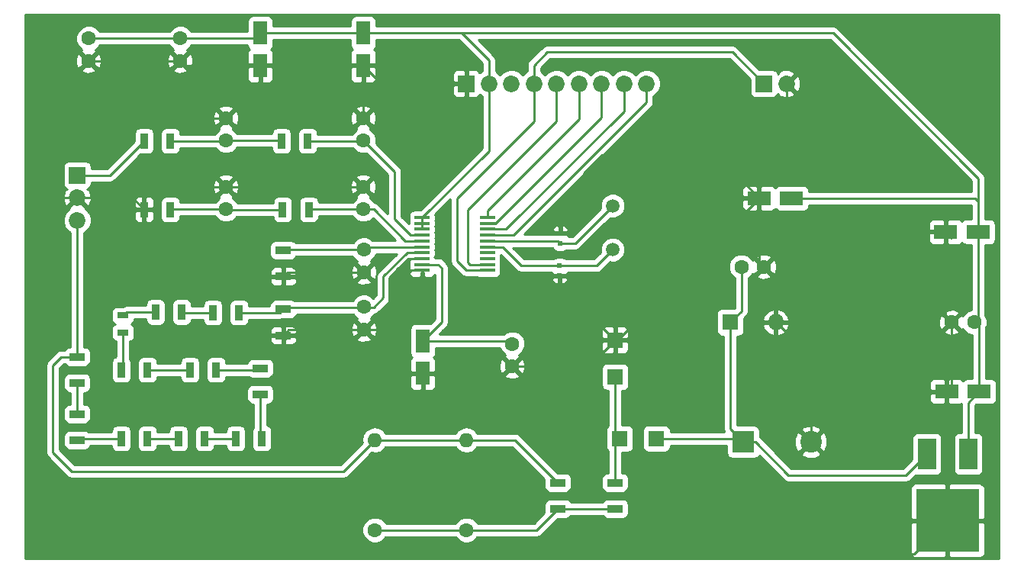
<source format=gtl>
G04 #@! TF.FileFunction,Copper,L1,Top,Signal*
%FSLAX46Y46*%
G04 Gerber Fmt 4.6, Leading zero omitted, Abs format (unit mm)*
G04 Created by KiCad (PCBNEW 4.0.7-e2-6376~58~ubuntu16.04.1) date Thu Nov 23 09:20:08 2017*
%MOMM*%
%LPD*%
G01*
G04 APERTURE LIST*
%ADD10C,0.100000*%
%ADD11C,1.600000*%
%ADD12O,1.600000X1.600000*%
%ADD13R,0.500000X0.600000*%
%ADD14R,1.850000X1.850000*%
%ADD15C,1.850000*%
%ADD16R,1.600000X2.600000*%
%ADD17R,2.600000X1.600000*%
%ADD18R,1.700000X0.900000*%
%ADD19R,0.900000X1.700000*%
%ADD20R,1.300000X0.700000*%
%ADD21R,1.651000X0.431800*%
%ADD22C,1.500000*%
%ADD23R,2.000000X3.500000*%
%ADD24R,7.000000X7.000000*%
%ADD25R,1.800000X1.800000*%
%ADD26O,1.800000X1.800000*%
%ADD27R,2.400000X2.400000*%
%ADD28C,2.400000*%
%ADD29R,1.770000X1.800000*%
%ADD30R,1.800000X1.770000*%
%ADD31C,0.250000*%
%ADD32C,0.200000*%
%ADD33C,0.254000*%
G04 APERTURE END LIST*
D10*
D11*
X114300000Y-49530000D03*
X114300000Y-52030000D03*
X114300000Y-57150000D03*
X114300000Y-59650000D03*
X194818000Y-72199500D03*
X197318000Y-72199500D03*
X129540000Y-49530000D03*
X129540000Y-52030000D03*
X129540000Y-57150000D03*
X129540000Y-59650000D03*
X173990000Y-66040000D03*
X171490000Y-66040000D03*
X129603500Y-70485000D03*
X129603500Y-72985000D03*
X130810000Y-95250000D03*
D12*
X130810000Y-85250000D03*
D11*
X140970000Y-95250000D03*
D12*
X140970000Y-85250000D03*
D11*
X99060000Y-43180000D03*
X99060000Y-40680000D03*
X109220000Y-43180000D03*
X109220000Y-40680000D03*
X146050000Y-77089000D03*
X146050000Y-74589000D03*
X129603500Y-64135000D03*
X129603500Y-66635000D03*
D13*
X151320500Y-65934500D03*
X151320500Y-67034500D03*
X151384000Y-63415000D03*
X151384000Y-62315000D03*
D14*
X140970000Y-45720000D03*
D15*
X143470000Y-45720000D03*
X145970000Y-45720000D03*
X148470000Y-45720000D03*
X150970000Y-45720000D03*
X153470000Y-45720000D03*
X155970000Y-45720000D03*
X158470000Y-45720000D03*
X160970000Y-45720000D03*
D16*
X129540000Y-40110000D03*
X129540000Y-43710000D03*
D17*
X197761000Y-62166500D03*
X194161000Y-62166500D03*
X197888000Y-79883000D03*
X194288000Y-79883000D03*
X177060000Y-58420000D03*
X173460000Y-58420000D03*
D16*
X118110000Y-40110000D03*
X118110000Y-43710000D03*
X136144000Y-74273000D03*
X136144000Y-77873000D03*
D14*
X97790000Y-55880000D03*
D15*
X97790000Y-58380000D03*
X97790000Y-60880000D03*
D14*
X173990000Y-45720000D03*
D15*
X176490000Y-45720000D03*
D18*
X97790000Y-78920000D03*
X97790000Y-76020000D03*
X97790000Y-85270000D03*
X97790000Y-82370000D03*
D19*
X108130000Y-52070000D03*
X105230000Y-52070000D03*
X108130000Y-59690000D03*
X105230000Y-59690000D03*
X105590000Y-85090000D03*
X102690000Y-85090000D03*
X111940000Y-85090000D03*
X109040000Y-85090000D03*
X123370000Y-52070000D03*
X120470000Y-52070000D03*
X123497000Y-59690000D03*
X120597000Y-59690000D03*
X118290000Y-85090000D03*
X115390000Y-85090000D03*
D18*
X118110000Y-77290000D03*
X118110000Y-80190000D03*
D19*
X110310000Y-77470000D03*
X113210000Y-77470000D03*
X102690000Y-77470000D03*
X105590000Y-77470000D03*
D20*
X102870000Y-71440000D03*
X102870000Y-73340000D03*
D19*
X109400000Y-71056500D03*
X106500000Y-71056500D03*
X115750000Y-71120000D03*
X112850000Y-71120000D03*
D18*
X120650000Y-70749500D03*
X120650000Y-73649500D03*
X157480000Y-89990000D03*
X157480000Y-92890000D03*
X151130000Y-92890000D03*
X151130000Y-89990000D03*
X120650000Y-64209000D03*
X120650000Y-67109000D03*
D21*
X136067800Y-60579000D03*
X136067800Y-61214000D03*
X136067800Y-61874400D03*
X136067800Y-62534800D03*
X136067800Y-63169800D03*
X136067800Y-63830200D03*
X136067800Y-64465200D03*
X136067800Y-65125600D03*
X136067800Y-65786000D03*
X136067800Y-66421000D03*
X143332200Y-66421000D03*
X143332200Y-65786000D03*
X143332200Y-65125600D03*
X143332200Y-64465200D03*
X143332200Y-63830200D03*
X143332200Y-63169800D03*
X143332200Y-62534800D03*
X143332200Y-61874400D03*
X143332200Y-61214000D03*
X143332200Y-60579000D03*
D22*
X157226000Y-64135000D03*
X157226000Y-59255000D03*
D23*
X196673500Y-86801500D03*
X192093500Y-86801500D03*
D24*
X194373500Y-94201500D03*
D25*
X170243500Y-72199500D03*
D26*
X175323500Y-72199500D03*
D27*
X171704000Y-85471000D03*
D28*
X179204000Y-85471000D03*
D29*
X157480000Y-74158000D03*
X157480000Y-78242000D03*
D30*
X157978000Y-85090000D03*
X162062000Y-85090000D03*
D31*
X175323500Y-72199500D02*
X175323500Y-67373500D01*
X175323500Y-67373500D02*
X173990000Y-66040000D01*
X179204000Y-85471000D02*
X179204000Y-76080000D01*
X179204000Y-76080000D02*
X175323500Y-72199500D01*
D32*
X194627500Y-72390000D02*
X194818000Y-72199500D01*
D31*
X194627500Y-72390000D02*
X194818000Y-72199500D01*
X151384000Y-62315000D02*
X151384000Y-59753500D01*
X168697500Y-53657500D02*
X173460000Y-58420000D01*
X156019500Y-53657500D02*
X168697500Y-53657500D01*
X153987500Y-55689500D02*
X156019500Y-53657500D01*
X153987500Y-57150000D02*
X153987500Y-55689500D01*
X151384000Y-59753500D02*
X153987500Y-57150000D01*
X102108000Y-97917000D02*
X101663500Y-97917000D01*
X102108000Y-97917000D02*
X190658000Y-97917000D01*
X194373500Y-94201500D02*
X190658000Y-97917000D01*
X92583000Y-60642500D02*
X93662500Y-59563000D01*
X92583000Y-88836500D02*
X92583000Y-60642500D01*
X101663500Y-97917000D02*
X92583000Y-88836500D01*
X114173000Y-67109000D02*
X114173000Y-73152000D01*
X114670500Y-73649500D02*
X120650000Y-73649500D01*
X114173000Y-73152000D02*
X114670500Y-73649500D01*
X151320500Y-67034500D02*
X151320500Y-67998500D01*
X151320500Y-67998500D02*
X157480000Y-74158000D01*
X146050000Y-77089000D02*
X154549000Y-77089000D01*
X154549000Y-77089000D02*
X157480000Y-74158000D01*
X136144000Y-77873000D02*
X145266000Y-77873000D01*
X145266000Y-77873000D02*
X146050000Y-77089000D01*
X136144000Y-77873000D02*
X134364500Y-77873000D01*
X134364500Y-77873000D02*
X129540000Y-73048500D01*
X136067800Y-66421000D02*
X133540500Y-66421000D01*
X133540500Y-66421000D02*
X133381750Y-66262250D01*
X129540000Y-73048500D02*
X121251000Y-73048500D01*
X121251000Y-73048500D02*
X120650000Y-73649500D01*
X120650000Y-67109000D02*
X114173000Y-67109000D01*
X114173000Y-67109000D02*
X106519000Y-67109000D01*
X106519000Y-67109000D02*
X97790000Y-58380000D01*
X129603500Y-66635000D02*
X121124000Y-66635000D01*
X121124000Y-66635000D02*
X120650000Y-67109000D01*
X129540000Y-57150000D02*
X114300000Y-57150000D01*
X118110000Y-43710000D02*
X118110000Y-45720000D01*
X118110000Y-45720000D02*
X114300000Y-49530000D01*
X109220000Y-43180000D02*
X99060000Y-43180000D01*
X118110000Y-43710000D02*
X109750000Y-43710000D01*
X109750000Y-43710000D02*
X109220000Y-43180000D01*
X129540000Y-43710000D02*
X118110000Y-43710000D01*
X129540000Y-49530000D02*
X129540000Y-43710000D01*
X140970000Y-45720000D02*
X131550000Y-45720000D01*
X131550000Y-45720000D02*
X129540000Y-43710000D01*
X114300000Y-49530000D02*
X96266000Y-49530000D01*
X93662500Y-52133500D02*
X93662500Y-59563000D01*
X96266000Y-49530000D02*
X93662500Y-52133500D01*
X114300000Y-57150000D02*
X105150000Y-57150000D01*
X105150000Y-57150000D02*
X103920000Y-58380000D01*
X97790000Y-58380000D02*
X103920000Y-58380000D01*
X103920000Y-58380000D02*
X105230000Y-59690000D01*
X194818000Y-72199500D02*
X194818000Y-79353000D01*
X194818000Y-79353000D02*
X194288000Y-79883000D01*
X194161000Y-62166500D02*
X194161000Y-71542500D01*
X194161000Y-71542500D02*
X194818000Y-72199500D01*
X194373500Y-94201500D02*
X194373500Y-79968500D01*
X194373500Y-79968500D02*
X194818000Y-79524000D01*
X194818000Y-62823500D02*
X194161000Y-62166500D01*
X97790000Y-58380000D02*
X94845500Y-58380000D01*
X94845500Y-58380000D02*
X93662500Y-59563000D01*
X173460000Y-58420000D02*
X173460000Y-54124000D01*
X176490000Y-51094000D02*
X176490000Y-45720000D01*
X173460000Y-54124000D02*
X176490000Y-51094000D01*
X173460000Y-58420000D02*
X173460000Y-65510000D01*
X173460000Y-65510000D02*
X173990000Y-66040000D01*
X157480000Y-74158000D02*
X157722000Y-74158000D01*
X157722000Y-74158000D02*
X173460000Y-58420000D01*
X156962000Y-74676000D02*
X157480000Y-74158000D01*
X129540000Y-73048500D02*
X131358000Y-73048500D01*
X131358000Y-73048500D02*
X132397500Y-72009000D01*
X132397500Y-72009000D02*
X132397500Y-67246500D01*
X132397500Y-67246500D02*
X133381750Y-66262250D01*
X133381750Y-66262250D02*
X134518400Y-65125600D01*
X134518400Y-65125600D02*
X136067800Y-65125600D01*
X120830000Y-67310000D02*
X120650000Y-67490000D01*
X193802000Y-62103000D02*
X194288000Y-62103000D01*
X194858000Y-62673000D02*
X194288000Y-62103000D01*
X121211000Y-73660000D02*
X120777000Y-74094000D01*
X114300000Y-52030000D02*
X120430000Y-52030000D01*
X120430000Y-52030000D02*
X120470000Y-52070000D01*
X108130000Y-52070000D02*
X114260000Y-52070000D01*
X114260000Y-52070000D02*
X114300000Y-52030000D01*
X108170000Y-52030000D02*
X108130000Y-52070000D01*
X114340000Y-52070000D02*
X114300000Y-52030000D01*
X114300000Y-59650000D02*
X108170000Y-59650000D01*
X108170000Y-59650000D02*
X108130000Y-59690000D01*
X120597000Y-59690000D02*
X114340000Y-59690000D01*
X114340000Y-59690000D02*
X114300000Y-59650000D01*
X108170000Y-59650000D02*
X108130000Y-59690000D01*
X114340000Y-59690000D02*
X114300000Y-59650000D01*
X197888000Y-79883000D02*
X197888000Y-72769500D01*
X197888000Y-72769500D02*
X197318000Y-72199500D01*
X196673500Y-86801500D02*
X196673500Y-81097500D01*
X196673500Y-81097500D02*
X197888000Y-79883000D01*
X118110000Y-40110000D02*
X129540000Y-40110000D01*
X109220000Y-40680000D02*
X117540000Y-40680000D01*
X117540000Y-40680000D02*
X118110000Y-40110000D01*
X99060000Y-40680000D02*
X109220000Y-40680000D01*
X197761000Y-62166500D02*
X197761000Y-56219500D01*
X181651500Y-40110000D02*
X140440000Y-40110000D01*
X197761000Y-56219500D02*
X181651500Y-40110000D01*
X143470000Y-45720000D02*
X143470000Y-43140000D01*
X143470000Y-43140000D02*
X140440000Y-40110000D01*
X140440000Y-40110000D02*
X129540000Y-40110000D01*
X136067800Y-61874400D02*
X136067800Y-61214000D01*
X136067800Y-61214000D02*
X136067800Y-60579000D01*
X136067800Y-60579000D02*
X143470000Y-53176800D01*
X143470000Y-53176800D02*
X143470000Y-45720000D01*
X197761000Y-62166500D02*
X197761000Y-71756500D01*
X197761000Y-71756500D02*
X197888000Y-71883500D01*
X177060000Y-58420000D02*
X197421500Y-58420000D01*
X197761000Y-58759500D02*
X197761000Y-62166500D01*
X197421500Y-58420000D02*
X197761000Y-58759500D01*
X136067800Y-62534800D02*
X134797800Y-62534800D01*
X133032500Y-55522500D02*
X129540000Y-52030000D01*
X133032500Y-60769500D02*
X133032500Y-55522500D01*
X134797800Y-62534800D02*
X133032500Y-60769500D01*
X123370000Y-52070000D02*
X129500000Y-52070000D01*
X129500000Y-52070000D02*
X129540000Y-52030000D01*
X123410000Y-52030000D02*
X123370000Y-52070000D01*
X129540000Y-59650000D02*
X123537000Y-59650000D01*
X123537000Y-59650000D02*
X123497000Y-59690000D01*
X136067800Y-63169800D02*
X134226300Y-63169800D01*
X130706500Y-59650000D02*
X129540000Y-59650000D01*
X134226300Y-63169800D02*
X130706500Y-59650000D01*
X129652400Y-59650000D02*
X129540000Y-59650000D01*
D32*
X123537000Y-59650000D02*
X123497000Y-59690000D01*
D31*
X170243500Y-72199500D02*
X170243500Y-84010500D01*
X170243500Y-84010500D02*
X171704000Y-85471000D01*
X171490000Y-66040000D02*
X171490000Y-70953000D01*
X171490000Y-70953000D02*
X170243500Y-72199500D01*
X171704000Y-85471000D02*
X173037500Y-85471000D01*
X173037500Y-85471000D02*
X176720500Y-89154000D01*
X176720500Y-89154000D02*
X189741000Y-89154000D01*
X189741000Y-89154000D02*
X192093500Y-86801500D01*
X162062000Y-85090000D02*
X171323000Y-85090000D01*
X171323000Y-85090000D02*
X171704000Y-85471000D01*
X171323000Y-85090000D02*
X171704000Y-85471000D01*
X129540000Y-70548500D02*
X120851000Y-70548500D01*
X120851000Y-70548500D02*
X120279500Y-71120000D01*
X120279500Y-71120000D02*
X115750000Y-71120000D01*
X129540000Y-70548500D02*
X130683000Y-70548500D01*
X134416800Y-64465200D02*
X136067800Y-64465200D01*
X131762500Y-67119500D02*
X134416800Y-64465200D01*
X131762500Y-69469000D02*
X131762500Y-67119500D01*
X130683000Y-70548500D02*
X131762500Y-69469000D01*
X151130000Y-92890000D02*
X157480000Y-92890000D01*
X140970000Y-95250000D02*
X148770000Y-95250000D01*
X148770000Y-95250000D02*
X151130000Y-92890000D01*
X130810000Y-95250000D02*
X140970000Y-95250000D01*
X140970000Y-85250000D02*
X146390000Y-85250000D01*
X146390000Y-85250000D02*
X151130000Y-89990000D01*
X130810000Y-85250000D02*
X140970000Y-85250000D01*
X97790000Y-76020000D02*
X96001500Y-76020000D01*
X127287000Y-88773000D02*
X130810000Y-85250000D01*
X97218500Y-88773000D02*
X127287000Y-88773000D01*
X95059500Y-86614000D02*
X97218500Y-88773000D01*
X95059500Y-76962000D02*
X95059500Y-86614000D01*
X96001500Y-76020000D02*
X95059500Y-76962000D01*
X97790000Y-60880000D02*
X97790000Y-76020000D01*
X136144000Y-74273000D02*
X145734000Y-74273000D01*
X145734000Y-74273000D02*
X146050000Y-74589000D01*
X136067800Y-65786000D02*
X137858500Y-65786000D01*
X138239500Y-72177500D02*
X136144000Y-74273000D01*
X138239500Y-66167000D02*
X138239500Y-72177500D01*
X137858500Y-65786000D02*
X138239500Y-66167000D01*
X145734000Y-74654000D02*
X146050000Y-74970000D01*
X136067800Y-74196800D02*
X136547000Y-74676000D01*
X129603500Y-64135000D02*
X120724000Y-64135000D01*
X120724000Y-64135000D02*
X120650000Y-64209000D01*
X136067800Y-63830200D02*
X129908300Y-63830200D01*
X129908300Y-63830200D02*
X129603500Y-64135000D01*
X151320500Y-65934500D02*
X155426500Y-65934500D01*
X155426500Y-65934500D02*
X157226000Y-64135000D01*
X143332200Y-63830200D02*
X144983200Y-63830200D01*
X147066000Y-65913000D02*
X151299000Y-65913000D01*
X144983200Y-63830200D02*
X147066000Y-65913000D01*
X151299000Y-65913000D02*
X151320500Y-65934500D01*
X151384000Y-63415000D02*
X153066000Y-63415000D01*
X153066000Y-63415000D02*
X157226000Y-59255000D01*
X143332200Y-63169800D02*
X151138800Y-63169800D01*
X151138800Y-63169800D02*
X151384000Y-63415000D01*
X148470000Y-45720000D02*
X148470000Y-43681000D01*
X170497500Y-42227500D02*
X173990000Y-45720000D01*
X149923500Y-42227500D02*
X170497500Y-42227500D01*
X148470000Y-43681000D02*
X149923500Y-42227500D01*
X143332200Y-66421000D02*
X140970000Y-66421000D01*
X148470000Y-49904000D02*
X148470000Y-45720000D01*
X139954000Y-58420000D02*
X148470000Y-49904000D01*
X139954000Y-65405000D02*
X139954000Y-58420000D01*
X140970000Y-66421000D02*
X139954000Y-65405000D01*
X143332200Y-65786000D02*
X141414500Y-65786000D01*
X150970000Y-49880500D02*
X150970000Y-45720000D01*
X141160500Y-59690000D02*
X150970000Y-49880500D01*
X141160500Y-65532000D02*
X141160500Y-59690000D01*
X141414500Y-65786000D02*
X141160500Y-65532000D01*
X153470000Y-45720000D02*
X153470000Y-49666500D01*
X143332200Y-59804300D02*
X143332200Y-60579000D01*
X153470000Y-49666500D02*
X143332200Y-59804300D01*
X155970000Y-45720000D02*
X155970000Y-49452500D01*
X144208500Y-61214000D02*
X155765500Y-49657000D01*
X144208500Y-61214000D02*
X143332200Y-61214000D01*
X155970000Y-49452500D02*
X155765500Y-49657000D01*
X143332200Y-61874400D02*
X145389600Y-61874400D01*
X158470000Y-48794000D02*
X158470000Y-45720000D01*
X145389600Y-61874400D02*
X158470000Y-48794000D01*
X143332200Y-62534800D02*
X146189700Y-62534800D01*
X160970000Y-47754500D02*
X160970000Y-45720000D01*
X146189700Y-62534800D02*
X160970000Y-47754500D01*
X97790000Y-55880000D02*
X101420000Y-55880000D01*
X101420000Y-55880000D02*
X105230000Y-52070000D01*
X97790000Y-82370000D02*
X97790000Y-78920000D01*
X102690000Y-85090000D02*
X97970000Y-85090000D01*
X97970000Y-85090000D02*
X97790000Y-85270000D01*
X97970000Y-85090000D02*
X97790000Y-85270000D01*
X109040000Y-85090000D02*
X105590000Y-85090000D01*
X115390000Y-85090000D02*
X111940000Y-85090000D01*
X118110000Y-80190000D02*
X118110000Y-84910000D01*
X118110000Y-84910000D02*
X118290000Y-85090000D01*
X118110000Y-84910000D02*
X118290000Y-85090000D01*
X113210000Y-77470000D02*
X117930000Y-77470000D01*
X117930000Y-77470000D02*
X118110000Y-77290000D01*
X117930000Y-77470000D02*
X118110000Y-77290000D01*
X105590000Y-77470000D02*
X110310000Y-77470000D01*
X102870000Y-73340000D02*
X102870000Y-77290000D01*
X102870000Y-77290000D02*
X102690000Y-77470000D01*
X102870000Y-77290000D02*
X102690000Y-77470000D01*
X106500000Y-71056500D02*
X103253500Y-71056500D01*
X103253500Y-71056500D02*
X102870000Y-71440000D01*
X103190000Y-71120000D02*
X102870000Y-71440000D01*
X112850000Y-71120000D02*
X109463500Y-71120000D01*
X109463500Y-71120000D02*
X109400000Y-71056500D01*
X157480000Y-78242000D02*
X157480000Y-84592000D01*
X157480000Y-84592000D02*
X157978000Y-85090000D01*
X157480000Y-89990000D02*
X157480000Y-85588000D01*
X157480000Y-85588000D02*
X157978000Y-85090000D01*
X157810000Y-78740000D02*
X157480000Y-78410000D01*
X157480000Y-85420000D02*
X157810000Y-85090000D01*
D33*
G36*
X200038500Y-98375000D02*
X92061500Y-98375000D01*
X92061500Y-95534187D01*
X129374752Y-95534187D01*
X129592757Y-96061800D01*
X129996077Y-96465824D01*
X130523309Y-96684750D01*
X131094187Y-96685248D01*
X131621800Y-96467243D01*
X132025824Y-96063923D01*
X132048215Y-96010000D01*
X139731354Y-96010000D01*
X139752757Y-96061800D01*
X140156077Y-96465824D01*
X140683309Y-96684750D01*
X141254187Y-96685248D01*
X141781800Y-96467243D01*
X142185824Y-96063923D01*
X142208215Y-96010000D01*
X148770000Y-96010000D01*
X149060839Y-95952148D01*
X149307401Y-95787401D01*
X150607552Y-94487250D01*
X190238500Y-94487250D01*
X190238500Y-97827810D01*
X190335173Y-98061199D01*
X190513802Y-98239827D01*
X190747191Y-98336500D01*
X194087750Y-98336500D01*
X194246500Y-98177750D01*
X194246500Y-94328500D01*
X194500500Y-94328500D01*
X194500500Y-98177750D01*
X194659250Y-98336500D01*
X197999809Y-98336500D01*
X198233198Y-98239827D01*
X198411827Y-98061199D01*
X198508500Y-97827810D01*
X198508500Y-94487250D01*
X198349750Y-94328500D01*
X194500500Y-94328500D01*
X194246500Y-94328500D01*
X190397250Y-94328500D01*
X190238500Y-94487250D01*
X150607552Y-94487250D01*
X151107362Y-93987440D01*
X151980000Y-93987440D01*
X152215317Y-93943162D01*
X152431441Y-93804090D01*
X152536726Y-93650000D01*
X156074895Y-93650000D01*
X156165910Y-93791441D01*
X156378110Y-93936431D01*
X156630000Y-93987440D01*
X158330000Y-93987440D01*
X158565317Y-93943162D01*
X158781441Y-93804090D01*
X158926431Y-93591890D01*
X158977440Y-93340000D01*
X158977440Y-92440000D01*
X158933162Y-92204683D01*
X158794090Y-91988559D01*
X158581890Y-91843569D01*
X158330000Y-91792560D01*
X156630000Y-91792560D01*
X156394683Y-91836838D01*
X156178559Y-91975910D01*
X156073274Y-92130000D01*
X152535105Y-92130000D01*
X152444090Y-91988559D01*
X152231890Y-91843569D01*
X151980000Y-91792560D01*
X150280000Y-91792560D01*
X150044683Y-91836838D01*
X149828559Y-91975910D01*
X149683569Y-92188110D01*
X149632560Y-92440000D01*
X149632560Y-93312638D01*
X148455198Y-94490000D01*
X142208646Y-94490000D01*
X142187243Y-94438200D01*
X141783923Y-94034176D01*
X141256691Y-93815250D01*
X140685813Y-93814752D01*
X140158200Y-94032757D01*
X139754176Y-94436077D01*
X139731785Y-94490000D01*
X132048646Y-94490000D01*
X132027243Y-94438200D01*
X131623923Y-94034176D01*
X131096691Y-93815250D01*
X130525813Y-93814752D01*
X129998200Y-94032757D01*
X129594176Y-94436077D01*
X129375250Y-94963309D01*
X129374752Y-95534187D01*
X92061500Y-95534187D01*
X92061500Y-76962000D01*
X94299500Y-76962000D01*
X94299500Y-86614000D01*
X94357352Y-86904839D01*
X94522099Y-87151401D01*
X96681099Y-89310401D01*
X96927661Y-89475148D01*
X97218500Y-89533000D01*
X127287000Y-89533000D01*
X127577839Y-89475148D01*
X127824401Y-89310401D01*
X130486114Y-86648688D01*
X130810000Y-86713113D01*
X131359151Y-86603880D01*
X131824698Y-86292811D01*
X132013667Y-86010000D01*
X139766333Y-86010000D01*
X139955302Y-86292811D01*
X140420849Y-86603880D01*
X140970000Y-86713113D01*
X141519151Y-86603880D01*
X141984698Y-86292811D01*
X142173667Y-86010000D01*
X146075198Y-86010000D01*
X149632560Y-89567362D01*
X149632560Y-90440000D01*
X149676838Y-90675317D01*
X149815910Y-90891441D01*
X150028110Y-91036431D01*
X150280000Y-91087440D01*
X151980000Y-91087440D01*
X152215317Y-91043162D01*
X152431441Y-90904090D01*
X152576431Y-90691890D01*
X152627440Y-90440000D01*
X152627440Y-89540000D01*
X152583162Y-89304683D01*
X152444090Y-89088559D01*
X152231890Y-88943569D01*
X151980000Y-88892560D01*
X151107362Y-88892560D01*
X146927401Y-84712599D01*
X146680839Y-84547852D01*
X146390000Y-84490000D01*
X142173667Y-84490000D01*
X141984698Y-84207189D01*
X141519151Y-83896120D01*
X140970000Y-83786887D01*
X140420849Y-83896120D01*
X139955302Y-84207189D01*
X139766333Y-84490000D01*
X132013667Y-84490000D01*
X131824698Y-84207189D01*
X131359151Y-83896120D01*
X130810000Y-83786887D01*
X130260849Y-83896120D01*
X129795302Y-84207189D01*
X129484233Y-84672736D01*
X129375000Y-85221887D01*
X129375000Y-85278113D01*
X129430096Y-85555102D01*
X126972198Y-88013000D01*
X97533302Y-88013000D01*
X95819500Y-86299198D01*
X95819500Y-84820000D01*
X96292560Y-84820000D01*
X96292560Y-85720000D01*
X96336838Y-85955317D01*
X96475910Y-86171441D01*
X96688110Y-86316431D01*
X96940000Y-86367440D01*
X98640000Y-86367440D01*
X98875317Y-86323162D01*
X99091441Y-86184090D01*
X99236431Y-85971890D01*
X99261114Y-85850000D01*
X101592560Y-85850000D01*
X101592560Y-85940000D01*
X101636838Y-86175317D01*
X101775910Y-86391441D01*
X101988110Y-86536431D01*
X102240000Y-86587440D01*
X103140000Y-86587440D01*
X103375317Y-86543162D01*
X103591441Y-86404090D01*
X103736431Y-86191890D01*
X103787440Y-85940000D01*
X103787440Y-84240000D01*
X104492560Y-84240000D01*
X104492560Y-85940000D01*
X104536838Y-86175317D01*
X104675910Y-86391441D01*
X104888110Y-86536431D01*
X105140000Y-86587440D01*
X106040000Y-86587440D01*
X106275317Y-86543162D01*
X106491441Y-86404090D01*
X106636431Y-86191890D01*
X106687440Y-85940000D01*
X106687440Y-85850000D01*
X107942560Y-85850000D01*
X107942560Y-85940000D01*
X107986838Y-86175317D01*
X108125910Y-86391441D01*
X108338110Y-86536431D01*
X108590000Y-86587440D01*
X109490000Y-86587440D01*
X109725317Y-86543162D01*
X109941441Y-86404090D01*
X110086431Y-86191890D01*
X110137440Y-85940000D01*
X110137440Y-84240000D01*
X110842560Y-84240000D01*
X110842560Y-85940000D01*
X110886838Y-86175317D01*
X111025910Y-86391441D01*
X111238110Y-86536431D01*
X111490000Y-86587440D01*
X112390000Y-86587440D01*
X112625317Y-86543162D01*
X112841441Y-86404090D01*
X112986431Y-86191890D01*
X113037440Y-85940000D01*
X113037440Y-85850000D01*
X114292560Y-85850000D01*
X114292560Y-85940000D01*
X114336838Y-86175317D01*
X114475910Y-86391441D01*
X114688110Y-86536431D01*
X114940000Y-86587440D01*
X115840000Y-86587440D01*
X116075317Y-86543162D01*
X116291441Y-86404090D01*
X116436431Y-86191890D01*
X116487440Y-85940000D01*
X116487440Y-84240000D01*
X116443162Y-84004683D01*
X116304090Y-83788559D01*
X116091890Y-83643569D01*
X115840000Y-83592560D01*
X114940000Y-83592560D01*
X114704683Y-83636838D01*
X114488559Y-83775910D01*
X114343569Y-83988110D01*
X114292560Y-84240000D01*
X114292560Y-84330000D01*
X113037440Y-84330000D01*
X113037440Y-84240000D01*
X112993162Y-84004683D01*
X112854090Y-83788559D01*
X112641890Y-83643569D01*
X112390000Y-83592560D01*
X111490000Y-83592560D01*
X111254683Y-83636838D01*
X111038559Y-83775910D01*
X110893569Y-83988110D01*
X110842560Y-84240000D01*
X110137440Y-84240000D01*
X110093162Y-84004683D01*
X109954090Y-83788559D01*
X109741890Y-83643569D01*
X109490000Y-83592560D01*
X108590000Y-83592560D01*
X108354683Y-83636838D01*
X108138559Y-83775910D01*
X107993569Y-83988110D01*
X107942560Y-84240000D01*
X107942560Y-84330000D01*
X106687440Y-84330000D01*
X106687440Y-84240000D01*
X106643162Y-84004683D01*
X106504090Y-83788559D01*
X106291890Y-83643569D01*
X106040000Y-83592560D01*
X105140000Y-83592560D01*
X104904683Y-83636838D01*
X104688559Y-83775910D01*
X104543569Y-83988110D01*
X104492560Y-84240000D01*
X103787440Y-84240000D01*
X103743162Y-84004683D01*
X103604090Y-83788559D01*
X103391890Y-83643569D01*
X103140000Y-83592560D01*
X102240000Y-83592560D01*
X102004683Y-83636838D01*
X101788559Y-83775910D01*
X101643569Y-83988110D01*
X101592560Y-84240000D01*
X101592560Y-84330000D01*
X99047657Y-84330000D01*
X98891890Y-84223569D01*
X98640000Y-84172560D01*
X96940000Y-84172560D01*
X96704683Y-84216838D01*
X96488559Y-84355910D01*
X96343569Y-84568110D01*
X96292560Y-84820000D01*
X95819500Y-84820000D01*
X95819500Y-78470000D01*
X96292560Y-78470000D01*
X96292560Y-79370000D01*
X96336838Y-79605317D01*
X96475910Y-79821441D01*
X96688110Y-79966431D01*
X96940000Y-80017440D01*
X97030000Y-80017440D01*
X97030000Y-81272560D01*
X96940000Y-81272560D01*
X96704683Y-81316838D01*
X96488559Y-81455910D01*
X96343569Y-81668110D01*
X96292560Y-81920000D01*
X96292560Y-82820000D01*
X96336838Y-83055317D01*
X96475910Y-83271441D01*
X96688110Y-83416431D01*
X96940000Y-83467440D01*
X98640000Y-83467440D01*
X98875317Y-83423162D01*
X99091441Y-83284090D01*
X99236431Y-83071890D01*
X99287440Y-82820000D01*
X99287440Y-81920000D01*
X99243162Y-81684683D01*
X99104090Y-81468559D01*
X98891890Y-81323569D01*
X98640000Y-81272560D01*
X98550000Y-81272560D01*
X98550000Y-80017440D01*
X98640000Y-80017440D01*
X98875317Y-79973162D01*
X99091441Y-79834090D01*
X99155729Y-79740000D01*
X116612560Y-79740000D01*
X116612560Y-80640000D01*
X116656838Y-80875317D01*
X116795910Y-81091441D01*
X117008110Y-81236431D01*
X117260000Y-81287440D01*
X117350000Y-81287440D01*
X117350000Y-83832343D01*
X117243569Y-83988110D01*
X117192560Y-84240000D01*
X117192560Y-85940000D01*
X117236838Y-86175317D01*
X117375910Y-86391441D01*
X117588110Y-86536431D01*
X117840000Y-86587440D01*
X118740000Y-86587440D01*
X118975317Y-86543162D01*
X119191441Y-86404090D01*
X119336431Y-86191890D01*
X119387440Y-85940000D01*
X119387440Y-84240000D01*
X119343162Y-84004683D01*
X119204090Y-83788559D01*
X118991890Y-83643569D01*
X118870000Y-83618886D01*
X118870000Y-81287440D01*
X118960000Y-81287440D01*
X119195317Y-81243162D01*
X119411441Y-81104090D01*
X119556431Y-80891890D01*
X119607440Y-80640000D01*
X119607440Y-79740000D01*
X119563162Y-79504683D01*
X119424090Y-79288559D01*
X119211890Y-79143569D01*
X118960000Y-79092560D01*
X117260000Y-79092560D01*
X117024683Y-79136838D01*
X116808559Y-79275910D01*
X116663569Y-79488110D01*
X116612560Y-79740000D01*
X99155729Y-79740000D01*
X99236431Y-79621890D01*
X99287440Y-79370000D01*
X99287440Y-78470000D01*
X99243162Y-78234683D01*
X99104090Y-78018559D01*
X98891890Y-77873569D01*
X98640000Y-77822560D01*
X96940000Y-77822560D01*
X96704683Y-77866838D01*
X96488559Y-78005910D01*
X96343569Y-78218110D01*
X96292560Y-78470000D01*
X95819500Y-78470000D01*
X95819500Y-77276802D01*
X96316302Y-76780000D01*
X96384895Y-76780000D01*
X96475910Y-76921441D01*
X96688110Y-77066431D01*
X96940000Y-77117440D01*
X98640000Y-77117440D01*
X98875317Y-77073162D01*
X99091441Y-76934090D01*
X99236431Y-76721890D01*
X99287440Y-76470000D01*
X99287440Y-75570000D01*
X99243162Y-75334683D01*
X99104090Y-75118559D01*
X98891890Y-74973569D01*
X98640000Y-74922560D01*
X98550000Y-74922560D01*
X98550000Y-71090000D01*
X101572560Y-71090000D01*
X101572560Y-71790000D01*
X101616838Y-72025317D01*
X101755910Y-72241441D01*
X101968110Y-72386431D01*
X101981197Y-72389081D01*
X101768559Y-72525910D01*
X101623569Y-72738110D01*
X101572560Y-72990000D01*
X101572560Y-73690000D01*
X101616838Y-73925317D01*
X101755910Y-74141441D01*
X101968110Y-74286431D01*
X102110000Y-74315164D01*
X102110000Y-75997021D01*
X102004683Y-76016838D01*
X101788559Y-76155910D01*
X101643569Y-76368110D01*
X101592560Y-76620000D01*
X101592560Y-78320000D01*
X101636838Y-78555317D01*
X101775910Y-78771441D01*
X101988110Y-78916431D01*
X102240000Y-78967440D01*
X103140000Y-78967440D01*
X103375317Y-78923162D01*
X103591441Y-78784090D01*
X103736431Y-78571890D01*
X103787440Y-78320000D01*
X103787440Y-76620000D01*
X104492560Y-76620000D01*
X104492560Y-78320000D01*
X104536838Y-78555317D01*
X104675910Y-78771441D01*
X104888110Y-78916431D01*
X105140000Y-78967440D01*
X106040000Y-78967440D01*
X106275317Y-78923162D01*
X106491441Y-78784090D01*
X106636431Y-78571890D01*
X106687440Y-78320000D01*
X106687440Y-78230000D01*
X109212560Y-78230000D01*
X109212560Y-78320000D01*
X109256838Y-78555317D01*
X109395910Y-78771441D01*
X109608110Y-78916431D01*
X109860000Y-78967440D01*
X110760000Y-78967440D01*
X110995317Y-78923162D01*
X111211441Y-78784090D01*
X111356431Y-78571890D01*
X111407440Y-78320000D01*
X111407440Y-76620000D01*
X112112560Y-76620000D01*
X112112560Y-78320000D01*
X112156838Y-78555317D01*
X112295910Y-78771441D01*
X112508110Y-78916431D01*
X112760000Y-78967440D01*
X113660000Y-78967440D01*
X113895317Y-78923162D01*
X114111441Y-78784090D01*
X114256431Y-78571890D01*
X114307440Y-78320000D01*
X114307440Y-78230000D01*
X116852343Y-78230000D01*
X117008110Y-78336431D01*
X117260000Y-78387440D01*
X118960000Y-78387440D01*
X119195317Y-78343162D01*
X119411441Y-78204090D01*
X119442420Y-78158750D01*
X134709000Y-78158750D01*
X134709000Y-79299309D01*
X134805673Y-79532698D01*
X134984301Y-79711327D01*
X135217690Y-79808000D01*
X135858250Y-79808000D01*
X136017000Y-79649250D01*
X136017000Y-78000000D01*
X136271000Y-78000000D01*
X136271000Y-79649250D01*
X136429750Y-79808000D01*
X137070310Y-79808000D01*
X137303699Y-79711327D01*
X137482327Y-79532698D01*
X137579000Y-79299309D01*
X137579000Y-78158750D01*
X137516995Y-78096745D01*
X145221861Y-78096745D01*
X145295995Y-78342864D01*
X145833223Y-78535965D01*
X146403454Y-78508778D01*
X146804005Y-78342864D01*
X146878139Y-78096745D01*
X146050000Y-77268605D01*
X145221861Y-78096745D01*
X137516995Y-78096745D01*
X137420250Y-78000000D01*
X136271000Y-78000000D01*
X136017000Y-78000000D01*
X134867750Y-78000000D01*
X134709000Y-78158750D01*
X119442420Y-78158750D01*
X119556431Y-77991890D01*
X119607440Y-77740000D01*
X119607440Y-76840000D01*
X119563162Y-76604683D01*
X119424090Y-76388559D01*
X119211890Y-76243569D01*
X118960000Y-76192560D01*
X117260000Y-76192560D01*
X117024683Y-76236838D01*
X116808559Y-76375910D01*
X116663569Y-76588110D01*
X116638886Y-76710000D01*
X114307440Y-76710000D01*
X114307440Y-76620000D01*
X114263162Y-76384683D01*
X114124090Y-76168559D01*
X113911890Y-76023569D01*
X113660000Y-75972560D01*
X112760000Y-75972560D01*
X112524683Y-76016838D01*
X112308559Y-76155910D01*
X112163569Y-76368110D01*
X112112560Y-76620000D01*
X111407440Y-76620000D01*
X111363162Y-76384683D01*
X111224090Y-76168559D01*
X111011890Y-76023569D01*
X110760000Y-75972560D01*
X109860000Y-75972560D01*
X109624683Y-76016838D01*
X109408559Y-76155910D01*
X109263569Y-76368110D01*
X109212560Y-76620000D01*
X109212560Y-76710000D01*
X106687440Y-76710000D01*
X106687440Y-76620000D01*
X106643162Y-76384683D01*
X106504090Y-76168559D01*
X106291890Y-76023569D01*
X106040000Y-75972560D01*
X105140000Y-75972560D01*
X104904683Y-76016838D01*
X104688559Y-76155910D01*
X104543569Y-76368110D01*
X104492560Y-76620000D01*
X103787440Y-76620000D01*
X103743162Y-76384683D01*
X103630000Y-76208824D01*
X103630000Y-74316742D01*
X103755317Y-74293162D01*
X103971441Y-74154090D01*
X104116431Y-73941890D01*
X104117775Y-73935250D01*
X119165000Y-73935250D01*
X119165000Y-74225809D01*
X119261673Y-74459198D01*
X119440301Y-74637827D01*
X119673690Y-74734500D01*
X120364250Y-74734500D01*
X120523000Y-74575750D01*
X120523000Y-73776500D01*
X120777000Y-73776500D01*
X120777000Y-74575750D01*
X120935750Y-74734500D01*
X121626310Y-74734500D01*
X121859699Y-74637827D01*
X122038327Y-74459198D01*
X122135000Y-74225809D01*
X122135000Y-73992745D01*
X128775361Y-73992745D01*
X128849495Y-74238864D01*
X129386723Y-74431965D01*
X129956954Y-74404778D01*
X130357505Y-74238864D01*
X130431639Y-73992745D01*
X129603500Y-73164605D01*
X128775361Y-73992745D01*
X122135000Y-73992745D01*
X122135000Y-73935250D01*
X121976250Y-73776500D01*
X120777000Y-73776500D01*
X120523000Y-73776500D01*
X119323750Y-73776500D01*
X119165000Y-73935250D01*
X104117775Y-73935250D01*
X104167440Y-73690000D01*
X104167440Y-73073191D01*
X119165000Y-73073191D01*
X119165000Y-73363750D01*
X119323750Y-73522500D01*
X120523000Y-73522500D01*
X120523000Y-72723250D01*
X120777000Y-72723250D01*
X120777000Y-73522500D01*
X121976250Y-73522500D01*
X122135000Y-73363750D01*
X122135000Y-73073191D01*
X122038327Y-72839802D01*
X121966749Y-72768223D01*
X128156535Y-72768223D01*
X128183722Y-73338454D01*
X128349636Y-73739005D01*
X128595755Y-73813139D01*
X129423895Y-72985000D01*
X129783105Y-72985000D01*
X130611245Y-73813139D01*
X130857364Y-73739005D01*
X131050465Y-73201777D01*
X131023278Y-72631546D01*
X130857364Y-72230995D01*
X130611245Y-72156861D01*
X129783105Y-72985000D01*
X129423895Y-72985000D01*
X128595755Y-72156861D01*
X128349636Y-72230995D01*
X128156535Y-72768223D01*
X121966749Y-72768223D01*
X121859699Y-72661173D01*
X121626310Y-72564500D01*
X120935750Y-72564500D01*
X120777000Y-72723250D01*
X120523000Y-72723250D01*
X120364250Y-72564500D01*
X119673690Y-72564500D01*
X119440301Y-72661173D01*
X119261673Y-72839802D01*
X119165000Y-73073191D01*
X104167440Y-73073191D01*
X104167440Y-72990000D01*
X104123162Y-72754683D01*
X103984090Y-72538559D01*
X103771890Y-72393569D01*
X103758803Y-72390919D01*
X103971441Y-72254090D01*
X104116431Y-72041890D01*
X104162074Y-71816500D01*
X105402560Y-71816500D01*
X105402560Y-71906500D01*
X105446838Y-72141817D01*
X105585910Y-72357941D01*
X105798110Y-72502931D01*
X106050000Y-72553940D01*
X106950000Y-72553940D01*
X107185317Y-72509662D01*
X107401441Y-72370590D01*
X107546431Y-72158390D01*
X107597440Y-71906500D01*
X107597440Y-70206500D01*
X108302560Y-70206500D01*
X108302560Y-71906500D01*
X108346838Y-72141817D01*
X108485910Y-72357941D01*
X108698110Y-72502931D01*
X108950000Y-72553940D01*
X109850000Y-72553940D01*
X110085317Y-72509662D01*
X110301441Y-72370590D01*
X110446431Y-72158390D01*
X110497440Y-71906500D01*
X110497440Y-71880000D01*
X111752560Y-71880000D01*
X111752560Y-71970000D01*
X111796838Y-72205317D01*
X111935910Y-72421441D01*
X112148110Y-72566431D01*
X112400000Y-72617440D01*
X113300000Y-72617440D01*
X113535317Y-72573162D01*
X113751441Y-72434090D01*
X113896431Y-72221890D01*
X113947440Y-71970000D01*
X113947440Y-70270000D01*
X113903162Y-70034683D01*
X113764090Y-69818559D01*
X113551890Y-69673569D01*
X113300000Y-69622560D01*
X112400000Y-69622560D01*
X112164683Y-69666838D01*
X111948559Y-69805910D01*
X111803569Y-70018110D01*
X111752560Y-70270000D01*
X111752560Y-70360000D01*
X110497440Y-70360000D01*
X110497440Y-70206500D01*
X110453162Y-69971183D01*
X110314090Y-69755059D01*
X110101890Y-69610069D01*
X109850000Y-69559060D01*
X108950000Y-69559060D01*
X108714683Y-69603338D01*
X108498559Y-69742410D01*
X108353569Y-69954610D01*
X108302560Y-70206500D01*
X107597440Y-70206500D01*
X107553162Y-69971183D01*
X107414090Y-69755059D01*
X107201890Y-69610069D01*
X106950000Y-69559060D01*
X106050000Y-69559060D01*
X105814683Y-69603338D01*
X105598559Y-69742410D01*
X105453569Y-69954610D01*
X105402560Y-70206500D01*
X105402560Y-70296500D01*
X103253500Y-70296500D01*
X102962661Y-70354352D01*
X102830648Y-70442560D01*
X102220000Y-70442560D01*
X101984683Y-70486838D01*
X101768559Y-70625910D01*
X101623569Y-70838110D01*
X101572560Y-71090000D01*
X98550000Y-71090000D01*
X98550000Y-67394750D01*
X119165000Y-67394750D01*
X119165000Y-67685309D01*
X119261673Y-67918698D01*
X119440301Y-68097327D01*
X119673690Y-68194000D01*
X120364250Y-68194000D01*
X120523000Y-68035250D01*
X120523000Y-67236000D01*
X120777000Y-67236000D01*
X120777000Y-68035250D01*
X120935750Y-68194000D01*
X121626310Y-68194000D01*
X121859699Y-68097327D01*
X122038327Y-67918698D01*
X122135000Y-67685309D01*
X122135000Y-67642745D01*
X128775361Y-67642745D01*
X128849495Y-67888864D01*
X129386723Y-68081965D01*
X129956954Y-68054778D01*
X130357505Y-67888864D01*
X130431639Y-67642745D01*
X129603500Y-66814605D01*
X128775361Y-67642745D01*
X122135000Y-67642745D01*
X122135000Y-67394750D01*
X121976250Y-67236000D01*
X120777000Y-67236000D01*
X120523000Y-67236000D01*
X119323750Y-67236000D01*
X119165000Y-67394750D01*
X98550000Y-67394750D01*
X98550000Y-66532691D01*
X119165000Y-66532691D01*
X119165000Y-66823250D01*
X119323750Y-66982000D01*
X120523000Y-66982000D01*
X120523000Y-66182750D01*
X120777000Y-66182750D01*
X120777000Y-66982000D01*
X121976250Y-66982000D01*
X122135000Y-66823250D01*
X122135000Y-66532691D01*
X122087586Y-66418223D01*
X128156535Y-66418223D01*
X128183722Y-66988454D01*
X128349636Y-67389005D01*
X128595755Y-67463139D01*
X129423895Y-66635000D01*
X129783105Y-66635000D01*
X130611245Y-67463139D01*
X130857364Y-67389005D01*
X131050465Y-66851777D01*
X131023278Y-66281546D01*
X130857364Y-65880995D01*
X130611245Y-65806861D01*
X129783105Y-66635000D01*
X129423895Y-66635000D01*
X128595755Y-65806861D01*
X128349636Y-65880995D01*
X128156535Y-66418223D01*
X122087586Y-66418223D01*
X122038327Y-66299302D01*
X121859699Y-66120673D01*
X121626310Y-66024000D01*
X120935750Y-66024000D01*
X120777000Y-66182750D01*
X120523000Y-66182750D01*
X120364250Y-66024000D01*
X119673690Y-66024000D01*
X119440301Y-66120673D01*
X119261673Y-66299302D01*
X119165000Y-66532691D01*
X98550000Y-66532691D01*
X98550000Y-62253897D01*
X98672514Y-62203275D01*
X99111732Y-61764823D01*
X99349728Y-61191664D01*
X99350270Y-60571058D01*
X99113275Y-59997486D01*
X99091577Y-59975750D01*
X104145000Y-59975750D01*
X104145000Y-60666310D01*
X104241673Y-60899699D01*
X104420302Y-61078327D01*
X104653691Y-61175000D01*
X104944250Y-61175000D01*
X105103000Y-61016250D01*
X105103000Y-59817000D01*
X105357000Y-59817000D01*
X105357000Y-61016250D01*
X105515750Y-61175000D01*
X105806309Y-61175000D01*
X106039698Y-61078327D01*
X106218327Y-60899699D01*
X106315000Y-60666310D01*
X106315000Y-59975750D01*
X106156250Y-59817000D01*
X105357000Y-59817000D01*
X105103000Y-59817000D01*
X104303750Y-59817000D01*
X104145000Y-59975750D01*
X99091577Y-59975750D01*
X98679426Y-59562879D01*
X98708651Y-59478256D01*
X97790000Y-58559605D01*
X96871349Y-59478256D01*
X96900765Y-59563434D01*
X96468268Y-59995177D01*
X96230272Y-60568336D01*
X96229730Y-61188942D01*
X96466725Y-61762514D01*
X96905177Y-62201732D01*
X97030000Y-62253563D01*
X97030000Y-74922560D01*
X96940000Y-74922560D01*
X96704683Y-74966838D01*
X96488559Y-75105910D01*
X96383274Y-75260000D01*
X96001500Y-75260000D01*
X95710660Y-75317852D01*
X95464099Y-75482599D01*
X94522099Y-76424599D01*
X94357352Y-76671161D01*
X94299500Y-76962000D01*
X92061500Y-76962000D01*
X92061500Y-54955000D01*
X96217560Y-54955000D01*
X96217560Y-56805000D01*
X96261838Y-57040317D01*
X96400910Y-57256441D01*
X96613110Y-57401431D01*
X96636575Y-57406183D01*
X96691742Y-57461350D01*
X96432668Y-57550821D01*
X96218675Y-58133368D01*
X96243903Y-58753461D01*
X96432668Y-59209179D01*
X96691744Y-59298651D01*
X97610395Y-58380000D01*
X97596253Y-58365858D01*
X97775858Y-58186253D01*
X97790000Y-58200395D01*
X97804143Y-58186253D01*
X97983748Y-58365858D01*
X97969605Y-58380000D01*
X98888256Y-59298651D01*
X99147332Y-59209179D01*
X99329345Y-58713690D01*
X104145000Y-58713690D01*
X104145000Y-59404250D01*
X104303750Y-59563000D01*
X105103000Y-59563000D01*
X105103000Y-58363750D01*
X105357000Y-58363750D01*
X105357000Y-59563000D01*
X106156250Y-59563000D01*
X106315000Y-59404250D01*
X106315000Y-58840000D01*
X107032560Y-58840000D01*
X107032560Y-60540000D01*
X107076838Y-60775317D01*
X107215910Y-60991441D01*
X107428110Y-61136431D01*
X107680000Y-61187440D01*
X108580000Y-61187440D01*
X108815317Y-61143162D01*
X109031441Y-61004090D01*
X109176431Y-60791890D01*
X109227440Y-60540000D01*
X109227440Y-60410000D01*
X113061354Y-60410000D01*
X113082757Y-60461800D01*
X113486077Y-60865824D01*
X114013309Y-61084750D01*
X114584187Y-61085248D01*
X115111800Y-60867243D01*
X115515824Y-60463923D01*
X115521605Y-60450000D01*
X119499560Y-60450000D01*
X119499560Y-60540000D01*
X119543838Y-60775317D01*
X119682910Y-60991441D01*
X119895110Y-61136431D01*
X120147000Y-61187440D01*
X121047000Y-61187440D01*
X121282317Y-61143162D01*
X121498441Y-61004090D01*
X121643431Y-60791890D01*
X121694440Y-60540000D01*
X121694440Y-58840000D01*
X121650162Y-58604683D01*
X121511090Y-58388559D01*
X121298890Y-58243569D01*
X121047000Y-58192560D01*
X120147000Y-58192560D01*
X119911683Y-58236838D01*
X119695559Y-58375910D01*
X119550569Y-58588110D01*
X119499560Y-58840000D01*
X119499560Y-58930000D01*
X115555174Y-58930000D01*
X115517243Y-58838200D01*
X115113923Y-58434176D01*
X115047456Y-58406577D01*
X115054005Y-58403864D01*
X115128139Y-58157745D01*
X114300000Y-57329605D01*
X113471861Y-58157745D01*
X113545995Y-58403864D01*
X113552483Y-58406196D01*
X113488200Y-58432757D01*
X113084176Y-58836077D01*
X113061785Y-58890000D01*
X109227440Y-58890000D01*
X109227440Y-58840000D01*
X109183162Y-58604683D01*
X109044090Y-58388559D01*
X108831890Y-58243569D01*
X108580000Y-58192560D01*
X107680000Y-58192560D01*
X107444683Y-58236838D01*
X107228559Y-58375910D01*
X107083569Y-58588110D01*
X107032560Y-58840000D01*
X106315000Y-58840000D01*
X106315000Y-58713690D01*
X106218327Y-58480301D01*
X106039698Y-58301673D01*
X105806309Y-58205000D01*
X105515750Y-58205000D01*
X105357000Y-58363750D01*
X105103000Y-58363750D01*
X104944250Y-58205000D01*
X104653691Y-58205000D01*
X104420302Y-58301673D01*
X104241673Y-58480301D01*
X104145000Y-58713690D01*
X99329345Y-58713690D01*
X99361325Y-58626632D01*
X99336097Y-58006539D01*
X99147332Y-57550821D01*
X98888258Y-57461350D01*
X98939390Y-57410218D01*
X98950317Y-57408162D01*
X99166441Y-57269090D01*
X99311431Y-57056890D01*
X99336474Y-56933223D01*
X112853035Y-56933223D01*
X112880222Y-57503454D01*
X113046136Y-57904005D01*
X113292255Y-57978139D01*
X114120395Y-57150000D01*
X114479605Y-57150000D01*
X115307745Y-57978139D01*
X115553864Y-57904005D01*
X115746965Y-57366777D01*
X115726295Y-56933223D01*
X128093035Y-56933223D01*
X128120222Y-57503454D01*
X128286136Y-57904005D01*
X128532255Y-57978139D01*
X129360395Y-57150000D01*
X129719605Y-57150000D01*
X130547745Y-57978139D01*
X130793864Y-57904005D01*
X130986965Y-57366777D01*
X130959778Y-56796546D01*
X130793864Y-56395995D01*
X130547745Y-56321861D01*
X129719605Y-57150000D01*
X129360395Y-57150000D01*
X128532255Y-56321861D01*
X128286136Y-56395995D01*
X128093035Y-56933223D01*
X115726295Y-56933223D01*
X115719778Y-56796546D01*
X115553864Y-56395995D01*
X115307745Y-56321861D01*
X114479605Y-57150000D01*
X114120395Y-57150000D01*
X113292255Y-56321861D01*
X113046136Y-56395995D01*
X112853035Y-56933223D01*
X99336474Y-56933223D01*
X99362440Y-56805000D01*
X99362440Y-56640000D01*
X101420000Y-56640000D01*
X101710839Y-56582148D01*
X101957401Y-56417401D01*
X102232547Y-56142255D01*
X113471861Y-56142255D01*
X114300000Y-56970395D01*
X115128139Y-56142255D01*
X128711861Y-56142255D01*
X129540000Y-56970395D01*
X130368139Y-56142255D01*
X130294005Y-55896136D01*
X129756777Y-55703035D01*
X129186546Y-55730222D01*
X128785995Y-55896136D01*
X128711861Y-56142255D01*
X115128139Y-56142255D01*
X115054005Y-55896136D01*
X114516777Y-55703035D01*
X113946546Y-55730222D01*
X113545995Y-55896136D01*
X113471861Y-56142255D01*
X102232547Y-56142255D01*
X104807362Y-53567440D01*
X105680000Y-53567440D01*
X105915317Y-53523162D01*
X106131441Y-53384090D01*
X106276431Y-53171890D01*
X106327440Y-52920000D01*
X106327440Y-51220000D01*
X107032560Y-51220000D01*
X107032560Y-52920000D01*
X107076838Y-53155317D01*
X107215910Y-53371441D01*
X107428110Y-53516431D01*
X107680000Y-53567440D01*
X108580000Y-53567440D01*
X108815317Y-53523162D01*
X109031441Y-53384090D01*
X109176431Y-53171890D01*
X109227440Y-52920000D01*
X109227440Y-52830000D01*
X113077881Y-52830000D01*
X113082757Y-52841800D01*
X113486077Y-53245824D01*
X114013309Y-53464750D01*
X114584187Y-53465248D01*
X115111800Y-53247243D01*
X115515824Y-52843923D01*
X115538215Y-52790000D01*
X119372560Y-52790000D01*
X119372560Y-52920000D01*
X119416838Y-53155317D01*
X119555910Y-53371441D01*
X119768110Y-53516431D01*
X120020000Y-53567440D01*
X120920000Y-53567440D01*
X121155317Y-53523162D01*
X121371441Y-53384090D01*
X121516431Y-53171890D01*
X121567440Y-52920000D01*
X121567440Y-51220000D01*
X121523162Y-50984683D01*
X121384090Y-50768559D01*
X121171890Y-50623569D01*
X120920000Y-50572560D01*
X120020000Y-50572560D01*
X119784683Y-50616838D01*
X119568559Y-50755910D01*
X119423569Y-50968110D01*
X119372560Y-51220000D01*
X119372560Y-51270000D01*
X115538646Y-51270000D01*
X115517243Y-51218200D01*
X115113923Y-50814176D01*
X115047456Y-50786577D01*
X115054005Y-50783864D01*
X115128139Y-50537745D01*
X114300000Y-49709605D01*
X113471861Y-50537745D01*
X113545995Y-50783864D01*
X113552483Y-50786196D01*
X113488200Y-50812757D01*
X113084176Y-51216077D01*
X113045176Y-51310000D01*
X109227440Y-51310000D01*
X109227440Y-51220000D01*
X109183162Y-50984683D01*
X109044090Y-50768559D01*
X108831890Y-50623569D01*
X108580000Y-50572560D01*
X107680000Y-50572560D01*
X107444683Y-50616838D01*
X107228559Y-50755910D01*
X107083569Y-50968110D01*
X107032560Y-51220000D01*
X106327440Y-51220000D01*
X106283162Y-50984683D01*
X106144090Y-50768559D01*
X105931890Y-50623569D01*
X105680000Y-50572560D01*
X104780000Y-50572560D01*
X104544683Y-50616838D01*
X104328559Y-50755910D01*
X104183569Y-50968110D01*
X104132560Y-51220000D01*
X104132560Y-52092638D01*
X101105198Y-55120000D01*
X99362440Y-55120000D01*
X99362440Y-54955000D01*
X99318162Y-54719683D01*
X99179090Y-54503559D01*
X98966890Y-54358569D01*
X98715000Y-54307560D01*
X96865000Y-54307560D01*
X96629683Y-54351838D01*
X96413559Y-54490910D01*
X96268569Y-54703110D01*
X96217560Y-54955000D01*
X92061500Y-54955000D01*
X92061500Y-49313223D01*
X112853035Y-49313223D01*
X112880222Y-49883454D01*
X113046136Y-50284005D01*
X113292255Y-50358139D01*
X114120395Y-49530000D01*
X114479605Y-49530000D01*
X115307745Y-50358139D01*
X115553864Y-50284005D01*
X115746965Y-49746777D01*
X115726295Y-49313223D01*
X128093035Y-49313223D01*
X128120222Y-49883454D01*
X128286136Y-50284005D01*
X128532255Y-50358139D01*
X129360395Y-49530000D01*
X129719605Y-49530000D01*
X130547745Y-50358139D01*
X130793864Y-50284005D01*
X130986965Y-49746777D01*
X130959778Y-49176546D01*
X130793864Y-48775995D01*
X130547745Y-48701861D01*
X129719605Y-49530000D01*
X129360395Y-49530000D01*
X128532255Y-48701861D01*
X128286136Y-48775995D01*
X128093035Y-49313223D01*
X115726295Y-49313223D01*
X115719778Y-49176546D01*
X115553864Y-48775995D01*
X115307745Y-48701861D01*
X114479605Y-49530000D01*
X114120395Y-49530000D01*
X113292255Y-48701861D01*
X113046136Y-48775995D01*
X112853035Y-49313223D01*
X92061500Y-49313223D01*
X92061500Y-48522255D01*
X113471861Y-48522255D01*
X114300000Y-49350395D01*
X115128139Y-48522255D01*
X128711861Y-48522255D01*
X129540000Y-49350395D01*
X130368139Y-48522255D01*
X130294005Y-48276136D01*
X129756777Y-48083035D01*
X129186546Y-48110222D01*
X128785995Y-48276136D01*
X128711861Y-48522255D01*
X115128139Y-48522255D01*
X115054005Y-48276136D01*
X114516777Y-48083035D01*
X113946546Y-48110222D01*
X113545995Y-48276136D01*
X113471861Y-48522255D01*
X92061500Y-48522255D01*
X92061500Y-46005750D01*
X139410000Y-46005750D01*
X139410000Y-46771310D01*
X139506673Y-47004699D01*
X139685302Y-47183327D01*
X139918691Y-47280000D01*
X140684250Y-47280000D01*
X140843000Y-47121250D01*
X140843000Y-45847000D01*
X139568750Y-45847000D01*
X139410000Y-46005750D01*
X92061500Y-46005750D01*
X92061500Y-44187745D01*
X98231861Y-44187745D01*
X98305995Y-44433864D01*
X98843223Y-44626965D01*
X99413454Y-44599778D01*
X99814005Y-44433864D01*
X99888139Y-44187745D01*
X108391861Y-44187745D01*
X108465995Y-44433864D01*
X109003223Y-44626965D01*
X109573454Y-44599778D01*
X109974005Y-44433864D01*
X110048139Y-44187745D01*
X109220000Y-43359605D01*
X108391861Y-44187745D01*
X99888139Y-44187745D01*
X99060000Y-43359605D01*
X98231861Y-44187745D01*
X92061500Y-44187745D01*
X92061500Y-42963223D01*
X97613035Y-42963223D01*
X97640222Y-43533454D01*
X97806136Y-43934005D01*
X98052255Y-44008139D01*
X98880395Y-43180000D01*
X99239605Y-43180000D01*
X100067745Y-44008139D01*
X100313864Y-43934005D01*
X100506965Y-43396777D01*
X100486295Y-42963223D01*
X107773035Y-42963223D01*
X107800222Y-43533454D01*
X107966136Y-43934005D01*
X108212255Y-44008139D01*
X109040395Y-43180000D01*
X109399605Y-43180000D01*
X110227745Y-44008139D01*
X110268875Y-43995750D01*
X116675000Y-43995750D01*
X116675000Y-45136309D01*
X116771673Y-45369698D01*
X116950301Y-45548327D01*
X117183690Y-45645000D01*
X117824250Y-45645000D01*
X117983000Y-45486250D01*
X117983000Y-43837000D01*
X118237000Y-43837000D01*
X118237000Y-45486250D01*
X118395750Y-45645000D01*
X119036310Y-45645000D01*
X119269699Y-45548327D01*
X119448327Y-45369698D01*
X119545000Y-45136309D01*
X119545000Y-43995750D01*
X128105000Y-43995750D01*
X128105000Y-45136309D01*
X128201673Y-45369698D01*
X128380301Y-45548327D01*
X128613690Y-45645000D01*
X129254250Y-45645000D01*
X129413000Y-45486250D01*
X129413000Y-43837000D01*
X129667000Y-43837000D01*
X129667000Y-45486250D01*
X129825750Y-45645000D01*
X130466310Y-45645000D01*
X130699699Y-45548327D01*
X130878327Y-45369698D01*
X130975000Y-45136309D01*
X130975000Y-44668690D01*
X139410000Y-44668690D01*
X139410000Y-45434250D01*
X139568750Y-45593000D01*
X140843000Y-45593000D01*
X140843000Y-44318750D01*
X140684250Y-44160000D01*
X139918691Y-44160000D01*
X139685302Y-44256673D01*
X139506673Y-44435301D01*
X139410000Y-44668690D01*
X130975000Y-44668690D01*
X130975000Y-43995750D01*
X130816250Y-43837000D01*
X129667000Y-43837000D01*
X129413000Y-43837000D01*
X128263750Y-43837000D01*
X128105000Y-43995750D01*
X119545000Y-43995750D01*
X119386250Y-43837000D01*
X118237000Y-43837000D01*
X117983000Y-43837000D01*
X116833750Y-43837000D01*
X116675000Y-43995750D01*
X110268875Y-43995750D01*
X110473864Y-43934005D01*
X110666965Y-43396777D01*
X110639778Y-42826546D01*
X110473864Y-42425995D01*
X110227745Y-42351861D01*
X109399605Y-43180000D01*
X109040395Y-43180000D01*
X108212255Y-42351861D01*
X107966136Y-42425995D01*
X107773035Y-42963223D01*
X100486295Y-42963223D01*
X100479778Y-42826546D01*
X100313864Y-42425995D01*
X100067745Y-42351861D01*
X99239605Y-43180000D01*
X98880395Y-43180000D01*
X98052255Y-42351861D01*
X97806136Y-42425995D01*
X97613035Y-42963223D01*
X92061500Y-42963223D01*
X92061500Y-40964187D01*
X97624752Y-40964187D01*
X97842757Y-41491800D01*
X98246077Y-41895824D01*
X98312544Y-41923423D01*
X98305995Y-41926136D01*
X98231861Y-42172255D01*
X99060000Y-43000395D01*
X99888139Y-42172255D01*
X99814005Y-41926136D01*
X99807517Y-41923804D01*
X99871800Y-41897243D01*
X100275824Y-41493923D01*
X100298215Y-41440000D01*
X107981354Y-41440000D01*
X108002757Y-41491800D01*
X108406077Y-41895824D01*
X108472544Y-41923423D01*
X108465995Y-41926136D01*
X108391861Y-42172255D01*
X109220000Y-43000395D01*
X110048139Y-42172255D01*
X109974005Y-41926136D01*
X109967517Y-41923804D01*
X110031800Y-41897243D01*
X110435824Y-41493923D01*
X110458215Y-41440000D01*
X116668205Y-41440000D01*
X116706838Y-41645317D01*
X116845910Y-41861441D01*
X116914006Y-41907969D01*
X116771673Y-42050302D01*
X116675000Y-42283691D01*
X116675000Y-43424250D01*
X116833750Y-43583000D01*
X117983000Y-43583000D01*
X117983000Y-43563000D01*
X118237000Y-43563000D01*
X118237000Y-43583000D01*
X119386250Y-43583000D01*
X119545000Y-43424250D01*
X119545000Y-42283691D01*
X119448327Y-42050302D01*
X119307090Y-41909064D01*
X119361441Y-41874090D01*
X119506431Y-41661890D01*
X119557440Y-41410000D01*
X119557440Y-40870000D01*
X128092560Y-40870000D01*
X128092560Y-41410000D01*
X128136838Y-41645317D01*
X128275910Y-41861441D01*
X128344006Y-41907969D01*
X128201673Y-42050302D01*
X128105000Y-42283691D01*
X128105000Y-43424250D01*
X128263750Y-43583000D01*
X129413000Y-43583000D01*
X129413000Y-43563000D01*
X129667000Y-43563000D01*
X129667000Y-43583000D01*
X130816250Y-43583000D01*
X130975000Y-43424250D01*
X130975000Y-42283691D01*
X130878327Y-42050302D01*
X130737090Y-41909064D01*
X130791441Y-41874090D01*
X130936431Y-41661890D01*
X130987440Y-41410000D01*
X130987440Y-40870000D01*
X140125198Y-40870000D01*
X142710000Y-43454802D01*
X142710000Y-44346103D01*
X142587486Y-44396725D01*
X142467119Y-44516882D01*
X142433327Y-44435301D01*
X142254698Y-44256673D01*
X142021309Y-44160000D01*
X141255750Y-44160000D01*
X141097000Y-44318750D01*
X141097000Y-45593000D01*
X141117000Y-45593000D01*
X141117000Y-45847000D01*
X141097000Y-45847000D01*
X141097000Y-47121250D01*
X141255750Y-47280000D01*
X142021309Y-47280000D01*
X142254698Y-47183327D01*
X142433327Y-47004699D01*
X142467017Y-46923365D01*
X142585177Y-47041732D01*
X142710000Y-47093563D01*
X142710000Y-52861998D01*
X135856338Y-59715660D01*
X135242300Y-59715660D01*
X135006983Y-59759938D01*
X134790859Y-59899010D01*
X134645869Y-60111210D01*
X134594860Y-60363100D01*
X134594860Y-60794900D01*
X134614679Y-60900230D01*
X134594860Y-60998100D01*
X134594860Y-61257058D01*
X133792500Y-60454698D01*
X133792500Y-55522500D01*
X133734648Y-55231661D01*
X133569901Y-54985099D01*
X130953256Y-52368454D01*
X130974750Y-52316691D01*
X130975248Y-51745813D01*
X130757243Y-51218200D01*
X130353923Y-50814176D01*
X130287456Y-50786577D01*
X130294005Y-50783864D01*
X130368139Y-50537745D01*
X129540000Y-49709605D01*
X128711861Y-50537745D01*
X128785995Y-50783864D01*
X128792483Y-50786196D01*
X128728200Y-50812757D01*
X128324176Y-51216077D01*
X128285176Y-51310000D01*
X124467440Y-51310000D01*
X124467440Y-51220000D01*
X124423162Y-50984683D01*
X124284090Y-50768559D01*
X124071890Y-50623569D01*
X123820000Y-50572560D01*
X122920000Y-50572560D01*
X122684683Y-50616838D01*
X122468559Y-50755910D01*
X122323569Y-50968110D01*
X122272560Y-51220000D01*
X122272560Y-52920000D01*
X122316838Y-53155317D01*
X122455910Y-53371441D01*
X122668110Y-53516431D01*
X122920000Y-53567440D01*
X123820000Y-53567440D01*
X124055317Y-53523162D01*
X124271441Y-53384090D01*
X124416431Y-53171890D01*
X124467440Y-52920000D01*
X124467440Y-52830000D01*
X128317881Y-52830000D01*
X128322757Y-52841800D01*
X128726077Y-53245824D01*
X129253309Y-53464750D01*
X129824187Y-53465248D01*
X129878149Y-53442951D01*
X132272500Y-55837302D01*
X132272500Y-60141198D01*
X131243901Y-59112599D01*
X130997339Y-58947852D01*
X130785107Y-58905636D01*
X130757243Y-58838200D01*
X130353923Y-58434176D01*
X130287456Y-58406577D01*
X130294005Y-58403864D01*
X130368139Y-58157745D01*
X129540000Y-57329605D01*
X128711861Y-58157745D01*
X128785995Y-58403864D01*
X128792483Y-58406196D01*
X128728200Y-58432757D01*
X128324176Y-58836077D01*
X128301785Y-58890000D01*
X124594440Y-58890000D01*
X124594440Y-58840000D01*
X124550162Y-58604683D01*
X124411090Y-58388559D01*
X124198890Y-58243569D01*
X123947000Y-58192560D01*
X123047000Y-58192560D01*
X122811683Y-58236838D01*
X122595559Y-58375910D01*
X122450569Y-58588110D01*
X122399560Y-58840000D01*
X122399560Y-60540000D01*
X122443838Y-60775317D01*
X122582910Y-60991441D01*
X122795110Y-61136431D01*
X123047000Y-61187440D01*
X123947000Y-61187440D01*
X124182317Y-61143162D01*
X124398441Y-61004090D01*
X124543431Y-60791890D01*
X124594440Y-60540000D01*
X124594440Y-60410000D01*
X128301354Y-60410000D01*
X128322757Y-60461800D01*
X128726077Y-60865824D01*
X129253309Y-61084750D01*
X129824187Y-61085248D01*
X130351800Y-60867243D01*
X130600587Y-60618889D01*
X133051898Y-63070200D01*
X130568184Y-63070200D01*
X130417423Y-62919176D01*
X129890191Y-62700250D01*
X129319313Y-62699752D01*
X128791700Y-62917757D01*
X128387676Y-63321077D01*
X128365285Y-63375000D01*
X122007487Y-63375000D01*
X121964090Y-63307559D01*
X121751890Y-63162569D01*
X121500000Y-63111560D01*
X119800000Y-63111560D01*
X119564683Y-63155838D01*
X119348559Y-63294910D01*
X119203569Y-63507110D01*
X119152560Y-63759000D01*
X119152560Y-64659000D01*
X119196838Y-64894317D01*
X119335910Y-65110441D01*
X119548110Y-65255431D01*
X119800000Y-65306440D01*
X121500000Y-65306440D01*
X121735317Y-65262162D01*
X121951441Y-65123090D01*
X122096431Y-64910890D01*
X122099649Y-64895000D01*
X128364854Y-64895000D01*
X128386257Y-64946800D01*
X128789577Y-65350824D01*
X128856044Y-65378423D01*
X128849495Y-65381136D01*
X128775361Y-65627255D01*
X129603500Y-66455395D01*
X130431639Y-65627255D01*
X130357505Y-65381136D01*
X130351017Y-65378804D01*
X130415300Y-65352243D01*
X130819324Y-64948923D01*
X130968279Y-64590200D01*
X133216998Y-64590200D01*
X131225099Y-66582099D01*
X131060352Y-66828661D01*
X131002500Y-67119500D01*
X131002500Y-69154198D01*
X130652268Y-69504430D01*
X130417423Y-69269176D01*
X129890191Y-69050250D01*
X129319313Y-69049752D01*
X128791700Y-69267757D01*
X128387676Y-69671077D01*
X128338918Y-69788500D01*
X121876922Y-69788500D01*
X121751890Y-69703069D01*
X121500000Y-69652060D01*
X119800000Y-69652060D01*
X119564683Y-69696338D01*
X119348559Y-69835410D01*
X119203569Y-70047610D01*
X119152560Y-70299500D01*
X119152560Y-70360000D01*
X116847440Y-70360000D01*
X116847440Y-70270000D01*
X116803162Y-70034683D01*
X116664090Y-69818559D01*
X116451890Y-69673569D01*
X116200000Y-69622560D01*
X115300000Y-69622560D01*
X115064683Y-69666838D01*
X114848559Y-69805910D01*
X114703569Y-70018110D01*
X114652560Y-70270000D01*
X114652560Y-71970000D01*
X114696838Y-72205317D01*
X114835910Y-72421441D01*
X115048110Y-72566431D01*
X115300000Y-72617440D01*
X116200000Y-72617440D01*
X116435317Y-72573162D01*
X116651441Y-72434090D01*
X116796431Y-72221890D01*
X116847440Y-71970000D01*
X116847440Y-71880000D01*
X120279500Y-71880000D01*
X120445702Y-71846940D01*
X121500000Y-71846940D01*
X121735317Y-71802662D01*
X121951441Y-71663590D01*
X122096431Y-71451390D01*
X122125367Y-71308500D01*
X128397937Y-71308500D01*
X128789577Y-71700824D01*
X128856044Y-71728423D01*
X128849495Y-71731136D01*
X128775361Y-71977255D01*
X129603500Y-72805395D01*
X130431639Y-71977255D01*
X130357505Y-71731136D01*
X130351017Y-71728804D01*
X130415300Y-71702243D01*
X130819324Y-71298923D01*
X130827263Y-71279804D01*
X130973839Y-71250648D01*
X131220401Y-71085901D01*
X132299901Y-70006401D01*
X132464648Y-69759839D01*
X132522500Y-69469000D01*
X132522500Y-67434302D01*
X134661567Y-65295235D01*
X134645869Y-65318210D01*
X134636849Y-65362751D01*
X134607300Y-65392300D01*
X134607300Y-65467810D01*
X134612857Y-65481227D01*
X134594860Y-65570100D01*
X134594860Y-66001900D01*
X134608694Y-66075424D01*
X134607300Y-66078790D01*
X134607300Y-66154300D01*
X134627299Y-66174299D01*
X134639138Y-66237217D01*
X134778210Y-66453341D01*
X134888867Y-66528950D01*
X134766050Y-66528950D01*
X134607300Y-66687700D01*
X134607300Y-66763210D01*
X134703973Y-66996599D01*
X134882602Y-67175227D01*
X135115991Y-67271900D01*
X135782050Y-67271900D01*
X135940800Y-67113150D01*
X135940800Y-66649340D01*
X136194800Y-66649340D01*
X136194800Y-67113150D01*
X136353550Y-67271900D01*
X137019609Y-67271900D01*
X137252998Y-67175227D01*
X137431627Y-66996599D01*
X137479500Y-66881023D01*
X137479500Y-71862698D01*
X137004406Y-72337792D01*
X136944000Y-72325560D01*
X135344000Y-72325560D01*
X135108683Y-72369838D01*
X134892559Y-72508910D01*
X134747569Y-72721110D01*
X134696560Y-72973000D01*
X134696560Y-75573000D01*
X134740838Y-75808317D01*
X134879910Y-76024441D01*
X134948006Y-76070969D01*
X134805673Y-76213302D01*
X134709000Y-76446691D01*
X134709000Y-77587250D01*
X134867750Y-77746000D01*
X136017000Y-77746000D01*
X136017000Y-77726000D01*
X136271000Y-77726000D01*
X136271000Y-77746000D01*
X137420250Y-77746000D01*
X137579000Y-77587250D01*
X137579000Y-76872223D01*
X144603035Y-76872223D01*
X144630222Y-77442454D01*
X144796136Y-77843005D01*
X145042255Y-77917139D01*
X145870395Y-77089000D01*
X146229605Y-77089000D01*
X147057745Y-77917139D01*
X147303864Y-77843005D01*
X147483945Y-77342000D01*
X155947560Y-77342000D01*
X155947560Y-79142000D01*
X155991838Y-79377317D01*
X156130910Y-79593441D01*
X156343110Y-79738431D01*
X156595000Y-79789440D01*
X156720000Y-79789440D01*
X156720000Y-83680782D01*
X156626559Y-83740910D01*
X156481569Y-83953110D01*
X156430560Y-84205000D01*
X156430560Y-85975000D01*
X156474838Y-86210317D01*
X156613910Y-86426441D01*
X156720000Y-86498929D01*
X156720000Y-88892560D01*
X156630000Y-88892560D01*
X156394683Y-88936838D01*
X156178559Y-89075910D01*
X156033569Y-89288110D01*
X155982560Y-89540000D01*
X155982560Y-90440000D01*
X156026838Y-90675317D01*
X156165910Y-90891441D01*
X156378110Y-91036431D01*
X156630000Y-91087440D01*
X158330000Y-91087440D01*
X158565317Y-91043162D01*
X158781441Y-90904090D01*
X158926431Y-90691890D01*
X158950063Y-90575190D01*
X190238500Y-90575190D01*
X190238500Y-93915750D01*
X190397250Y-94074500D01*
X194246500Y-94074500D01*
X194246500Y-90225250D01*
X194500500Y-90225250D01*
X194500500Y-94074500D01*
X198349750Y-94074500D01*
X198508500Y-93915750D01*
X198508500Y-90575190D01*
X198411827Y-90341801D01*
X198233198Y-90163173D01*
X197999809Y-90066500D01*
X194659250Y-90066500D01*
X194500500Y-90225250D01*
X194246500Y-90225250D01*
X194087750Y-90066500D01*
X190747191Y-90066500D01*
X190513802Y-90163173D01*
X190335173Y-90341801D01*
X190238500Y-90575190D01*
X158950063Y-90575190D01*
X158977440Y-90440000D01*
X158977440Y-89540000D01*
X158933162Y-89304683D01*
X158794090Y-89088559D01*
X158581890Y-88943569D01*
X158330000Y-88892560D01*
X158240000Y-88892560D01*
X158240000Y-86622440D01*
X158878000Y-86622440D01*
X159113317Y-86578162D01*
X159329441Y-86439090D01*
X159474431Y-86226890D01*
X159525440Y-85975000D01*
X159525440Y-84205000D01*
X160514560Y-84205000D01*
X160514560Y-85975000D01*
X160558838Y-86210317D01*
X160697910Y-86426441D01*
X160910110Y-86571431D01*
X161162000Y-86622440D01*
X162962000Y-86622440D01*
X163197317Y-86578162D01*
X163413441Y-86439090D01*
X163558431Y-86226890D01*
X163609440Y-85975000D01*
X163609440Y-85850000D01*
X169856560Y-85850000D01*
X169856560Y-86671000D01*
X169900838Y-86906317D01*
X170039910Y-87122441D01*
X170252110Y-87267431D01*
X170504000Y-87318440D01*
X172904000Y-87318440D01*
X173139317Y-87274162D01*
X173355441Y-87135090D01*
X173465586Y-86973888D01*
X176183099Y-89691401D01*
X176429661Y-89856148D01*
X176720500Y-89914000D01*
X189741000Y-89914000D01*
X190031839Y-89856148D01*
X190278401Y-89691401D01*
X190829883Y-89139919D01*
X190841610Y-89147931D01*
X191093500Y-89198940D01*
X193093500Y-89198940D01*
X193328817Y-89154662D01*
X193544941Y-89015590D01*
X193689931Y-88803390D01*
X193740940Y-88551500D01*
X193740940Y-85051500D01*
X193696662Y-84816183D01*
X193557590Y-84600059D01*
X193345390Y-84455069D01*
X193093500Y-84404060D01*
X191093500Y-84404060D01*
X190858183Y-84448338D01*
X190642059Y-84587410D01*
X190497069Y-84799610D01*
X190446060Y-85051500D01*
X190446060Y-87374138D01*
X189426198Y-88394000D01*
X177035302Y-88394000D01*
X175409477Y-86768175D01*
X178086430Y-86768175D01*
X178209565Y-87055788D01*
X178891734Y-87315707D01*
X179621443Y-87294786D01*
X180198435Y-87055788D01*
X180321570Y-86768175D01*
X179204000Y-85650605D01*
X178086430Y-86768175D01*
X175409477Y-86768175D01*
X173800036Y-85158734D01*
X177359293Y-85158734D01*
X177380214Y-85888443D01*
X177619212Y-86465435D01*
X177906825Y-86588570D01*
X179024395Y-85471000D01*
X179383605Y-85471000D01*
X180501175Y-86588570D01*
X180788788Y-86465435D01*
X181048707Y-85783266D01*
X181027786Y-85053557D01*
X180788788Y-84476565D01*
X180501175Y-84353430D01*
X179383605Y-85471000D01*
X179024395Y-85471000D01*
X177906825Y-84353430D01*
X177619212Y-84476565D01*
X177359293Y-85158734D01*
X173800036Y-85158734D01*
X173574901Y-84933599D01*
X173551440Y-84917923D01*
X173551440Y-84271000D01*
X173533156Y-84173825D01*
X178086430Y-84173825D01*
X179204000Y-85291395D01*
X180321570Y-84173825D01*
X180198435Y-83886212D01*
X179516266Y-83626293D01*
X178786557Y-83647214D01*
X178209565Y-83886212D01*
X178086430Y-84173825D01*
X173533156Y-84173825D01*
X173507162Y-84035683D01*
X173368090Y-83819559D01*
X173155890Y-83674569D01*
X172904000Y-83623560D01*
X171003500Y-83623560D01*
X171003500Y-80168750D01*
X192353000Y-80168750D01*
X192353000Y-80809310D01*
X192449673Y-81042699D01*
X192628302Y-81221327D01*
X192861691Y-81318000D01*
X194002250Y-81318000D01*
X194161000Y-81159250D01*
X194161000Y-80010000D01*
X192511750Y-80010000D01*
X192353000Y-80168750D01*
X171003500Y-80168750D01*
X171003500Y-78956690D01*
X192353000Y-78956690D01*
X192353000Y-79597250D01*
X192511750Y-79756000D01*
X194161000Y-79756000D01*
X194161000Y-78606750D01*
X194002250Y-78448000D01*
X192861691Y-78448000D01*
X192628302Y-78544673D01*
X192449673Y-78723301D01*
X192353000Y-78956690D01*
X171003500Y-78956690D01*
X171003500Y-73746940D01*
X171143500Y-73746940D01*
X171378817Y-73702662D01*
X171594941Y-73563590D01*
X171739931Y-73351390D01*
X171790940Y-73099500D01*
X171790940Y-72564240D01*
X173832464Y-72564240D01*
X174011260Y-72995917D01*
X174415924Y-73437466D01*
X174958758Y-73690546D01*
X175196500Y-73570497D01*
X175196500Y-72326500D01*
X175450500Y-72326500D01*
X175450500Y-73570497D01*
X175688242Y-73690546D01*
X176231076Y-73437466D01*
X176442065Y-73207245D01*
X193989861Y-73207245D01*
X194063995Y-73453364D01*
X194601223Y-73646465D01*
X195171454Y-73619278D01*
X195572005Y-73453364D01*
X195646139Y-73207245D01*
X194818000Y-72379105D01*
X193989861Y-73207245D01*
X176442065Y-73207245D01*
X176635740Y-72995917D01*
X176814536Y-72564240D01*
X176693878Y-72326500D01*
X175450500Y-72326500D01*
X175196500Y-72326500D01*
X173953122Y-72326500D01*
X173832464Y-72564240D01*
X171790940Y-72564240D01*
X171790940Y-71834760D01*
X173832464Y-71834760D01*
X173953122Y-72072500D01*
X175196500Y-72072500D01*
X175196500Y-70828503D01*
X175450500Y-70828503D01*
X175450500Y-72072500D01*
X176693878Y-72072500D01*
X176739441Y-71982723D01*
X193371035Y-71982723D01*
X193398222Y-72552954D01*
X193564136Y-72953505D01*
X193810255Y-73027639D01*
X194638395Y-72199500D01*
X193810255Y-71371361D01*
X193564136Y-71445495D01*
X193371035Y-71982723D01*
X176739441Y-71982723D01*
X176814536Y-71834760D01*
X176635740Y-71403083D01*
X176442066Y-71191755D01*
X193989861Y-71191755D01*
X194818000Y-72019895D01*
X195646139Y-71191755D01*
X195572005Y-70945636D01*
X195034777Y-70752535D01*
X194464546Y-70779722D01*
X194063995Y-70945636D01*
X193989861Y-71191755D01*
X176442066Y-71191755D01*
X176231076Y-70961534D01*
X175688242Y-70708454D01*
X175450500Y-70828503D01*
X175196500Y-70828503D01*
X174958758Y-70708454D01*
X174415924Y-70961534D01*
X174011260Y-71403083D01*
X173832464Y-71834760D01*
X171790940Y-71834760D01*
X171790940Y-71726862D01*
X172027401Y-71490401D01*
X172192148Y-71243840D01*
X172250000Y-70953000D01*
X172250000Y-67278646D01*
X172301800Y-67257243D01*
X172511663Y-67047745D01*
X173161861Y-67047745D01*
X173235995Y-67293864D01*
X173773223Y-67486965D01*
X174343454Y-67459778D01*
X174744005Y-67293864D01*
X174818139Y-67047745D01*
X173990000Y-66219605D01*
X173161861Y-67047745D01*
X172511663Y-67047745D01*
X172705824Y-66853923D01*
X172733423Y-66787456D01*
X172736136Y-66794005D01*
X172982255Y-66868139D01*
X173810395Y-66040000D01*
X174169605Y-66040000D01*
X174997745Y-66868139D01*
X175243864Y-66794005D01*
X175436965Y-66256777D01*
X175409778Y-65686546D01*
X175243864Y-65285995D01*
X174997745Y-65211861D01*
X174169605Y-66040000D01*
X173810395Y-66040000D01*
X172982255Y-65211861D01*
X172736136Y-65285995D01*
X172733804Y-65292483D01*
X172707243Y-65228200D01*
X172511640Y-65032255D01*
X173161861Y-65032255D01*
X173990000Y-65860395D01*
X174818139Y-65032255D01*
X174744005Y-64786136D01*
X174206777Y-64593035D01*
X173636546Y-64620222D01*
X173235995Y-64786136D01*
X173161861Y-65032255D01*
X172511640Y-65032255D01*
X172303923Y-64824176D01*
X171776691Y-64605250D01*
X171205813Y-64604752D01*
X170678200Y-64822757D01*
X170274176Y-65226077D01*
X170055250Y-65753309D01*
X170054752Y-66324187D01*
X170272757Y-66851800D01*
X170676077Y-67255824D01*
X170730000Y-67278215D01*
X170730000Y-70638198D01*
X170716138Y-70652060D01*
X169343500Y-70652060D01*
X169108183Y-70696338D01*
X168892059Y-70835410D01*
X168747069Y-71047610D01*
X168696060Y-71299500D01*
X168696060Y-73099500D01*
X168740338Y-73334817D01*
X168879410Y-73550941D01*
X169091610Y-73695931D01*
X169343500Y-73746940D01*
X169483500Y-73746940D01*
X169483500Y-84010500D01*
X169541352Y-84301339D01*
X169560503Y-84330000D01*
X163609440Y-84330000D01*
X163609440Y-84205000D01*
X163565162Y-83969683D01*
X163426090Y-83753559D01*
X163213890Y-83608569D01*
X162962000Y-83557560D01*
X161162000Y-83557560D01*
X160926683Y-83601838D01*
X160710559Y-83740910D01*
X160565569Y-83953110D01*
X160514560Y-84205000D01*
X159525440Y-84205000D01*
X159481162Y-83969683D01*
X159342090Y-83753559D01*
X159129890Y-83608569D01*
X158878000Y-83557560D01*
X158240000Y-83557560D01*
X158240000Y-79789440D01*
X158365000Y-79789440D01*
X158600317Y-79745162D01*
X158816441Y-79606090D01*
X158961431Y-79393890D01*
X159012440Y-79142000D01*
X159012440Y-77342000D01*
X158968162Y-77106683D01*
X158829090Y-76890559D01*
X158616890Y-76745569D01*
X158365000Y-76694560D01*
X156595000Y-76694560D01*
X156359683Y-76738838D01*
X156143559Y-76877910D01*
X155998569Y-77090110D01*
X155947560Y-77342000D01*
X147483945Y-77342000D01*
X147496965Y-77305777D01*
X147469778Y-76735546D01*
X147303864Y-76334995D01*
X147057745Y-76260861D01*
X146229605Y-77089000D01*
X145870395Y-77089000D01*
X145042255Y-76260861D01*
X144796136Y-76334995D01*
X144603035Y-76872223D01*
X137579000Y-76872223D01*
X137579000Y-76446691D01*
X137482327Y-76213302D01*
X137341090Y-76072064D01*
X137395441Y-76037090D01*
X137540431Y-75824890D01*
X137591440Y-75573000D01*
X137591440Y-75033000D01*
X144680785Y-75033000D01*
X144832757Y-75400800D01*
X145236077Y-75804824D01*
X145302544Y-75832423D01*
X145295995Y-75835136D01*
X145221861Y-76081255D01*
X146050000Y-76909395D01*
X146878139Y-76081255D01*
X146804005Y-75835136D01*
X146797517Y-75832804D01*
X146861800Y-75806243D01*
X147265824Y-75402923D01*
X147484750Y-74875691D01*
X147485126Y-74443750D01*
X155960000Y-74443750D01*
X155960000Y-75184310D01*
X156056673Y-75417699D01*
X156235302Y-75596327D01*
X156468691Y-75693000D01*
X157194250Y-75693000D01*
X157353000Y-75534250D01*
X157353000Y-74285000D01*
X157607000Y-74285000D01*
X157607000Y-75534250D01*
X157765750Y-75693000D01*
X158491309Y-75693000D01*
X158724698Y-75596327D01*
X158903327Y-75417699D01*
X159000000Y-75184310D01*
X159000000Y-74443750D01*
X158841250Y-74285000D01*
X157607000Y-74285000D01*
X157353000Y-74285000D01*
X156118750Y-74285000D01*
X155960000Y-74443750D01*
X147485126Y-74443750D01*
X147485248Y-74304813D01*
X147267243Y-73777200D01*
X146863923Y-73373176D01*
X146336691Y-73154250D01*
X145765813Y-73153752D01*
X145238200Y-73371757D01*
X145096710Y-73513000D01*
X137978802Y-73513000D01*
X138360112Y-73131690D01*
X155960000Y-73131690D01*
X155960000Y-73872250D01*
X156118750Y-74031000D01*
X157353000Y-74031000D01*
X157353000Y-72781750D01*
X157607000Y-72781750D01*
X157607000Y-74031000D01*
X158841250Y-74031000D01*
X159000000Y-73872250D01*
X159000000Y-73131690D01*
X158903327Y-72898301D01*
X158724698Y-72719673D01*
X158491309Y-72623000D01*
X157765750Y-72623000D01*
X157607000Y-72781750D01*
X157353000Y-72781750D01*
X157194250Y-72623000D01*
X156468691Y-72623000D01*
X156235302Y-72719673D01*
X156056673Y-72898301D01*
X155960000Y-73131690D01*
X138360112Y-73131690D01*
X138776901Y-72714901D01*
X138941648Y-72468339D01*
X138999500Y-72177500D01*
X138999500Y-67320250D01*
X150435500Y-67320250D01*
X150435500Y-67460809D01*
X150532173Y-67694198D01*
X150710801Y-67872827D01*
X150944190Y-67969500D01*
X151036750Y-67969500D01*
X151195500Y-67810750D01*
X151195500Y-67161500D01*
X151445500Y-67161500D01*
X151445500Y-67810750D01*
X151604250Y-67969500D01*
X151696810Y-67969500D01*
X151930199Y-67872827D01*
X152108827Y-67694198D01*
X152205500Y-67460809D01*
X152205500Y-67320250D01*
X152046750Y-67161500D01*
X151445500Y-67161500D01*
X151195500Y-67161500D01*
X150594250Y-67161500D01*
X150435500Y-67320250D01*
X138999500Y-67320250D01*
X138999500Y-66167000D01*
X138953935Y-65937931D01*
X138941648Y-65876160D01*
X138776901Y-65629599D01*
X138395901Y-65248599D01*
X138149339Y-65083852D01*
X137858500Y-65026000D01*
X137528300Y-65026000D01*
X137528300Y-64998598D01*
X137444903Y-64998598D01*
X137489731Y-64932990D01*
X137498751Y-64888449D01*
X137528300Y-64858900D01*
X137528300Y-64783390D01*
X137522743Y-64769973D01*
X137540740Y-64681100D01*
X137540740Y-64249300D01*
X137520921Y-64143970D01*
X137540740Y-64046100D01*
X137540740Y-63614300D01*
X137518443Y-63495804D01*
X137540740Y-63385700D01*
X137540740Y-62953900D01*
X137520921Y-62848570D01*
X137540740Y-62750700D01*
X137540740Y-62318900D01*
X137518443Y-62200404D01*
X137540740Y-62090300D01*
X137540740Y-61658500D01*
X137518443Y-61540004D01*
X137540740Y-61429900D01*
X137540740Y-60998100D01*
X137520921Y-60892770D01*
X137540740Y-60794900D01*
X137540740Y-60363100D01*
X137511880Y-60209722D01*
X139194000Y-58527602D01*
X139194000Y-65405000D01*
X139251852Y-65695839D01*
X139416599Y-65942401D01*
X140432599Y-66958401D01*
X140679161Y-67123148D01*
X140970000Y-67181000D01*
X142178221Y-67181000D01*
X142254810Y-67233331D01*
X142506700Y-67284340D01*
X144157700Y-67284340D01*
X144393017Y-67240062D01*
X144609141Y-67100990D01*
X144754131Y-66888790D01*
X144805140Y-66636900D01*
X144805140Y-66205100D01*
X144785321Y-66099770D01*
X144805140Y-66001900D01*
X144805140Y-65570100D01*
X144782843Y-65451604D01*
X144805140Y-65341500D01*
X144805140Y-64909700D01*
X144782843Y-64791204D01*
X144797420Y-64719222D01*
X146528599Y-66450401D01*
X146775161Y-66615148D01*
X147066000Y-66673000D01*
X150435500Y-66673000D01*
X150435500Y-66748750D01*
X150594250Y-66907500D01*
X151195500Y-66907500D01*
X151195500Y-66887500D01*
X151445500Y-66887500D01*
X151445500Y-66907500D01*
X152046750Y-66907500D01*
X152205500Y-66748750D01*
X152205500Y-66694500D01*
X155426500Y-66694500D01*
X155717339Y-66636648D01*
X155963901Y-66471901D01*
X156925800Y-65510002D01*
X156949298Y-65519759D01*
X157500285Y-65520240D01*
X158009515Y-65309831D01*
X158399461Y-64920564D01*
X158610759Y-64411702D01*
X158611240Y-63860715D01*
X158400831Y-63351485D01*
X158011564Y-62961539D01*
X157502702Y-62750241D01*
X156951715Y-62749760D01*
X156442485Y-62960169D01*
X156052539Y-63349436D01*
X155841241Y-63858298D01*
X155840760Y-64409285D01*
X155851330Y-64434868D01*
X155111698Y-65174500D01*
X152022063Y-65174500D01*
X151822390Y-65038069D01*
X151570500Y-64987060D01*
X151070500Y-64987060D01*
X150835183Y-65031338D01*
X150646115Y-65153000D01*
X147380802Y-65153000D01*
X146157602Y-63929800D01*
X150526977Y-63929800D01*
X150530838Y-63950317D01*
X150669910Y-64166441D01*
X150882110Y-64311431D01*
X151134000Y-64362440D01*
X151634000Y-64362440D01*
X151869317Y-64318162D01*
X152085441Y-64179090D01*
X152088236Y-64175000D01*
X153066000Y-64175000D01*
X153356839Y-64117148D01*
X153603401Y-63952401D01*
X155103552Y-62452250D01*
X192226000Y-62452250D01*
X192226000Y-63092810D01*
X192322673Y-63326199D01*
X192501302Y-63504827D01*
X192734691Y-63601500D01*
X193875250Y-63601500D01*
X194034000Y-63442750D01*
X194034000Y-62293500D01*
X192384750Y-62293500D01*
X192226000Y-62452250D01*
X155103552Y-62452250D01*
X156315612Y-61240190D01*
X192226000Y-61240190D01*
X192226000Y-61880750D01*
X192384750Y-62039500D01*
X194034000Y-62039500D01*
X194034000Y-60890250D01*
X193875250Y-60731500D01*
X192734691Y-60731500D01*
X192501302Y-60828173D01*
X192322673Y-61006801D01*
X192226000Y-61240190D01*
X156315612Y-61240190D01*
X156925800Y-60630002D01*
X156949298Y-60639759D01*
X157500285Y-60640240D01*
X158009515Y-60429831D01*
X158399461Y-60040564D01*
X158610759Y-59531702D01*
X158611240Y-58980715D01*
X158497628Y-58705750D01*
X171525000Y-58705750D01*
X171525000Y-59346310D01*
X171621673Y-59579699D01*
X171800302Y-59758327D01*
X172033691Y-59855000D01*
X173174250Y-59855000D01*
X173333000Y-59696250D01*
X173333000Y-58547000D01*
X171683750Y-58547000D01*
X171525000Y-58705750D01*
X158497628Y-58705750D01*
X158400831Y-58471485D01*
X158011564Y-58081539D01*
X157502702Y-57870241D01*
X156951715Y-57869760D01*
X156442485Y-58080169D01*
X156052539Y-58469436D01*
X155841241Y-58978298D01*
X155840760Y-59529285D01*
X155851330Y-59554868D01*
X152751198Y-62655000D01*
X152269000Y-62655000D01*
X152269000Y-62600750D01*
X152110250Y-62442000D01*
X151509000Y-62442000D01*
X151509000Y-62462000D01*
X151401224Y-62462000D01*
X151138800Y-62409800D01*
X147389502Y-62409800D01*
X147910611Y-61888691D01*
X150499000Y-61888691D01*
X150499000Y-62029250D01*
X150657750Y-62188000D01*
X151259000Y-62188000D01*
X151259000Y-61538750D01*
X151509000Y-61538750D01*
X151509000Y-62188000D01*
X152110250Y-62188000D01*
X152269000Y-62029250D01*
X152269000Y-61888691D01*
X152172327Y-61655302D01*
X151993699Y-61476673D01*
X151760310Y-61380000D01*
X151667750Y-61380000D01*
X151509000Y-61538750D01*
X151259000Y-61538750D01*
X151100250Y-61380000D01*
X151007690Y-61380000D01*
X150774301Y-61476673D01*
X150595673Y-61655302D01*
X150499000Y-61888691D01*
X147910611Y-61888691D01*
X152305612Y-57493690D01*
X171525000Y-57493690D01*
X171525000Y-58134250D01*
X171683750Y-58293000D01*
X173333000Y-58293000D01*
X173333000Y-57143750D01*
X173174250Y-56985000D01*
X172033691Y-56985000D01*
X171800302Y-57081673D01*
X171621673Y-57260301D01*
X171525000Y-57493690D01*
X152305612Y-57493690D01*
X161507401Y-48291901D01*
X161672148Y-48045339D01*
X161730000Y-47754500D01*
X161730000Y-47093897D01*
X161852514Y-47043275D01*
X162291732Y-46604823D01*
X162529728Y-46031664D01*
X162530270Y-45411058D01*
X162293275Y-44837486D01*
X161854823Y-44398268D01*
X161281664Y-44160272D01*
X160661058Y-44159730D01*
X160087486Y-44396725D01*
X159719744Y-44763826D01*
X159354823Y-44398268D01*
X158781664Y-44160272D01*
X158161058Y-44159730D01*
X157587486Y-44396725D01*
X157219744Y-44763826D01*
X156854823Y-44398268D01*
X156281664Y-44160272D01*
X155661058Y-44159730D01*
X155087486Y-44396725D01*
X154719744Y-44763826D01*
X154354823Y-44398268D01*
X153781664Y-44160272D01*
X153161058Y-44159730D01*
X152587486Y-44396725D01*
X152219744Y-44763826D01*
X151854823Y-44398268D01*
X151281664Y-44160272D01*
X150661058Y-44159730D01*
X150087486Y-44396725D01*
X149719744Y-44763826D01*
X149354823Y-44398268D01*
X149230000Y-44346437D01*
X149230000Y-43995802D01*
X150238302Y-42987500D01*
X170182698Y-42987500D01*
X172417560Y-45222362D01*
X172417560Y-46645000D01*
X172461838Y-46880317D01*
X172600910Y-47096441D01*
X172813110Y-47241431D01*
X173065000Y-47292440D01*
X174915000Y-47292440D01*
X175150317Y-47248162D01*
X175366441Y-47109090D01*
X175511431Y-46896890D01*
X175516183Y-46873425D01*
X175571350Y-46818258D01*
X175660821Y-47077332D01*
X176243368Y-47291325D01*
X176863461Y-47266097D01*
X177319179Y-47077332D01*
X177408651Y-46818256D01*
X176490000Y-45899605D01*
X176475858Y-45913748D01*
X176296253Y-45734143D01*
X176310395Y-45720000D01*
X176669605Y-45720000D01*
X177588256Y-46638651D01*
X177847332Y-46549179D01*
X178061325Y-45966632D01*
X178036097Y-45346539D01*
X177847332Y-44890821D01*
X177588256Y-44801349D01*
X176669605Y-45720000D01*
X176310395Y-45720000D01*
X176296253Y-45705858D01*
X176475858Y-45526253D01*
X176490000Y-45540395D01*
X177408651Y-44621744D01*
X177319179Y-44362668D01*
X176736632Y-44148675D01*
X176116539Y-44173903D01*
X175660821Y-44362668D01*
X175571350Y-44621742D01*
X175520218Y-44570610D01*
X175518162Y-44559683D01*
X175379090Y-44343559D01*
X175166890Y-44198569D01*
X174915000Y-44147560D01*
X173492362Y-44147560D01*
X171034901Y-41690099D01*
X170788339Y-41525352D01*
X170497500Y-41467500D01*
X149923500Y-41467500D01*
X149680914Y-41515754D01*
X149632660Y-41525352D01*
X149386099Y-41690099D01*
X147932599Y-43143599D01*
X147767852Y-43390161D01*
X147710000Y-43681000D01*
X147710000Y-44346103D01*
X147587486Y-44396725D01*
X147219744Y-44763826D01*
X146854823Y-44398268D01*
X146281664Y-44160272D01*
X145661058Y-44159730D01*
X145087486Y-44396725D01*
X144719744Y-44763826D01*
X144354823Y-44398268D01*
X144230000Y-44346437D01*
X144230000Y-43140000D01*
X144172148Y-42849161D01*
X144007401Y-42602599D01*
X142274802Y-40870000D01*
X181336698Y-40870000D01*
X197001000Y-56534302D01*
X197001000Y-57660000D01*
X179007440Y-57660000D01*
X179007440Y-57620000D01*
X178963162Y-57384683D01*
X178824090Y-57168559D01*
X178611890Y-57023569D01*
X178360000Y-56972560D01*
X175760000Y-56972560D01*
X175524683Y-57016838D01*
X175308559Y-57155910D01*
X175262031Y-57224006D01*
X175119698Y-57081673D01*
X174886309Y-56985000D01*
X173745750Y-56985000D01*
X173587000Y-57143750D01*
X173587000Y-58293000D01*
X173607000Y-58293000D01*
X173607000Y-58547000D01*
X173587000Y-58547000D01*
X173587000Y-59696250D01*
X173745750Y-59855000D01*
X174886309Y-59855000D01*
X175119698Y-59758327D01*
X175260936Y-59617090D01*
X175295910Y-59671441D01*
X175508110Y-59816431D01*
X175760000Y-59867440D01*
X178360000Y-59867440D01*
X178595317Y-59823162D01*
X178811441Y-59684090D01*
X178956431Y-59471890D01*
X179007440Y-59220000D01*
X179007440Y-59180000D01*
X197001000Y-59180000D01*
X197001000Y-60719060D01*
X196461000Y-60719060D01*
X196225683Y-60763338D01*
X196009559Y-60902410D01*
X195963031Y-60970506D01*
X195820698Y-60828173D01*
X195587309Y-60731500D01*
X194446750Y-60731500D01*
X194288000Y-60890250D01*
X194288000Y-62039500D01*
X194308000Y-62039500D01*
X194308000Y-62293500D01*
X194288000Y-62293500D01*
X194288000Y-63442750D01*
X194446750Y-63601500D01*
X195587309Y-63601500D01*
X195820698Y-63504827D01*
X195961936Y-63363590D01*
X195996910Y-63417941D01*
X196209110Y-63562931D01*
X196461000Y-63613940D01*
X197001000Y-63613940D01*
X197001000Y-70777810D01*
X196506200Y-70982257D01*
X196102176Y-71385577D01*
X196074577Y-71452044D01*
X196071864Y-71445495D01*
X195825745Y-71371361D01*
X194997605Y-72199500D01*
X195825745Y-73027639D01*
X196071864Y-72953505D01*
X196074196Y-72947017D01*
X196100757Y-73011300D01*
X196504077Y-73415324D01*
X197031309Y-73634250D01*
X197128000Y-73634334D01*
X197128000Y-78435560D01*
X196588000Y-78435560D01*
X196352683Y-78479838D01*
X196136559Y-78618910D01*
X196090031Y-78687006D01*
X195947698Y-78544673D01*
X195714309Y-78448000D01*
X194573750Y-78448000D01*
X194415000Y-78606750D01*
X194415000Y-79756000D01*
X194435000Y-79756000D01*
X194435000Y-80010000D01*
X194415000Y-80010000D01*
X194415000Y-81159250D01*
X194573750Y-81318000D01*
X195714309Y-81318000D01*
X195913500Y-81235492D01*
X195913500Y-84404060D01*
X195673500Y-84404060D01*
X195438183Y-84448338D01*
X195222059Y-84587410D01*
X195077069Y-84799610D01*
X195026060Y-85051500D01*
X195026060Y-88551500D01*
X195070338Y-88786817D01*
X195209410Y-89002941D01*
X195421610Y-89147931D01*
X195673500Y-89198940D01*
X197673500Y-89198940D01*
X197908817Y-89154662D01*
X198124941Y-89015590D01*
X198269931Y-88803390D01*
X198320940Y-88551500D01*
X198320940Y-85051500D01*
X198276662Y-84816183D01*
X198137590Y-84600059D01*
X197925390Y-84455069D01*
X197673500Y-84404060D01*
X197433500Y-84404060D01*
X197433500Y-81412302D01*
X197515362Y-81330440D01*
X199188000Y-81330440D01*
X199423317Y-81286162D01*
X199639441Y-81147090D01*
X199784431Y-80934890D01*
X199835440Y-80683000D01*
X199835440Y-79083000D01*
X199791162Y-78847683D01*
X199652090Y-78631559D01*
X199439890Y-78486569D01*
X199188000Y-78435560D01*
X198648000Y-78435560D01*
X198648000Y-72769500D01*
X198643825Y-72748511D01*
X198752750Y-72486191D01*
X198753248Y-71915313D01*
X198535243Y-71387700D01*
X198521000Y-71373432D01*
X198521000Y-63613940D01*
X199061000Y-63613940D01*
X199296317Y-63569662D01*
X199512441Y-63430590D01*
X199657431Y-63218390D01*
X199708440Y-62966500D01*
X199708440Y-61366500D01*
X199664162Y-61131183D01*
X199525090Y-60915059D01*
X199312890Y-60770069D01*
X199061000Y-60719060D01*
X198521000Y-60719060D01*
X198521000Y-56219500D01*
X198505635Y-56142255D01*
X198463148Y-55928660D01*
X198298401Y-55682099D01*
X182188901Y-39572599D01*
X181942339Y-39407852D01*
X181651500Y-39350000D01*
X130987440Y-39350000D01*
X130987440Y-38810000D01*
X130943162Y-38574683D01*
X130804090Y-38358559D01*
X130591890Y-38213569D01*
X130340000Y-38162560D01*
X128740000Y-38162560D01*
X128504683Y-38206838D01*
X128288559Y-38345910D01*
X128143569Y-38558110D01*
X128092560Y-38810000D01*
X128092560Y-39350000D01*
X119557440Y-39350000D01*
X119557440Y-38810000D01*
X119513162Y-38574683D01*
X119374090Y-38358559D01*
X119161890Y-38213569D01*
X118910000Y-38162560D01*
X117310000Y-38162560D01*
X117074683Y-38206838D01*
X116858559Y-38345910D01*
X116713569Y-38558110D01*
X116662560Y-38810000D01*
X116662560Y-39920000D01*
X110458646Y-39920000D01*
X110437243Y-39868200D01*
X110033923Y-39464176D01*
X109506691Y-39245250D01*
X108935813Y-39244752D01*
X108408200Y-39462757D01*
X108004176Y-39866077D01*
X107981785Y-39920000D01*
X100298646Y-39920000D01*
X100277243Y-39868200D01*
X99873923Y-39464176D01*
X99346691Y-39245250D01*
X98775813Y-39244752D01*
X98248200Y-39462757D01*
X97844176Y-39866077D01*
X97625250Y-40393309D01*
X97624752Y-40964187D01*
X92061500Y-40964187D01*
X92061500Y-38023000D01*
X200038500Y-38023000D01*
X200038500Y-98375000D01*
X200038500Y-98375000D01*
G37*
X200038500Y-98375000D02*
X92061500Y-98375000D01*
X92061500Y-95534187D01*
X129374752Y-95534187D01*
X129592757Y-96061800D01*
X129996077Y-96465824D01*
X130523309Y-96684750D01*
X131094187Y-96685248D01*
X131621800Y-96467243D01*
X132025824Y-96063923D01*
X132048215Y-96010000D01*
X139731354Y-96010000D01*
X139752757Y-96061800D01*
X140156077Y-96465824D01*
X140683309Y-96684750D01*
X141254187Y-96685248D01*
X141781800Y-96467243D01*
X142185824Y-96063923D01*
X142208215Y-96010000D01*
X148770000Y-96010000D01*
X149060839Y-95952148D01*
X149307401Y-95787401D01*
X150607552Y-94487250D01*
X190238500Y-94487250D01*
X190238500Y-97827810D01*
X190335173Y-98061199D01*
X190513802Y-98239827D01*
X190747191Y-98336500D01*
X194087750Y-98336500D01*
X194246500Y-98177750D01*
X194246500Y-94328500D01*
X194500500Y-94328500D01*
X194500500Y-98177750D01*
X194659250Y-98336500D01*
X197999809Y-98336500D01*
X198233198Y-98239827D01*
X198411827Y-98061199D01*
X198508500Y-97827810D01*
X198508500Y-94487250D01*
X198349750Y-94328500D01*
X194500500Y-94328500D01*
X194246500Y-94328500D01*
X190397250Y-94328500D01*
X190238500Y-94487250D01*
X150607552Y-94487250D01*
X151107362Y-93987440D01*
X151980000Y-93987440D01*
X152215317Y-93943162D01*
X152431441Y-93804090D01*
X152536726Y-93650000D01*
X156074895Y-93650000D01*
X156165910Y-93791441D01*
X156378110Y-93936431D01*
X156630000Y-93987440D01*
X158330000Y-93987440D01*
X158565317Y-93943162D01*
X158781441Y-93804090D01*
X158926431Y-93591890D01*
X158977440Y-93340000D01*
X158977440Y-92440000D01*
X158933162Y-92204683D01*
X158794090Y-91988559D01*
X158581890Y-91843569D01*
X158330000Y-91792560D01*
X156630000Y-91792560D01*
X156394683Y-91836838D01*
X156178559Y-91975910D01*
X156073274Y-92130000D01*
X152535105Y-92130000D01*
X152444090Y-91988559D01*
X152231890Y-91843569D01*
X151980000Y-91792560D01*
X150280000Y-91792560D01*
X150044683Y-91836838D01*
X149828559Y-91975910D01*
X149683569Y-92188110D01*
X149632560Y-92440000D01*
X149632560Y-93312638D01*
X148455198Y-94490000D01*
X142208646Y-94490000D01*
X142187243Y-94438200D01*
X141783923Y-94034176D01*
X141256691Y-93815250D01*
X140685813Y-93814752D01*
X140158200Y-94032757D01*
X139754176Y-94436077D01*
X139731785Y-94490000D01*
X132048646Y-94490000D01*
X132027243Y-94438200D01*
X131623923Y-94034176D01*
X131096691Y-93815250D01*
X130525813Y-93814752D01*
X129998200Y-94032757D01*
X129594176Y-94436077D01*
X129375250Y-94963309D01*
X129374752Y-95534187D01*
X92061500Y-95534187D01*
X92061500Y-76962000D01*
X94299500Y-76962000D01*
X94299500Y-86614000D01*
X94357352Y-86904839D01*
X94522099Y-87151401D01*
X96681099Y-89310401D01*
X96927661Y-89475148D01*
X97218500Y-89533000D01*
X127287000Y-89533000D01*
X127577839Y-89475148D01*
X127824401Y-89310401D01*
X130486114Y-86648688D01*
X130810000Y-86713113D01*
X131359151Y-86603880D01*
X131824698Y-86292811D01*
X132013667Y-86010000D01*
X139766333Y-86010000D01*
X139955302Y-86292811D01*
X140420849Y-86603880D01*
X140970000Y-86713113D01*
X141519151Y-86603880D01*
X141984698Y-86292811D01*
X142173667Y-86010000D01*
X146075198Y-86010000D01*
X149632560Y-89567362D01*
X149632560Y-90440000D01*
X149676838Y-90675317D01*
X149815910Y-90891441D01*
X150028110Y-91036431D01*
X150280000Y-91087440D01*
X151980000Y-91087440D01*
X152215317Y-91043162D01*
X152431441Y-90904090D01*
X152576431Y-90691890D01*
X152627440Y-90440000D01*
X152627440Y-89540000D01*
X152583162Y-89304683D01*
X152444090Y-89088559D01*
X152231890Y-88943569D01*
X151980000Y-88892560D01*
X151107362Y-88892560D01*
X146927401Y-84712599D01*
X146680839Y-84547852D01*
X146390000Y-84490000D01*
X142173667Y-84490000D01*
X141984698Y-84207189D01*
X141519151Y-83896120D01*
X140970000Y-83786887D01*
X140420849Y-83896120D01*
X139955302Y-84207189D01*
X139766333Y-84490000D01*
X132013667Y-84490000D01*
X131824698Y-84207189D01*
X131359151Y-83896120D01*
X130810000Y-83786887D01*
X130260849Y-83896120D01*
X129795302Y-84207189D01*
X129484233Y-84672736D01*
X129375000Y-85221887D01*
X129375000Y-85278113D01*
X129430096Y-85555102D01*
X126972198Y-88013000D01*
X97533302Y-88013000D01*
X95819500Y-86299198D01*
X95819500Y-84820000D01*
X96292560Y-84820000D01*
X96292560Y-85720000D01*
X96336838Y-85955317D01*
X96475910Y-86171441D01*
X96688110Y-86316431D01*
X96940000Y-86367440D01*
X98640000Y-86367440D01*
X98875317Y-86323162D01*
X99091441Y-86184090D01*
X99236431Y-85971890D01*
X99261114Y-85850000D01*
X101592560Y-85850000D01*
X101592560Y-85940000D01*
X101636838Y-86175317D01*
X101775910Y-86391441D01*
X101988110Y-86536431D01*
X102240000Y-86587440D01*
X103140000Y-86587440D01*
X103375317Y-86543162D01*
X103591441Y-86404090D01*
X103736431Y-86191890D01*
X103787440Y-85940000D01*
X103787440Y-84240000D01*
X104492560Y-84240000D01*
X104492560Y-85940000D01*
X104536838Y-86175317D01*
X104675910Y-86391441D01*
X104888110Y-86536431D01*
X105140000Y-86587440D01*
X106040000Y-86587440D01*
X106275317Y-86543162D01*
X106491441Y-86404090D01*
X106636431Y-86191890D01*
X106687440Y-85940000D01*
X106687440Y-85850000D01*
X107942560Y-85850000D01*
X107942560Y-85940000D01*
X107986838Y-86175317D01*
X108125910Y-86391441D01*
X108338110Y-86536431D01*
X108590000Y-86587440D01*
X109490000Y-86587440D01*
X109725317Y-86543162D01*
X109941441Y-86404090D01*
X110086431Y-86191890D01*
X110137440Y-85940000D01*
X110137440Y-84240000D01*
X110842560Y-84240000D01*
X110842560Y-85940000D01*
X110886838Y-86175317D01*
X111025910Y-86391441D01*
X111238110Y-86536431D01*
X111490000Y-86587440D01*
X112390000Y-86587440D01*
X112625317Y-86543162D01*
X112841441Y-86404090D01*
X112986431Y-86191890D01*
X113037440Y-85940000D01*
X113037440Y-85850000D01*
X114292560Y-85850000D01*
X114292560Y-85940000D01*
X114336838Y-86175317D01*
X114475910Y-86391441D01*
X114688110Y-86536431D01*
X114940000Y-86587440D01*
X115840000Y-86587440D01*
X116075317Y-86543162D01*
X116291441Y-86404090D01*
X116436431Y-86191890D01*
X116487440Y-85940000D01*
X116487440Y-84240000D01*
X116443162Y-84004683D01*
X116304090Y-83788559D01*
X116091890Y-83643569D01*
X115840000Y-83592560D01*
X114940000Y-83592560D01*
X114704683Y-83636838D01*
X114488559Y-83775910D01*
X114343569Y-83988110D01*
X114292560Y-84240000D01*
X114292560Y-84330000D01*
X113037440Y-84330000D01*
X113037440Y-84240000D01*
X112993162Y-84004683D01*
X112854090Y-83788559D01*
X112641890Y-83643569D01*
X112390000Y-83592560D01*
X111490000Y-83592560D01*
X111254683Y-83636838D01*
X111038559Y-83775910D01*
X110893569Y-83988110D01*
X110842560Y-84240000D01*
X110137440Y-84240000D01*
X110093162Y-84004683D01*
X109954090Y-83788559D01*
X109741890Y-83643569D01*
X109490000Y-83592560D01*
X108590000Y-83592560D01*
X108354683Y-83636838D01*
X108138559Y-83775910D01*
X107993569Y-83988110D01*
X107942560Y-84240000D01*
X107942560Y-84330000D01*
X106687440Y-84330000D01*
X106687440Y-84240000D01*
X106643162Y-84004683D01*
X106504090Y-83788559D01*
X106291890Y-83643569D01*
X106040000Y-83592560D01*
X105140000Y-83592560D01*
X104904683Y-83636838D01*
X104688559Y-83775910D01*
X104543569Y-83988110D01*
X104492560Y-84240000D01*
X103787440Y-84240000D01*
X103743162Y-84004683D01*
X103604090Y-83788559D01*
X103391890Y-83643569D01*
X103140000Y-83592560D01*
X102240000Y-83592560D01*
X102004683Y-83636838D01*
X101788559Y-83775910D01*
X101643569Y-83988110D01*
X101592560Y-84240000D01*
X101592560Y-84330000D01*
X99047657Y-84330000D01*
X98891890Y-84223569D01*
X98640000Y-84172560D01*
X96940000Y-84172560D01*
X96704683Y-84216838D01*
X96488559Y-84355910D01*
X96343569Y-84568110D01*
X96292560Y-84820000D01*
X95819500Y-84820000D01*
X95819500Y-78470000D01*
X96292560Y-78470000D01*
X96292560Y-79370000D01*
X96336838Y-79605317D01*
X96475910Y-79821441D01*
X96688110Y-79966431D01*
X96940000Y-80017440D01*
X97030000Y-80017440D01*
X97030000Y-81272560D01*
X96940000Y-81272560D01*
X96704683Y-81316838D01*
X96488559Y-81455910D01*
X96343569Y-81668110D01*
X96292560Y-81920000D01*
X96292560Y-82820000D01*
X96336838Y-83055317D01*
X96475910Y-83271441D01*
X96688110Y-83416431D01*
X96940000Y-83467440D01*
X98640000Y-83467440D01*
X98875317Y-83423162D01*
X99091441Y-83284090D01*
X99236431Y-83071890D01*
X99287440Y-82820000D01*
X99287440Y-81920000D01*
X99243162Y-81684683D01*
X99104090Y-81468559D01*
X98891890Y-81323569D01*
X98640000Y-81272560D01*
X98550000Y-81272560D01*
X98550000Y-80017440D01*
X98640000Y-80017440D01*
X98875317Y-79973162D01*
X99091441Y-79834090D01*
X99155729Y-79740000D01*
X116612560Y-79740000D01*
X116612560Y-80640000D01*
X116656838Y-80875317D01*
X116795910Y-81091441D01*
X117008110Y-81236431D01*
X117260000Y-81287440D01*
X117350000Y-81287440D01*
X117350000Y-83832343D01*
X117243569Y-83988110D01*
X117192560Y-84240000D01*
X117192560Y-85940000D01*
X117236838Y-86175317D01*
X117375910Y-86391441D01*
X117588110Y-86536431D01*
X117840000Y-86587440D01*
X118740000Y-86587440D01*
X118975317Y-86543162D01*
X119191441Y-86404090D01*
X119336431Y-86191890D01*
X119387440Y-85940000D01*
X119387440Y-84240000D01*
X119343162Y-84004683D01*
X119204090Y-83788559D01*
X118991890Y-83643569D01*
X118870000Y-83618886D01*
X118870000Y-81287440D01*
X118960000Y-81287440D01*
X119195317Y-81243162D01*
X119411441Y-81104090D01*
X119556431Y-80891890D01*
X119607440Y-80640000D01*
X119607440Y-79740000D01*
X119563162Y-79504683D01*
X119424090Y-79288559D01*
X119211890Y-79143569D01*
X118960000Y-79092560D01*
X117260000Y-79092560D01*
X117024683Y-79136838D01*
X116808559Y-79275910D01*
X116663569Y-79488110D01*
X116612560Y-79740000D01*
X99155729Y-79740000D01*
X99236431Y-79621890D01*
X99287440Y-79370000D01*
X99287440Y-78470000D01*
X99243162Y-78234683D01*
X99104090Y-78018559D01*
X98891890Y-77873569D01*
X98640000Y-77822560D01*
X96940000Y-77822560D01*
X96704683Y-77866838D01*
X96488559Y-78005910D01*
X96343569Y-78218110D01*
X96292560Y-78470000D01*
X95819500Y-78470000D01*
X95819500Y-77276802D01*
X96316302Y-76780000D01*
X96384895Y-76780000D01*
X96475910Y-76921441D01*
X96688110Y-77066431D01*
X96940000Y-77117440D01*
X98640000Y-77117440D01*
X98875317Y-77073162D01*
X99091441Y-76934090D01*
X99236431Y-76721890D01*
X99287440Y-76470000D01*
X99287440Y-75570000D01*
X99243162Y-75334683D01*
X99104090Y-75118559D01*
X98891890Y-74973569D01*
X98640000Y-74922560D01*
X98550000Y-74922560D01*
X98550000Y-71090000D01*
X101572560Y-71090000D01*
X101572560Y-71790000D01*
X101616838Y-72025317D01*
X101755910Y-72241441D01*
X101968110Y-72386431D01*
X101981197Y-72389081D01*
X101768559Y-72525910D01*
X101623569Y-72738110D01*
X101572560Y-72990000D01*
X101572560Y-73690000D01*
X101616838Y-73925317D01*
X101755910Y-74141441D01*
X101968110Y-74286431D01*
X102110000Y-74315164D01*
X102110000Y-75997021D01*
X102004683Y-76016838D01*
X101788559Y-76155910D01*
X101643569Y-76368110D01*
X101592560Y-76620000D01*
X101592560Y-78320000D01*
X101636838Y-78555317D01*
X101775910Y-78771441D01*
X101988110Y-78916431D01*
X102240000Y-78967440D01*
X103140000Y-78967440D01*
X103375317Y-78923162D01*
X103591441Y-78784090D01*
X103736431Y-78571890D01*
X103787440Y-78320000D01*
X103787440Y-76620000D01*
X104492560Y-76620000D01*
X104492560Y-78320000D01*
X104536838Y-78555317D01*
X104675910Y-78771441D01*
X104888110Y-78916431D01*
X105140000Y-78967440D01*
X106040000Y-78967440D01*
X106275317Y-78923162D01*
X106491441Y-78784090D01*
X106636431Y-78571890D01*
X106687440Y-78320000D01*
X106687440Y-78230000D01*
X109212560Y-78230000D01*
X109212560Y-78320000D01*
X109256838Y-78555317D01*
X109395910Y-78771441D01*
X109608110Y-78916431D01*
X109860000Y-78967440D01*
X110760000Y-78967440D01*
X110995317Y-78923162D01*
X111211441Y-78784090D01*
X111356431Y-78571890D01*
X111407440Y-78320000D01*
X111407440Y-76620000D01*
X112112560Y-76620000D01*
X112112560Y-78320000D01*
X112156838Y-78555317D01*
X112295910Y-78771441D01*
X112508110Y-78916431D01*
X112760000Y-78967440D01*
X113660000Y-78967440D01*
X113895317Y-78923162D01*
X114111441Y-78784090D01*
X114256431Y-78571890D01*
X114307440Y-78320000D01*
X114307440Y-78230000D01*
X116852343Y-78230000D01*
X117008110Y-78336431D01*
X117260000Y-78387440D01*
X118960000Y-78387440D01*
X119195317Y-78343162D01*
X119411441Y-78204090D01*
X119442420Y-78158750D01*
X134709000Y-78158750D01*
X134709000Y-79299309D01*
X134805673Y-79532698D01*
X134984301Y-79711327D01*
X135217690Y-79808000D01*
X135858250Y-79808000D01*
X136017000Y-79649250D01*
X136017000Y-78000000D01*
X136271000Y-78000000D01*
X136271000Y-79649250D01*
X136429750Y-79808000D01*
X137070310Y-79808000D01*
X137303699Y-79711327D01*
X137482327Y-79532698D01*
X137579000Y-79299309D01*
X137579000Y-78158750D01*
X137516995Y-78096745D01*
X145221861Y-78096745D01*
X145295995Y-78342864D01*
X145833223Y-78535965D01*
X146403454Y-78508778D01*
X146804005Y-78342864D01*
X146878139Y-78096745D01*
X146050000Y-77268605D01*
X145221861Y-78096745D01*
X137516995Y-78096745D01*
X137420250Y-78000000D01*
X136271000Y-78000000D01*
X136017000Y-78000000D01*
X134867750Y-78000000D01*
X134709000Y-78158750D01*
X119442420Y-78158750D01*
X119556431Y-77991890D01*
X119607440Y-77740000D01*
X119607440Y-76840000D01*
X119563162Y-76604683D01*
X119424090Y-76388559D01*
X119211890Y-76243569D01*
X118960000Y-76192560D01*
X117260000Y-76192560D01*
X117024683Y-76236838D01*
X116808559Y-76375910D01*
X116663569Y-76588110D01*
X116638886Y-76710000D01*
X114307440Y-76710000D01*
X114307440Y-76620000D01*
X114263162Y-76384683D01*
X114124090Y-76168559D01*
X113911890Y-76023569D01*
X113660000Y-75972560D01*
X112760000Y-75972560D01*
X112524683Y-76016838D01*
X112308559Y-76155910D01*
X112163569Y-76368110D01*
X112112560Y-76620000D01*
X111407440Y-76620000D01*
X111363162Y-76384683D01*
X111224090Y-76168559D01*
X111011890Y-76023569D01*
X110760000Y-75972560D01*
X109860000Y-75972560D01*
X109624683Y-76016838D01*
X109408559Y-76155910D01*
X109263569Y-76368110D01*
X109212560Y-76620000D01*
X109212560Y-76710000D01*
X106687440Y-76710000D01*
X106687440Y-76620000D01*
X106643162Y-76384683D01*
X106504090Y-76168559D01*
X106291890Y-76023569D01*
X106040000Y-75972560D01*
X105140000Y-75972560D01*
X104904683Y-76016838D01*
X104688559Y-76155910D01*
X104543569Y-76368110D01*
X104492560Y-76620000D01*
X103787440Y-76620000D01*
X103743162Y-76384683D01*
X103630000Y-76208824D01*
X103630000Y-74316742D01*
X103755317Y-74293162D01*
X103971441Y-74154090D01*
X104116431Y-73941890D01*
X104117775Y-73935250D01*
X119165000Y-73935250D01*
X119165000Y-74225809D01*
X119261673Y-74459198D01*
X119440301Y-74637827D01*
X119673690Y-74734500D01*
X120364250Y-74734500D01*
X120523000Y-74575750D01*
X120523000Y-73776500D01*
X120777000Y-73776500D01*
X120777000Y-74575750D01*
X120935750Y-74734500D01*
X121626310Y-74734500D01*
X121859699Y-74637827D01*
X122038327Y-74459198D01*
X122135000Y-74225809D01*
X122135000Y-73992745D01*
X128775361Y-73992745D01*
X128849495Y-74238864D01*
X129386723Y-74431965D01*
X129956954Y-74404778D01*
X130357505Y-74238864D01*
X130431639Y-73992745D01*
X129603500Y-73164605D01*
X128775361Y-73992745D01*
X122135000Y-73992745D01*
X122135000Y-73935250D01*
X121976250Y-73776500D01*
X120777000Y-73776500D01*
X120523000Y-73776500D01*
X119323750Y-73776500D01*
X119165000Y-73935250D01*
X104117775Y-73935250D01*
X104167440Y-73690000D01*
X104167440Y-73073191D01*
X119165000Y-73073191D01*
X119165000Y-73363750D01*
X119323750Y-73522500D01*
X120523000Y-73522500D01*
X120523000Y-72723250D01*
X120777000Y-72723250D01*
X120777000Y-73522500D01*
X121976250Y-73522500D01*
X122135000Y-73363750D01*
X122135000Y-73073191D01*
X122038327Y-72839802D01*
X121966749Y-72768223D01*
X128156535Y-72768223D01*
X128183722Y-73338454D01*
X128349636Y-73739005D01*
X128595755Y-73813139D01*
X129423895Y-72985000D01*
X129783105Y-72985000D01*
X130611245Y-73813139D01*
X130857364Y-73739005D01*
X131050465Y-73201777D01*
X131023278Y-72631546D01*
X130857364Y-72230995D01*
X130611245Y-72156861D01*
X129783105Y-72985000D01*
X129423895Y-72985000D01*
X128595755Y-72156861D01*
X128349636Y-72230995D01*
X128156535Y-72768223D01*
X121966749Y-72768223D01*
X121859699Y-72661173D01*
X121626310Y-72564500D01*
X120935750Y-72564500D01*
X120777000Y-72723250D01*
X120523000Y-72723250D01*
X120364250Y-72564500D01*
X119673690Y-72564500D01*
X119440301Y-72661173D01*
X119261673Y-72839802D01*
X119165000Y-73073191D01*
X104167440Y-73073191D01*
X104167440Y-72990000D01*
X104123162Y-72754683D01*
X103984090Y-72538559D01*
X103771890Y-72393569D01*
X103758803Y-72390919D01*
X103971441Y-72254090D01*
X104116431Y-72041890D01*
X104162074Y-71816500D01*
X105402560Y-71816500D01*
X105402560Y-71906500D01*
X105446838Y-72141817D01*
X105585910Y-72357941D01*
X105798110Y-72502931D01*
X106050000Y-72553940D01*
X106950000Y-72553940D01*
X107185317Y-72509662D01*
X107401441Y-72370590D01*
X107546431Y-72158390D01*
X107597440Y-71906500D01*
X107597440Y-70206500D01*
X108302560Y-70206500D01*
X108302560Y-71906500D01*
X108346838Y-72141817D01*
X108485910Y-72357941D01*
X108698110Y-72502931D01*
X108950000Y-72553940D01*
X109850000Y-72553940D01*
X110085317Y-72509662D01*
X110301441Y-72370590D01*
X110446431Y-72158390D01*
X110497440Y-71906500D01*
X110497440Y-71880000D01*
X111752560Y-71880000D01*
X111752560Y-71970000D01*
X111796838Y-72205317D01*
X111935910Y-72421441D01*
X112148110Y-72566431D01*
X112400000Y-72617440D01*
X113300000Y-72617440D01*
X113535317Y-72573162D01*
X113751441Y-72434090D01*
X113896431Y-72221890D01*
X113947440Y-71970000D01*
X113947440Y-70270000D01*
X113903162Y-70034683D01*
X113764090Y-69818559D01*
X113551890Y-69673569D01*
X113300000Y-69622560D01*
X112400000Y-69622560D01*
X112164683Y-69666838D01*
X111948559Y-69805910D01*
X111803569Y-70018110D01*
X111752560Y-70270000D01*
X111752560Y-70360000D01*
X110497440Y-70360000D01*
X110497440Y-70206500D01*
X110453162Y-69971183D01*
X110314090Y-69755059D01*
X110101890Y-69610069D01*
X109850000Y-69559060D01*
X108950000Y-69559060D01*
X108714683Y-69603338D01*
X108498559Y-69742410D01*
X108353569Y-69954610D01*
X108302560Y-70206500D01*
X107597440Y-70206500D01*
X107553162Y-69971183D01*
X107414090Y-69755059D01*
X107201890Y-69610069D01*
X106950000Y-69559060D01*
X106050000Y-69559060D01*
X105814683Y-69603338D01*
X105598559Y-69742410D01*
X105453569Y-69954610D01*
X105402560Y-70206500D01*
X105402560Y-70296500D01*
X103253500Y-70296500D01*
X102962661Y-70354352D01*
X102830648Y-70442560D01*
X102220000Y-70442560D01*
X101984683Y-70486838D01*
X101768559Y-70625910D01*
X101623569Y-70838110D01*
X101572560Y-71090000D01*
X98550000Y-71090000D01*
X98550000Y-67394750D01*
X119165000Y-67394750D01*
X119165000Y-67685309D01*
X119261673Y-67918698D01*
X119440301Y-68097327D01*
X119673690Y-68194000D01*
X120364250Y-68194000D01*
X120523000Y-68035250D01*
X120523000Y-67236000D01*
X120777000Y-67236000D01*
X120777000Y-68035250D01*
X120935750Y-68194000D01*
X121626310Y-68194000D01*
X121859699Y-68097327D01*
X122038327Y-67918698D01*
X122135000Y-67685309D01*
X122135000Y-67642745D01*
X128775361Y-67642745D01*
X128849495Y-67888864D01*
X129386723Y-68081965D01*
X129956954Y-68054778D01*
X130357505Y-67888864D01*
X130431639Y-67642745D01*
X129603500Y-66814605D01*
X128775361Y-67642745D01*
X122135000Y-67642745D01*
X122135000Y-67394750D01*
X121976250Y-67236000D01*
X120777000Y-67236000D01*
X120523000Y-67236000D01*
X119323750Y-67236000D01*
X119165000Y-67394750D01*
X98550000Y-67394750D01*
X98550000Y-66532691D01*
X119165000Y-66532691D01*
X119165000Y-66823250D01*
X119323750Y-66982000D01*
X120523000Y-66982000D01*
X120523000Y-66182750D01*
X120777000Y-66182750D01*
X120777000Y-66982000D01*
X121976250Y-66982000D01*
X122135000Y-66823250D01*
X122135000Y-66532691D01*
X122087586Y-66418223D01*
X128156535Y-66418223D01*
X128183722Y-66988454D01*
X128349636Y-67389005D01*
X128595755Y-67463139D01*
X129423895Y-66635000D01*
X129783105Y-66635000D01*
X130611245Y-67463139D01*
X130857364Y-67389005D01*
X131050465Y-66851777D01*
X131023278Y-66281546D01*
X130857364Y-65880995D01*
X130611245Y-65806861D01*
X129783105Y-66635000D01*
X129423895Y-66635000D01*
X128595755Y-65806861D01*
X128349636Y-65880995D01*
X128156535Y-66418223D01*
X122087586Y-66418223D01*
X122038327Y-66299302D01*
X121859699Y-66120673D01*
X121626310Y-66024000D01*
X120935750Y-66024000D01*
X120777000Y-66182750D01*
X120523000Y-66182750D01*
X120364250Y-66024000D01*
X119673690Y-66024000D01*
X119440301Y-66120673D01*
X119261673Y-66299302D01*
X119165000Y-66532691D01*
X98550000Y-66532691D01*
X98550000Y-62253897D01*
X98672514Y-62203275D01*
X99111732Y-61764823D01*
X99349728Y-61191664D01*
X99350270Y-60571058D01*
X99113275Y-59997486D01*
X99091577Y-59975750D01*
X104145000Y-59975750D01*
X104145000Y-60666310D01*
X104241673Y-60899699D01*
X104420302Y-61078327D01*
X104653691Y-61175000D01*
X104944250Y-61175000D01*
X105103000Y-61016250D01*
X105103000Y-59817000D01*
X105357000Y-59817000D01*
X105357000Y-61016250D01*
X105515750Y-61175000D01*
X105806309Y-61175000D01*
X106039698Y-61078327D01*
X106218327Y-60899699D01*
X106315000Y-60666310D01*
X106315000Y-59975750D01*
X106156250Y-59817000D01*
X105357000Y-59817000D01*
X105103000Y-59817000D01*
X104303750Y-59817000D01*
X104145000Y-59975750D01*
X99091577Y-59975750D01*
X98679426Y-59562879D01*
X98708651Y-59478256D01*
X97790000Y-58559605D01*
X96871349Y-59478256D01*
X96900765Y-59563434D01*
X96468268Y-59995177D01*
X96230272Y-60568336D01*
X96229730Y-61188942D01*
X96466725Y-61762514D01*
X96905177Y-62201732D01*
X97030000Y-62253563D01*
X97030000Y-74922560D01*
X96940000Y-74922560D01*
X96704683Y-74966838D01*
X96488559Y-75105910D01*
X96383274Y-75260000D01*
X96001500Y-75260000D01*
X95710660Y-75317852D01*
X95464099Y-75482599D01*
X94522099Y-76424599D01*
X94357352Y-76671161D01*
X94299500Y-76962000D01*
X92061500Y-76962000D01*
X92061500Y-54955000D01*
X96217560Y-54955000D01*
X96217560Y-56805000D01*
X96261838Y-57040317D01*
X96400910Y-57256441D01*
X96613110Y-57401431D01*
X96636575Y-57406183D01*
X96691742Y-57461350D01*
X96432668Y-57550821D01*
X96218675Y-58133368D01*
X96243903Y-58753461D01*
X96432668Y-59209179D01*
X96691744Y-59298651D01*
X97610395Y-58380000D01*
X97596253Y-58365858D01*
X97775858Y-58186253D01*
X97790000Y-58200395D01*
X97804143Y-58186253D01*
X97983748Y-58365858D01*
X97969605Y-58380000D01*
X98888256Y-59298651D01*
X99147332Y-59209179D01*
X99329345Y-58713690D01*
X104145000Y-58713690D01*
X104145000Y-59404250D01*
X104303750Y-59563000D01*
X105103000Y-59563000D01*
X105103000Y-58363750D01*
X105357000Y-58363750D01*
X105357000Y-59563000D01*
X106156250Y-59563000D01*
X106315000Y-59404250D01*
X106315000Y-58840000D01*
X107032560Y-58840000D01*
X107032560Y-60540000D01*
X107076838Y-60775317D01*
X107215910Y-60991441D01*
X107428110Y-61136431D01*
X107680000Y-61187440D01*
X108580000Y-61187440D01*
X108815317Y-61143162D01*
X109031441Y-61004090D01*
X109176431Y-60791890D01*
X109227440Y-60540000D01*
X109227440Y-60410000D01*
X113061354Y-60410000D01*
X113082757Y-60461800D01*
X113486077Y-60865824D01*
X114013309Y-61084750D01*
X114584187Y-61085248D01*
X115111800Y-60867243D01*
X115515824Y-60463923D01*
X115521605Y-60450000D01*
X119499560Y-60450000D01*
X119499560Y-60540000D01*
X119543838Y-60775317D01*
X119682910Y-60991441D01*
X119895110Y-61136431D01*
X120147000Y-61187440D01*
X121047000Y-61187440D01*
X121282317Y-61143162D01*
X121498441Y-61004090D01*
X121643431Y-60791890D01*
X121694440Y-60540000D01*
X121694440Y-58840000D01*
X121650162Y-58604683D01*
X121511090Y-58388559D01*
X121298890Y-58243569D01*
X121047000Y-58192560D01*
X120147000Y-58192560D01*
X119911683Y-58236838D01*
X119695559Y-58375910D01*
X119550569Y-58588110D01*
X119499560Y-58840000D01*
X119499560Y-58930000D01*
X115555174Y-58930000D01*
X115517243Y-58838200D01*
X115113923Y-58434176D01*
X115047456Y-58406577D01*
X115054005Y-58403864D01*
X115128139Y-58157745D01*
X114300000Y-57329605D01*
X113471861Y-58157745D01*
X113545995Y-58403864D01*
X113552483Y-58406196D01*
X113488200Y-58432757D01*
X113084176Y-58836077D01*
X113061785Y-58890000D01*
X109227440Y-58890000D01*
X109227440Y-58840000D01*
X109183162Y-58604683D01*
X109044090Y-58388559D01*
X108831890Y-58243569D01*
X108580000Y-58192560D01*
X107680000Y-58192560D01*
X107444683Y-58236838D01*
X107228559Y-58375910D01*
X107083569Y-58588110D01*
X107032560Y-58840000D01*
X106315000Y-58840000D01*
X106315000Y-58713690D01*
X106218327Y-58480301D01*
X106039698Y-58301673D01*
X105806309Y-58205000D01*
X105515750Y-58205000D01*
X105357000Y-58363750D01*
X105103000Y-58363750D01*
X104944250Y-58205000D01*
X104653691Y-58205000D01*
X104420302Y-58301673D01*
X104241673Y-58480301D01*
X104145000Y-58713690D01*
X99329345Y-58713690D01*
X99361325Y-58626632D01*
X99336097Y-58006539D01*
X99147332Y-57550821D01*
X98888258Y-57461350D01*
X98939390Y-57410218D01*
X98950317Y-57408162D01*
X99166441Y-57269090D01*
X99311431Y-57056890D01*
X99336474Y-56933223D01*
X112853035Y-56933223D01*
X112880222Y-57503454D01*
X113046136Y-57904005D01*
X113292255Y-57978139D01*
X114120395Y-57150000D01*
X114479605Y-57150000D01*
X115307745Y-57978139D01*
X115553864Y-57904005D01*
X115746965Y-57366777D01*
X115726295Y-56933223D01*
X128093035Y-56933223D01*
X128120222Y-57503454D01*
X128286136Y-57904005D01*
X128532255Y-57978139D01*
X129360395Y-57150000D01*
X129719605Y-57150000D01*
X130547745Y-57978139D01*
X130793864Y-57904005D01*
X130986965Y-57366777D01*
X130959778Y-56796546D01*
X130793864Y-56395995D01*
X130547745Y-56321861D01*
X129719605Y-57150000D01*
X129360395Y-57150000D01*
X128532255Y-56321861D01*
X128286136Y-56395995D01*
X128093035Y-56933223D01*
X115726295Y-56933223D01*
X115719778Y-56796546D01*
X115553864Y-56395995D01*
X115307745Y-56321861D01*
X114479605Y-57150000D01*
X114120395Y-57150000D01*
X113292255Y-56321861D01*
X113046136Y-56395995D01*
X112853035Y-56933223D01*
X99336474Y-56933223D01*
X99362440Y-56805000D01*
X99362440Y-56640000D01*
X101420000Y-56640000D01*
X101710839Y-56582148D01*
X101957401Y-56417401D01*
X102232547Y-56142255D01*
X113471861Y-56142255D01*
X114300000Y-56970395D01*
X115128139Y-56142255D01*
X128711861Y-56142255D01*
X129540000Y-56970395D01*
X130368139Y-56142255D01*
X130294005Y-55896136D01*
X129756777Y-55703035D01*
X129186546Y-55730222D01*
X128785995Y-55896136D01*
X128711861Y-56142255D01*
X115128139Y-56142255D01*
X115054005Y-55896136D01*
X114516777Y-55703035D01*
X113946546Y-55730222D01*
X113545995Y-55896136D01*
X113471861Y-56142255D01*
X102232547Y-56142255D01*
X104807362Y-53567440D01*
X105680000Y-53567440D01*
X105915317Y-53523162D01*
X106131441Y-53384090D01*
X106276431Y-53171890D01*
X106327440Y-52920000D01*
X106327440Y-51220000D01*
X107032560Y-51220000D01*
X107032560Y-52920000D01*
X107076838Y-53155317D01*
X107215910Y-53371441D01*
X107428110Y-53516431D01*
X107680000Y-53567440D01*
X108580000Y-53567440D01*
X108815317Y-53523162D01*
X109031441Y-53384090D01*
X109176431Y-53171890D01*
X109227440Y-52920000D01*
X109227440Y-52830000D01*
X113077881Y-52830000D01*
X113082757Y-52841800D01*
X113486077Y-53245824D01*
X114013309Y-53464750D01*
X114584187Y-53465248D01*
X115111800Y-53247243D01*
X115515824Y-52843923D01*
X115538215Y-52790000D01*
X119372560Y-52790000D01*
X119372560Y-52920000D01*
X119416838Y-53155317D01*
X119555910Y-53371441D01*
X119768110Y-53516431D01*
X120020000Y-53567440D01*
X120920000Y-53567440D01*
X121155317Y-53523162D01*
X121371441Y-53384090D01*
X121516431Y-53171890D01*
X121567440Y-52920000D01*
X121567440Y-51220000D01*
X121523162Y-50984683D01*
X121384090Y-50768559D01*
X121171890Y-50623569D01*
X120920000Y-50572560D01*
X120020000Y-50572560D01*
X119784683Y-50616838D01*
X119568559Y-50755910D01*
X119423569Y-50968110D01*
X119372560Y-51220000D01*
X119372560Y-51270000D01*
X115538646Y-51270000D01*
X115517243Y-51218200D01*
X115113923Y-50814176D01*
X115047456Y-50786577D01*
X115054005Y-50783864D01*
X115128139Y-50537745D01*
X114300000Y-49709605D01*
X113471861Y-50537745D01*
X113545995Y-50783864D01*
X113552483Y-50786196D01*
X113488200Y-50812757D01*
X113084176Y-51216077D01*
X113045176Y-51310000D01*
X109227440Y-51310000D01*
X109227440Y-51220000D01*
X109183162Y-50984683D01*
X109044090Y-50768559D01*
X108831890Y-50623569D01*
X108580000Y-50572560D01*
X107680000Y-50572560D01*
X107444683Y-50616838D01*
X107228559Y-50755910D01*
X107083569Y-50968110D01*
X107032560Y-51220000D01*
X106327440Y-51220000D01*
X106283162Y-50984683D01*
X106144090Y-50768559D01*
X105931890Y-50623569D01*
X105680000Y-50572560D01*
X104780000Y-50572560D01*
X104544683Y-50616838D01*
X104328559Y-50755910D01*
X104183569Y-50968110D01*
X104132560Y-51220000D01*
X104132560Y-52092638D01*
X101105198Y-55120000D01*
X99362440Y-55120000D01*
X99362440Y-54955000D01*
X99318162Y-54719683D01*
X99179090Y-54503559D01*
X98966890Y-54358569D01*
X98715000Y-54307560D01*
X96865000Y-54307560D01*
X96629683Y-54351838D01*
X96413559Y-54490910D01*
X96268569Y-54703110D01*
X96217560Y-54955000D01*
X92061500Y-54955000D01*
X92061500Y-49313223D01*
X112853035Y-49313223D01*
X112880222Y-49883454D01*
X113046136Y-50284005D01*
X113292255Y-50358139D01*
X114120395Y-49530000D01*
X114479605Y-49530000D01*
X115307745Y-50358139D01*
X115553864Y-50284005D01*
X115746965Y-49746777D01*
X115726295Y-49313223D01*
X128093035Y-49313223D01*
X128120222Y-49883454D01*
X128286136Y-50284005D01*
X128532255Y-50358139D01*
X129360395Y-49530000D01*
X129719605Y-49530000D01*
X130547745Y-50358139D01*
X130793864Y-50284005D01*
X130986965Y-49746777D01*
X130959778Y-49176546D01*
X130793864Y-48775995D01*
X130547745Y-48701861D01*
X129719605Y-49530000D01*
X129360395Y-49530000D01*
X128532255Y-48701861D01*
X128286136Y-48775995D01*
X128093035Y-49313223D01*
X115726295Y-49313223D01*
X115719778Y-49176546D01*
X115553864Y-48775995D01*
X115307745Y-48701861D01*
X114479605Y-49530000D01*
X114120395Y-49530000D01*
X113292255Y-48701861D01*
X113046136Y-48775995D01*
X112853035Y-49313223D01*
X92061500Y-49313223D01*
X92061500Y-48522255D01*
X113471861Y-48522255D01*
X114300000Y-49350395D01*
X115128139Y-48522255D01*
X128711861Y-48522255D01*
X129540000Y-49350395D01*
X130368139Y-48522255D01*
X130294005Y-48276136D01*
X129756777Y-48083035D01*
X129186546Y-48110222D01*
X128785995Y-48276136D01*
X128711861Y-48522255D01*
X115128139Y-48522255D01*
X115054005Y-48276136D01*
X114516777Y-48083035D01*
X113946546Y-48110222D01*
X113545995Y-48276136D01*
X113471861Y-48522255D01*
X92061500Y-48522255D01*
X92061500Y-46005750D01*
X139410000Y-46005750D01*
X139410000Y-46771310D01*
X139506673Y-47004699D01*
X139685302Y-47183327D01*
X139918691Y-47280000D01*
X140684250Y-47280000D01*
X140843000Y-47121250D01*
X140843000Y-45847000D01*
X139568750Y-45847000D01*
X139410000Y-46005750D01*
X92061500Y-46005750D01*
X92061500Y-44187745D01*
X98231861Y-44187745D01*
X98305995Y-44433864D01*
X98843223Y-44626965D01*
X99413454Y-44599778D01*
X99814005Y-44433864D01*
X99888139Y-44187745D01*
X108391861Y-44187745D01*
X108465995Y-44433864D01*
X109003223Y-44626965D01*
X109573454Y-44599778D01*
X109974005Y-44433864D01*
X110048139Y-44187745D01*
X109220000Y-43359605D01*
X108391861Y-44187745D01*
X99888139Y-44187745D01*
X99060000Y-43359605D01*
X98231861Y-44187745D01*
X92061500Y-44187745D01*
X92061500Y-42963223D01*
X97613035Y-42963223D01*
X97640222Y-43533454D01*
X97806136Y-43934005D01*
X98052255Y-44008139D01*
X98880395Y-43180000D01*
X99239605Y-43180000D01*
X100067745Y-44008139D01*
X100313864Y-43934005D01*
X100506965Y-43396777D01*
X100486295Y-42963223D01*
X107773035Y-42963223D01*
X107800222Y-43533454D01*
X107966136Y-43934005D01*
X108212255Y-44008139D01*
X109040395Y-43180000D01*
X109399605Y-43180000D01*
X110227745Y-44008139D01*
X110268875Y-43995750D01*
X116675000Y-43995750D01*
X116675000Y-45136309D01*
X116771673Y-45369698D01*
X116950301Y-45548327D01*
X117183690Y-45645000D01*
X117824250Y-45645000D01*
X117983000Y-45486250D01*
X117983000Y-43837000D01*
X118237000Y-43837000D01*
X118237000Y-45486250D01*
X118395750Y-45645000D01*
X119036310Y-45645000D01*
X119269699Y-45548327D01*
X119448327Y-45369698D01*
X119545000Y-45136309D01*
X119545000Y-43995750D01*
X128105000Y-43995750D01*
X128105000Y-45136309D01*
X128201673Y-45369698D01*
X128380301Y-45548327D01*
X128613690Y-45645000D01*
X129254250Y-45645000D01*
X129413000Y-45486250D01*
X129413000Y-43837000D01*
X129667000Y-43837000D01*
X129667000Y-45486250D01*
X129825750Y-45645000D01*
X130466310Y-45645000D01*
X130699699Y-45548327D01*
X130878327Y-45369698D01*
X130975000Y-45136309D01*
X130975000Y-44668690D01*
X139410000Y-44668690D01*
X139410000Y-45434250D01*
X139568750Y-45593000D01*
X140843000Y-45593000D01*
X140843000Y-44318750D01*
X140684250Y-44160000D01*
X139918691Y-44160000D01*
X139685302Y-44256673D01*
X139506673Y-44435301D01*
X139410000Y-44668690D01*
X130975000Y-44668690D01*
X130975000Y-43995750D01*
X130816250Y-43837000D01*
X129667000Y-43837000D01*
X129413000Y-43837000D01*
X128263750Y-43837000D01*
X128105000Y-43995750D01*
X119545000Y-43995750D01*
X119386250Y-43837000D01*
X118237000Y-43837000D01*
X117983000Y-43837000D01*
X116833750Y-43837000D01*
X116675000Y-43995750D01*
X110268875Y-43995750D01*
X110473864Y-43934005D01*
X110666965Y-43396777D01*
X110639778Y-42826546D01*
X110473864Y-42425995D01*
X110227745Y-42351861D01*
X109399605Y-43180000D01*
X109040395Y-43180000D01*
X108212255Y-42351861D01*
X107966136Y-42425995D01*
X107773035Y-42963223D01*
X100486295Y-42963223D01*
X100479778Y-42826546D01*
X100313864Y-42425995D01*
X100067745Y-42351861D01*
X99239605Y-43180000D01*
X98880395Y-43180000D01*
X98052255Y-42351861D01*
X97806136Y-42425995D01*
X97613035Y-42963223D01*
X92061500Y-42963223D01*
X92061500Y-40964187D01*
X97624752Y-40964187D01*
X97842757Y-41491800D01*
X98246077Y-41895824D01*
X98312544Y-41923423D01*
X98305995Y-41926136D01*
X98231861Y-42172255D01*
X99060000Y-43000395D01*
X99888139Y-42172255D01*
X99814005Y-41926136D01*
X99807517Y-41923804D01*
X99871800Y-41897243D01*
X100275824Y-41493923D01*
X100298215Y-41440000D01*
X107981354Y-41440000D01*
X108002757Y-41491800D01*
X108406077Y-41895824D01*
X108472544Y-41923423D01*
X108465995Y-41926136D01*
X108391861Y-42172255D01*
X109220000Y-43000395D01*
X110048139Y-42172255D01*
X109974005Y-41926136D01*
X109967517Y-41923804D01*
X110031800Y-41897243D01*
X110435824Y-41493923D01*
X110458215Y-41440000D01*
X116668205Y-41440000D01*
X116706838Y-41645317D01*
X116845910Y-41861441D01*
X116914006Y-41907969D01*
X116771673Y-42050302D01*
X116675000Y-42283691D01*
X116675000Y-43424250D01*
X116833750Y-43583000D01*
X117983000Y-43583000D01*
X117983000Y-43563000D01*
X118237000Y-43563000D01*
X118237000Y-43583000D01*
X119386250Y-43583000D01*
X119545000Y-43424250D01*
X119545000Y-42283691D01*
X119448327Y-42050302D01*
X119307090Y-41909064D01*
X119361441Y-41874090D01*
X119506431Y-41661890D01*
X119557440Y-41410000D01*
X119557440Y-40870000D01*
X128092560Y-40870000D01*
X128092560Y-41410000D01*
X128136838Y-41645317D01*
X128275910Y-41861441D01*
X128344006Y-41907969D01*
X128201673Y-42050302D01*
X128105000Y-42283691D01*
X128105000Y-43424250D01*
X128263750Y-43583000D01*
X129413000Y-43583000D01*
X129413000Y-43563000D01*
X129667000Y-43563000D01*
X129667000Y-43583000D01*
X130816250Y-43583000D01*
X130975000Y-43424250D01*
X130975000Y-42283691D01*
X130878327Y-42050302D01*
X130737090Y-41909064D01*
X130791441Y-41874090D01*
X130936431Y-41661890D01*
X130987440Y-41410000D01*
X130987440Y-40870000D01*
X140125198Y-40870000D01*
X142710000Y-43454802D01*
X142710000Y-44346103D01*
X142587486Y-44396725D01*
X142467119Y-44516882D01*
X142433327Y-44435301D01*
X142254698Y-44256673D01*
X142021309Y-44160000D01*
X141255750Y-44160000D01*
X141097000Y-44318750D01*
X141097000Y-45593000D01*
X141117000Y-45593000D01*
X141117000Y-45847000D01*
X141097000Y-45847000D01*
X141097000Y-47121250D01*
X141255750Y-47280000D01*
X142021309Y-47280000D01*
X142254698Y-47183327D01*
X142433327Y-47004699D01*
X142467017Y-46923365D01*
X142585177Y-47041732D01*
X142710000Y-47093563D01*
X142710000Y-52861998D01*
X135856338Y-59715660D01*
X135242300Y-59715660D01*
X135006983Y-59759938D01*
X134790859Y-59899010D01*
X134645869Y-60111210D01*
X134594860Y-60363100D01*
X134594860Y-60794900D01*
X134614679Y-60900230D01*
X134594860Y-60998100D01*
X134594860Y-61257058D01*
X133792500Y-60454698D01*
X133792500Y-55522500D01*
X133734648Y-55231661D01*
X133569901Y-54985099D01*
X130953256Y-52368454D01*
X130974750Y-52316691D01*
X130975248Y-51745813D01*
X130757243Y-51218200D01*
X130353923Y-50814176D01*
X130287456Y-50786577D01*
X130294005Y-50783864D01*
X130368139Y-50537745D01*
X129540000Y-49709605D01*
X128711861Y-50537745D01*
X128785995Y-50783864D01*
X128792483Y-50786196D01*
X128728200Y-50812757D01*
X128324176Y-51216077D01*
X128285176Y-51310000D01*
X124467440Y-51310000D01*
X124467440Y-51220000D01*
X124423162Y-50984683D01*
X124284090Y-50768559D01*
X124071890Y-50623569D01*
X123820000Y-50572560D01*
X122920000Y-50572560D01*
X122684683Y-50616838D01*
X122468559Y-50755910D01*
X122323569Y-50968110D01*
X122272560Y-51220000D01*
X122272560Y-52920000D01*
X122316838Y-53155317D01*
X122455910Y-53371441D01*
X122668110Y-53516431D01*
X122920000Y-53567440D01*
X123820000Y-53567440D01*
X124055317Y-53523162D01*
X124271441Y-53384090D01*
X124416431Y-53171890D01*
X124467440Y-52920000D01*
X124467440Y-52830000D01*
X128317881Y-52830000D01*
X128322757Y-52841800D01*
X128726077Y-53245824D01*
X129253309Y-53464750D01*
X129824187Y-53465248D01*
X129878149Y-53442951D01*
X132272500Y-55837302D01*
X132272500Y-60141198D01*
X131243901Y-59112599D01*
X130997339Y-58947852D01*
X130785107Y-58905636D01*
X130757243Y-58838200D01*
X130353923Y-58434176D01*
X130287456Y-58406577D01*
X130294005Y-58403864D01*
X130368139Y-58157745D01*
X129540000Y-57329605D01*
X128711861Y-58157745D01*
X128785995Y-58403864D01*
X128792483Y-58406196D01*
X128728200Y-58432757D01*
X128324176Y-58836077D01*
X128301785Y-58890000D01*
X124594440Y-58890000D01*
X124594440Y-58840000D01*
X124550162Y-58604683D01*
X124411090Y-58388559D01*
X124198890Y-58243569D01*
X123947000Y-58192560D01*
X123047000Y-58192560D01*
X122811683Y-58236838D01*
X122595559Y-58375910D01*
X122450569Y-58588110D01*
X122399560Y-58840000D01*
X122399560Y-60540000D01*
X122443838Y-60775317D01*
X122582910Y-60991441D01*
X122795110Y-61136431D01*
X123047000Y-61187440D01*
X123947000Y-61187440D01*
X124182317Y-61143162D01*
X124398441Y-61004090D01*
X124543431Y-60791890D01*
X124594440Y-60540000D01*
X124594440Y-60410000D01*
X128301354Y-60410000D01*
X128322757Y-60461800D01*
X128726077Y-60865824D01*
X129253309Y-61084750D01*
X129824187Y-61085248D01*
X130351800Y-60867243D01*
X130600587Y-60618889D01*
X133051898Y-63070200D01*
X130568184Y-63070200D01*
X130417423Y-62919176D01*
X129890191Y-62700250D01*
X129319313Y-62699752D01*
X128791700Y-62917757D01*
X128387676Y-63321077D01*
X128365285Y-63375000D01*
X122007487Y-63375000D01*
X121964090Y-63307559D01*
X121751890Y-63162569D01*
X121500000Y-63111560D01*
X119800000Y-63111560D01*
X119564683Y-63155838D01*
X119348559Y-63294910D01*
X119203569Y-63507110D01*
X119152560Y-63759000D01*
X119152560Y-64659000D01*
X119196838Y-64894317D01*
X119335910Y-65110441D01*
X119548110Y-65255431D01*
X119800000Y-65306440D01*
X121500000Y-65306440D01*
X121735317Y-65262162D01*
X121951441Y-65123090D01*
X122096431Y-64910890D01*
X122099649Y-64895000D01*
X128364854Y-64895000D01*
X128386257Y-64946800D01*
X128789577Y-65350824D01*
X128856044Y-65378423D01*
X128849495Y-65381136D01*
X128775361Y-65627255D01*
X129603500Y-66455395D01*
X130431639Y-65627255D01*
X130357505Y-65381136D01*
X130351017Y-65378804D01*
X130415300Y-65352243D01*
X130819324Y-64948923D01*
X130968279Y-64590200D01*
X133216998Y-64590200D01*
X131225099Y-66582099D01*
X131060352Y-66828661D01*
X131002500Y-67119500D01*
X131002500Y-69154198D01*
X130652268Y-69504430D01*
X130417423Y-69269176D01*
X129890191Y-69050250D01*
X129319313Y-69049752D01*
X128791700Y-69267757D01*
X128387676Y-69671077D01*
X128338918Y-69788500D01*
X121876922Y-69788500D01*
X121751890Y-69703069D01*
X121500000Y-69652060D01*
X119800000Y-69652060D01*
X119564683Y-69696338D01*
X119348559Y-69835410D01*
X119203569Y-70047610D01*
X119152560Y-70299500D01*
X119152560Y-70360000D01*
X116847440Y-70360000D01*
X116847440Y-70270000D01*
X116803162Y-70034683D01*
X116664090Y-69818559D01*
X116451890Y-69673569D01*
X116200000Y-69622560D01*
X115300000Y-69622560D01*
X115064683Y-69666838D01*
X114848559Y-69805910D01*
X114703569Y-70018110D01*
X114652560Y-70270000D01*
X114652560Y-71970000D01*
X114696838Y-72205317D01*
X114835910Y-72421441D01*
X115048110Y-72566431D01*
X115300000Y-72617440D01*
X116200000Y-72617440D01*
X116435317Y-72573162D01*
X116651441Y-72434090D01*
X116796431Y-72221890D01*
X116847440Y-71970000D01*
X116847440Y-71880000D01*
X120279500Y-71880000D01*
X120445702Y-71846940D01*
X121500000Y-71846940D01*
X121735317Y-71802662D01*
X121951441Y-71663590D01*
X122096431Y-71451390D01*
X122125367Y-71308500D01*
X128397937Y-71308500D01*
X128789577Y-71700824D01*
X128856044Y-71728423D01*
X128849495Y-71731136D01*
X128775361Y-71977255D01*
X129603500Y-72805395D01*
X130431639Y-71977255D01*
X130357505Y-71731136D01*
X130351017Y-71728804D01*
X130415300Y-71702243D01*
X130819324Y-71298923D01*
X130827263Y-71279804D01*
X130973839Y-71250648D01*
X131220401Y-71085901D01*
X132299901Y-70006401D01*
X132464648Y-69759839D01*
X132522500Y-69469000D01*
X132522500Y-67434302D01*
X134661567Y-65295235D01*
X134645869Y-65318210D01*
X134636849Y-65362751D01*
X134607300Y-65392300D01*
X134607300Y-65467810D01*
X134612857Y-65481227D01*
X134594860Y-65570100D01*
X134594860Y-66001900D01*
X134608694Y-66075424D01*
X134607300Y-66078790D01*
X134607300Y-66154300D01*
X134627299Y-66174299D01*
X134639138Y-66237217D01*
X134778210Y-66453341D01*
X134888867Y-66528950D01*
X134766050Y-66528950D01*
X134607300Y-66687700D01*
X134607300Y-66763210D01*
X134703973Y-66996599D01*
X134882602Y-67175227D01*
X135115991Y-67271900D01*
X135782050Y-67271900D01*
X135940800Y-67113150D01*
X135940800Y-66649340D01*
X136194800Y-66649340D01*
X136194800Y-67113150D01*
X136353550Y-67271900D01*
X137019609Y-67271900D01*
X137252998Y-67175227D01*
X137431627Y-66996599D01*
X137479500Y-66881023D01*
X137479500Y-71862698D01*
X137004406Y-72337792D01*
X136944000Y-72325560D01*
X135344000Y-72325560D01*
X135108683Y-72369838D01*
X134892559Y-72508910D01*
X134747569Y-72721110D01*
X134696560Y-72973000D01*
X134696560Y-75573000D01*
X134740838Y-75808317D01*
X134879910Y-76024441D01*
X134948006Y-76070969D01*
X134805673Y-76213302D01*
X134709000Y-76446691D01*
X134709000Y-77587250D01*
X134867750Y-77746000D01*
X136017000Y-77746000D01*
X136017000Y-77726000D01*
X136271000Y-77726000D01*
X136271000Y-77746000D01*
X137420250Y-77746000D01*
X137579000Y-77587250D01*
X137579000Y-76872223D01*
X144603035Y-76872223D01*
X144630222Y-77442454D01*
X144796136Y-77843005D01*
X145042255Y-77917139D01*
X145870395Y-77089000D01*
X146229605Y-77089000D01*
X147057745Y-77917139D01*
X147303864Y-77843005D01*
X147483945Y-77342000D01*
X155947560Y-77342000D01*
X155947560Y-79142000D01*
X155991838Y-79377317D01*
X156130910Y-79593441D01*
X156343110Y-79738431D01*
X156595000Y-79789440D01*
X156720000Y-79789440D01*
X156720000Y-83680782D01*
X156626559Y-83740910D01*
X156481569Y-83953110D01*
X156430560Y-84205000D01*
X156430560Y-85975000D01*
X156474838Y-86210317D01*
X156613910Y-86426441D01*
X156720000Y-86498929D01*
X156720000Y-88892560D01*
X156630000Y-88892560D01*
X156394683Y-88936838D01*
X156178559Y-89075910D01*
X156033569Y-89288110D01*
X155982560Y-89540000D01*
X155982560Y-90440000D01*
X156026838Y-90675317D01*
X156165910Y-90891441D01*
X156378110Y-91036431D01*
X156630000Y-91087440D01*
X158330000Y-91087440D01*
X158565317Y-91043162D01*
X158781441Y-90904090D01*
X158926431Y-90691890D01*
X158950063Y-90575190D01*
X190238500Y-90575190D01*
X190238500Y-93915750D01*
X190397250Y-94074500D01*
X194246500Y-94074500D01*
X194246500Y-90225250D01*
X194500500Y-90225250D01*
X194500500Y-94074500D01*
X198349750Y-94074500D01*
X198508500Y-93915750D01*
X198508500Y-90575190D01*
X198411827Y-90341801D01*
X198233198Y-90163173D01*
X197999809Y-90066500D01*
X194659250Y-90066500D01*
X194500500Y-90225250D01*
X194246500Y-90225250D01*
X194087750Y-90066500D01*
X190747191Y-90066500D01*
X190513802Y-90163173D01*
X190335173Y-90341801D01*
X190238500Y-90575190D01*
X158950063Y-90575190D01*
X158977440Y-90440000D01*
X158977440Y-89540000D01*
X158933162Y-89304683D01*
X158794090Y-89088559D01*
X158581890Y-88943569D01*
X158330000Y-88892560D01*
X158240000Y-88892560D01*
X158240000Y-86622440D01*
X158878000Y-86622440D01*
X159113317Y-86578162D01*
X159329441Y-86439090D01*
X159474431Y-86226890D01*
X159525440Y-85975000D01*
X159525440Y-84205000D01*
X160514560Y-84205000D01*
X160514560Y-85975000D01*
X160558838Y-86210317D01*
X160697910Y-86426441D01*
X160910110Y-86571431D01*
X161162000Y-86622440D01*
X162962000Y-86622440D01*
X163197317Y-86578162D01*
X163413441Y-86439090D01*
X163558431Y-86226890D01*
X163609440Y-85975000D01*
X163609440Y-85850000D01*
X169856560Y-85850000D01*
X169856560Y-86671000D01*
X169900838Y-86906317D01*
X170039910Y-87122441D01*
X170252110Y-87267431D01*
X170504000Y-87318440D01*
X172904000Y-87318440D01*
X173139317Y-87274162D01*
X173355441Y-87135090D01*
X173465586Y-86973888D01*
X176183099Y-89691401D01*
X176429661Y-89856148D01*
X176720500Y-89914000D01*
X189741000Y-89914000D01*
X190031839Y-89856148D01*
X190278401Y-89691401D01*
X190829883Y-89139919D01*
X190841610Y-89147931D01*
X191093500Y-89198940D01*
X193093500Y-89198940D01*
X193328817Y-89154662D01*
X193544941Y-89015590D01*
X193689931Y-88803390D01*
X193740940Y-88551500D01*
X193740940Y-85051500D01*
X193696662Y-84816183D01*
X193557590Y-84600059D01*
X193345390Y-84455069D01*
X193093500Y-84404060D01*
X191093500Y-84404060D01*
X190858183Y-84448338D01*
X190642059Y-84587410D01*
X190497069Y-84799610D01*
X190446060Y-85051500D01*
X190446060Y-87374138D01*
X189426198Y-88394000D01*
X177035302Y-88394000D01*
X175409477Y-86768175D01*
X178086430Y-86768175D01*
X178209565Y-87055788D01*
X178891734Y-87315707D01*
X179621443Y-87294786D01*
X180198435Y-87055788D01*
X180321570Y-86768175D01*
X179204000Y-85650605D01*
X178086430Y-86768175D01*
X175409477Y-86768175D01*
X173800036Y-85158734D01*
X177359293Y-85158734D01*
X177380214Y-85888443D01*
X177619212Y-86465435D01*
X177906825Y-86588570D01*
X179024395Y-85471000D01*
X179383605Y-85471000D01*
X180501175Y-86588570D01*
X180788788Y-86465435D01*
X181048707Y-85783266D01*
X181027786Y-85053557D01*
X180788788Y-84476565D01*
X180501175Y-84353430D01*
X179383605Y-85471000D01*
X179024395Y-85471000D01*
X177906825Y-84353430D01*
X177619212Y-84476565D01*
X177359293Y-85158734D01*
X173800036Y-85158734D01*
X173574901Y-84933599D01*
X173551440Y-84917923D01*
X173551440Y-84271000D01*
X173533156Y-84173825D01*
X178086430Y-84173825D01*
X179204000Y-85291395D01*
X180321570Y-84173825D01*
X180198435Y-83886212D01*
X179516266Y-83626293D01*
X178786557Y-83647214D01*
X178209565Y-83886212D01*
X178086430Y-84173825D01*
X173533156Y-84173825D01*
X173507162Y-84035683D01*
X173368090Y-83819559D01*
X173155890Y-83674569D01*
X172904000Y-83623560D01*
X171003500Y-83623560D01*
X171003500Y-80168750D01*
X192353000Y-80168750D01*
X192353000Y-80809310D01*
X192449673Y-81042699D01*
X192628302Y-81221327D01*
X192861691Y-81318000D01*
X194002250Y-81318000D01*
X194161000Y-81159250D01*
X194161000Y-80010000D01*
X192511750Y-80010000D01*
X192353000Y-80168750D01*
X171003500Y-80168750D01*
X171003500Y-78956690D01*
X192353000Y-78956690D01*
X192353000Y-79597250D01*
X192511750Y-79756000D01*
X194161000Y-79756000D01*
X194161000Y-78606750D01*
X194002250Y-78448000D01*
X192861691Y-78448000D01*
X192628302Y-78544673D01*
X192449673Y-78723301D01*
X192353000Y-78956690D01*
X171003500Y-78956690D01*
X171003500Y-73746940D01*
X171143500Y-73746940D01*
X171378817Y-73702662D01*
X171594941Y-73563590D01*
X171739931Y-73351390D01*
X171790940Y-73099500D01*
X171790940Y-72564240D01*
X173832464Y-72564240D01*
X174011260Y-72995917D01*
X174415924Y-73437466D01*
X174958758Y-73690546D01*
X175196500Y-73570497D01*
X175196500Y-72326500D01*
X175450500Y-72326500D01*
X175450500Y-73570497D01*
X175688242Y-73690546D01*
X176231076Y-73437466D01*
X176442065Y-73207245D01*
X193989861Y-73207245D01*
X194063995Y-73453364D01*
X194601223Y-73646465D01*
X195171454Y-73619278D01*
X195572005Y-73453364D01*
X195646139Y-73207245D01*
X194818000Y-72379105D01*
X193989861Y-73207245D01*
X176442065Y-73207245D01*
X176635740Y-72995917D01*
X176814536Y-72564240D01*
X176693878Y-72326500D01*
X175450500Y-72326500D01*
X175196500Y-72326500D01*
X173953122Y-72326500D01*
X173832464Y-72564240D01*
X171790940Y-72564240D01*
X171790940Y-71834760D01*
X173832464Y-71834760D01*
X173953122Y-72072500D01*
X175196500Y-72072500D01*
X175196500Y-70828503D01*
X175450500Y-70828503D01*
X175450500Y-72072500D01*
X176693878Y-72072500D01*
X176739441Y-71982723D01*
X193371035Y-71982723D01*
X193398222Y-72552954D01*
X193564136Y-72953505D01*
X193810255Y-73027639D01*
X194638395Y-72199500D01*
X193810255Y-71371361D01*
X193564136Y-71445495D01*
X193371035Y-71982723D01*
X176739441Y-71982723D01*
X176814536Y-71834760D01*
X176635740Y-71403083D01*
X176442066Y-71191755D01*
X193989861Y-71191755D01*
X194818000Y-72019895D01*
X195646139Y-71191755D01*
X195572005Y-70945636D01*
X195034777Y-70752535D01*
X194464546Y-70779722D01*
X194063995Y-70945636D01*
X193989861Y-71191755D01*
X176442066Y-71191755D01*
X176231076Y-70961534D01*
X175688242Y-70708454D01*
X175450500Y-70828503D01*
X175196500Y-70828503D01*
X174958758Y-70708454D01*
X174415924Y-70961534D01*
X174011260Y-71403083D01*
X173832464Y-71834760D01*
X171790940Y-71834760D01*
X171790940Y-71726862D01*
X172027401Y-71490401D01*
X172192148Y-71243840D01*
X172250000Y-70953000D01*
X172250000Y-67278646D01*
X172301800Y-67257243D01*
X172511663Y-67047745D01*
X173161861Y-67047745D01*
X173235995Y-67293864D01*
X173773223Y-67486965D01*
X174343454Y-67459778D01*
X174744005Y-67293864D01*
X174818139Y-67047745D01*
X173990000Y-66219605D01*
X173161861Y-67047745D01*
X172511663Y-67047745D01*
X172705824Y-66853923D01*
X172733423Y-66787456D01*
X172736136Y-66794005D01*
X172982255Y-66868139D01*
X173810395Y-66040000D01*
X174169605Y-66040000D01*
X174997745Y-66868139D01*
X175243864Y-66794005D01*
X175436965Y-66256777D01*
X175409778Y-65686546D01*
X175243864Y-65285995D01*
X174997745Y-65211861D01*
X174169605Y-66040000D01*
X173810395Y-66040000D01*
X172982255Y-65211861D01*
X172736136Y-65285995D01*
X172733804Y-65292483D01*
X172707243Y-65228200D01*
X172511640Y-65032255D01*
X173161861Y-65032255D01*
X173990000Y-65860395D01*
X174818139Y-65032255D01*
X174744005Y-64786136D01*
X174206777Y-64593035D01*
X173636546Y-64620222D01*
X173235995Y-64786136D01*
X173161861Y-65032255D01*
X172511640Y-65032255D01*
X172303923Y-64824176D01*
X171776691Y-64605250D01*
X171205813Y-64604752D01*
X170678200Y-64822757D01*
X170274176Y-65226077D01*
X170055250Y-65753309D01*
X170054752Y-66324187D01*
X170272757Y-66851800D01*
X170676077Y-67255824D01*
X170730000Y-67278215D01*
X170730000Y-70638198D01*
X170716138Y-70652060D01*
X169343500Y-70652060D01*
X169108183Y-70696338D01*
X168892059Y-70835410D01*
X168747069Y-71047610D01*
X168696060Y-71299500D01*
X168696060Y-73099500D01*
X168740338Y-73334817D01*
X168879410Y-73550941D01*
X169091610Y-73695931D01*
X169343500Y-73746940D01*
X169483500Y-73746940D01*
X169483500Y-84010500D01*
X169541352Y-84301339D01*
X169560503Y-84330000D01*
X163609440Y-84330000D01*
X163609440Y-84205000D01*
X163565162Y-83969683D01*
X163426090Y-83753559D01*
X163213890Y-83608569D01*
X162962000Y-83557560D01*
X161162000Y-83557560D01*
X160926683Y-83601838D01*
X160710559Y-83740910D01*
X160565569Y-83953110D01*
X160514560Y-84205000D01*
X159525440Y-84205000D01*
X159481162Y-83969683D01*
X159342090Y-83753559D01*
X159129890Y-83608569D01*
X158878000Y-83557560D01*
X158240000Y-83557560D01*
X158240000Y-79789440D01*
X158365000Y-79789440D01*
X158600317Y-79745162D01*
X158816441Y-79606090D01*
X158961431Y-79393890D01*
X159012440Y-79142000D01*
X159012440Y-77342000D01*
X158968162Y-77106683D01*
X158829090Y-76890559D01*
X158616890Y-76745569D01*
X158365000Y-76694560D01*
X156595000Y-76694560D01*
X156359683Y-76738838D01*
X156143559Y-76877910D01*
X155998569Y-77090110D01*
X155947560Y-77342000D01*
X147483945Y-77342000D01*
X147496965Y-77305777D01*
X147469778Y-76735546D01*
X147303864Y-76334995D01*
X147057745Y-76260861D01*
X146229605Y-77089000D01*
X145870395Y-77089000D01*
X145042255Y-76260861D01*
X144796136Y-76334995D01*
X144603035Y-76872223D01*
X137579000Y-76872223D01*
X137579000Y-76446691D01*
X137482327Y-76213302D01*
X137341090Y-76072064D01*
X137395441Y-76037090D01*
X137540431Y-75824890D01*
X137591440Y-75573000D01*
X137591440Y-75033000D01*
X144680785Y-75033000D01*
X144832757Y-75400800D01*
X145236077Y-75804824D01*
X145302544Y-75832423D01*
X145295995Y-75835136D01*
X145221861Y-76081255D01*
X146050000Y-76909395D01*
X146878139Y-76081255D01*
X146804005Y-75835136D01*
X146797517Y-75832804D01*
X146861800Y-75806243D01*
X147265824Y-75402923D01*
X147484750Y-74875691D01*
X147485126Y-74443750D01*
X155960000Y-74443750D01*
X155960000Y-75184310D01*
X156056673Y-75417699D01*
X156235302Y-75596327D01*
X156468691Y-75693000D01*
X157194250Y-75693000D01*
X157353000Y-75534250D01*
X157353000Y-74285000D01*
X157607000Y-74285000D01*
X157607000Y-75534250D01*
X157765750Y-75693000D01*
X158491309Y-75693000D01*
X158724698Y-75596327D01*
X158903327Y-75417699D01*
X159000000Y-75184310D01*
X159000000Y-74443750D01*
X158841250Y-74285000D01*
X157607000Y-74285000D01*
X157353000Y-74285000D01*
X156118750Y-74285000D01*
X155960000Y-74443750D01*
X147485126Y-74443750D01*
X147485248Y-74304813D01*
X147267243Y-73777200D01*
X146863923Y-73373176D01*
X146336691Y-73154250D01*
X145765813Y-73153752D01*
X145238200Y-73371757D01*
X145096710Y-73513000D01*
X137978802Y-73513000D01*
X138360112Y-73131690D01*
X155960000Y-73131690D01*
X155960000Y-73872250D01*
X156118750Y-74031000D01*
X157353000Y-74031000D01*
X157353000Y-72781750D01*
X157607000Y-72781750D01*
X157607000Y-74031000D01*
X158841250Y-74031000D01*
X159000000Y-73872250D01*
X159000000Y-73131690D01*
X158903327Y-72898301D01*
X158724698Y-72719673D01*
X158491309Y-72623000D01*
X157765750Y-72623000D01*
X157607000Y-72781750D01*
X157353000Y-72781750D01*
X157194250Y-72623000D01*
X156468691Y-72623000D01*
X156235302Y-72719673D01*
X156056673Y-72898301D01*
X155960000Y-73131690D01*
X138360112Y-73131690D01*
X138776901Y-72714901D01*
X138941648Y-72468339D01*
X138999500Y-72177500D01*
X138999500Y-67320250D01*
X150435500Y-67320250D01*
X150435500Y-67460809D01*
X150532173Y-67694198D01*
X150710801Y-67872827D01*
X150944190Y-67969500D01*
X151036750Y-67969500D01*
X151195500Y-67810750D01*
X151195500Y-67161500D01*
X151445500Y-67161500D01*
X151445500Y-67810750D01*
X151604250Y-67969500D01*
X151696810Y-67969500D01*
X151930199Y-67872827D01*
X152108827Y-67694198D01*
X152205500Y-67460809D01*
X152205500Y-67320250D01*
X152046750Y-67161500D01*
X151445500Y-67161500D01*
X151195500Y-67161500D01*
X150594250Y-67161500D01*
X150435500Y-67320250D01*
X138999500Y-67320250D01*
X138999500Y-66167000D01*
X138953935Y-65937931D01*
X138941648Y-65876160D01*
X138776901Y-65629599D01*
X138395901Y-65248599D01*
X138149339Y-65083852D01*
X137858500Y-65026000D01*
X137528300Y-65026000D01*
X137528300Y-64998598D01*
X137444903Y-64998598D01*
X137489731Y-64932990D01*
X137498751Y-64888449D01*
X137528300Y-64858900D01*
X137528300Y-64783390D01*
X137522743Y-64769973D01*
X137540740Y-64681100D01*
X137540740Y-64249300D01*
X137520921Y-64143970D01*
X137540740Y-64046100D01*
X137540740Y-63614300D01*
X137518443Y-63495804D01*
X137540740Y-63385700D01*
X137540740Y-62953900D01*
X137520921Y-62848570D01*
X137540740Y-62750700D01*
X137540740Y-62318900D01*
X137518443Y-62200404D01*
X137540740Y-62090300D01*
X137540740Y-61658500D01*
X137518443Y-61540004D01*
X137540740Y-61429900D01*
X137540740Y-60998100D01*
X137520921Y-60892770D01*
X137540740Y-60794900D01*
X137540740Y-60363100D01*
X137511880Y-60209722D01*
X139194000Y-58527602D01*
X139194000Y-65405000D01*
X139251852Y-65695839D01*
X139416599Y-65942401D01*
X140432599Y-66958401D01*
X140679161Y-67123148D01*
X140970000Y-67181000D01*
X142178221Y-67181000D01*
X142254810Y-67233331D01*
X142506700Y-67284340D01*
X144157700Y-67284340D01*
X144393017Y-67240062D01*
X144609141Y-67100990D01*
X144754131Y-66888790D01*
X144805140Y-66636900D01*
X144805140Y-66205100D01*
X144785321Y-66099770D01*
X144805140Y-66001900D01*
X144805140Y-65570100D01*
X144782843Y-65451604D01*
X144805140Y-65341500D01*
X144805140Y-64909700D01*
X144782843Y-64791204D01*
X144797420Y-64719222D01*
X146528599Y-66450401D01*
X146775161Y-66615148D01*
X147066000Y-66673000D01*
X150435500Y-66673000D01*
X150435500Y-66748750D01*
X150594250Y-66907500D01*
X151195500Y-66907500D01*
X151195500Y-66887500D01*
X151445500Y-66887500D01*
X151445500Y-66907500D01*
X152046750Y-66907500D01*
X152205500Y-66748750D01*
X152205500Y-66694500D01*
X155426500Y-66694500D01*
X155717339Y-66636648D01*
X155963901Y-66471901D01*
X156925800Y-65510002D01*
X156949298Y-65519759D01*
X157500285Y-65520240D01*
X158009515Y-65309831D01*
X158399461Y-64920564D01*
X158610759Y-64411702D01*
X158611240Y-63860715D01*
X158400831Y-63351485D01*
X158011564Y-62961539D01*
X157502702Y-62750241D01*
X156951715Y-62749760D01*
X156442485Y-62960169D01*
X156052539Y-63349436D01*
X155841241Y-63858298D01*
X155840760Y-64409285D01*
X155851330Y-64434868D01*
X155111698Y-65174500D01*
X152022063Y-65174500D01*
X151822390Y-65038069D01*
X151570500Y-64987060D01*
X151070500Y-64987060D01*
X150835183Y-65031338D01*
X150646115Y-65153000D01*
X147380802Y-65153000D01*
X146157602Y-63929800D01*
X150526977Y-63929800D01*
X150530838Y-63950317D01*
X150669910Y-64166441D01*
X150882110Y-64311431D01*
X151134000Y-64362440D01*
X151634000Y-64362440D01*
X151869317Y-64318162D01*
X152085441Y-64179090D01*
X152088236Y-64175000D01*
X153066000Y-64175000D01*
X153356839Y-64117148D01*
X153603401Y-63952401D01*
X155103552Y-62452250D01*
X192226000Y-62452250D01*
X192226000Y-63092810D01*
X192322673Y-63326199D01*
X192501302Y-63504827D01*
X192734691Y-63601500D01*
X193875250Y-63601500D01*
X194034000Y-63442750D01*
X194034000Y-62293500D01*
X192384750Y-62293500D01*
X192226000Y-62452250D01*
X155103552Y-62452250D01*
X156315612Y-61240190D01*
X192226000Y-61240190D01*
X192226000Y-61880750D01*
X192384750Y-62039500D01*
X194034000Y-62039500D01*
X194034000Y-60890250D01*
X193875250Y-60731500D01*
X192734691Y-60731500D01*
X192501302Y-60828173D01*
X192322673Y-61006801D01*
X192226000Y-61240190D01*
X156315612Y-61240190D01*
X156925800Y-60630002D01*
X156949298Y-60639759D01*
X157500285Y-60640240D01*
X158009515Y-60429831D01*
X158399461Y-60040564D01*
X158610759Y-59531702D01*
X158611240Y-58980715D01*
X158497628Y-58705750D01*
X171525000Y-58705750D01*
X171525000Y-59346310D01*
X171621673Y-59579699D01*
X171800302Y-59758327D01*
X172033691Y-59855000D01*
X173174250Y-59855000D01*
X173333000Y-59696250D01*
X173333000Y-58547000D01*
X171683750Y-58547000D01*
X171525000Y-58705750D01*
X158497628Y-58705750D01*
X158400831Y-58471485D01*
X158011564Y-58081539D01*
X157502702Y-57870241D01*
X156951715Y-57869760D01*
X156442485Y-58080169D01*
X156052539Y-58469436D01*
X155841241Y-58978298D01*
X155840760Y-59529285D01*
X155851330Y-59554868D01*
X152751198Y-62655000D01*
X152269000Y-62655000D01*
X152269000Y-62600750D01*
X152110250Y-62442000D01*
X151509000Y-62442000D01*
X151509000Y-62462000D01*
X151401224Y-62462000D01*
X151138800Y-62409800D01*
X147389502Y-62409800D01*
X147910611Y-61888691D01*
X150499000Y-61888691D01*
X150499000Y-62029250D01*
X150657750Y-62188000D01*
X151259000Y-62188000D01*
X151259000Y-61538750D01*
X151509000Y-61538750D01*
X151509000Y-62188000D01*
X152110250Y-62188000D01*
X152269000Y-62029250D01*
X152269000Y-61888691D01*
X152172327Y-61655302D01*
X151993699Y-61476673D01*
X151760310Y-61380000D01*
X151667750Y-61380000D01*
X151509000Y-61538750D01*
X151259000Y-61538750D01*
X151100250Y-61380000D01*
X151007690Y-61380000D01*
X150774301Y-61476673D01*
X150595673Y-61655302D01*
X150499000Y-61888691D01*
X147910611Y-61888691D01*
X152305612Y-57493690D01*
X171525000Y-57493690D01*
X171525000Y-58134250D01*
X171683750Y-58293000D01*
X173333000Y-58293000D01*
X173333000Y-57143750D01*
X173174250Y-56985000D01*
X172033691Y-56985000D01*
X171800302Y-57081673D01*
X171621673Y-57260301D01*
X171525000Y-57493690D01*
X152305612Y-57493690D01*
X161507401Y-48291901D01*
X161672148Y-48045339D01*
X161730000Y-47754500D01*
X161730000Y-47093897D01*
X161852514Y-47043275D01*
X162291732Y-46604823D01*
X162529728Y-46031664D01*
X162530270Y-45411058D01*
X162293275Y-44837486D01*
X161854823Y-44398268D01*
X161281664Y-44160272D01*
X160661058Y-44159730D01*
X160087486Y-44396725D01*
X159719744Y-44763826D01*
X159354823Y-44398268D01*
X158781664Y-44160272D01*
X158161058Y-44159730D01*
X157587486Y-44396725D01*
X157219744Y-44763826D01*
X156854823Y-44398268D01*
X156281664Y-44160272D01*
X155661058Y-44159730D01*
X155087486Y-44396725D01*
X154719744Y-44763826D01*
X154354823Y-44398268D01*
X153781664Y-44160272D01*
X153161058Y-44159730D01*
X152587486Y-44396725D01*
X152219744Y-44763826D01*
X151854823Y-44398268D01*
X151281664Y-44160272D01*
X150661058Y-44159730D01*
X150087486Y-44396725D01*
X149719744Y-44763826D01*
X149354823Y-44398268D01*
X149230000Y-44346437D01*
X149230000Y-43995802D01*
X150238302Y-42987500D01*
X170182698Y-42987500D01*
X172417560Y-45222362D01*
X172417560Y-46645000D01*
X172461838Y-46880317D01*
X172600910Y-47096441D01*
X172813110Y-47241431D01*
X173065000Y-47292440D01*
X174915000Y-47292440D01*
X175150317Y-47248162D01*
X175366441Y-47109090D01*
X175511431Y-46896890D01*
X175516183Y-46873425D01*
X175571350Y-46818258D01*
X175660821Y-47077332D01*
X176243368Y-47291325D01*
X176863461Y-47266097D01*
X177319179Y-47077332D01*
X177408651Y-46818256D01*
X176490000Y-45899605D01*
X176475858Y-45913748D01*
X176296253Y-45734143D01*
X176310395Y-45720000D01*
X176669605Y-45720000D01*
X177588256Y-46638651D01*
X177847332Y-46549179D01*
X178061325Y-45966632D01*
X178036097Y-45346539D01*
X177847332Y-44890821D01*
X177588256Y-44801349D01*
X176669605Y-45720000D01*
X176310395Y-45720000D01*
X176296253Y-45705858D01*
X176475858Y-45526253D01*
X176490000Y-45540395D01*
X177408651Y-44621744D01*
X177319179Y-44362668D01*
X176736632Y-44148675D01*
X176116539Y-44173903D01*
X175660821Y-44362668D01*
X175571350Y-44621742D01*
X175520218Y-44570610D01*
X175518162Y-44559683D01*
X175379090Y-44343559D01*
X175166890Y-44198569D01*
X174915000Y-44147560D01*
X173492362Y-44147560D01*
X171034901Y-41690099D01*
X170788339Y-41525352D01*
X170497500Y-41467500D01*
X149923500Y-41467500D01*
X149680914Y-41515754D01*
X149632660Y-41525352D01*
X149386099Y-41690099D01*
X147932599Y-43143599D01*
X147767852Y-43390161D01*
X147710000Y-43681000D01*
X147710000Y-44346103D01*
X147587486Y-44396725D01*
X147219744Y-44763826D01*
X146854823Y-44398268D01*
X146281664Y-44160272D01*
X145661058Y-44159730D01*
X145087486Y-44396725D01*
X144719744Y-44763826D01*
X144354823Y-44398268D01*
X144230000Y-44346437D01*
X144230000Y-43140000D01*
X144172148Y-42849161D01*
X144007401Y-42602599D01*
X142274802Y-40870000D01*
X181336698Y-40870000D01*
X197001000Y-56534302D01*
X197001000Y-57660000D01*
X179007440Y-57660000D01*
X179007440Y-57620000D01*
X178963162Y-57384683D01*
X178824090Y-57168559D01*
X178611890Y-57023569D01*
X178360000Y-56972560D01*
X175760000Y-56972560D01*
X175524683Y-57016838D01*
X175308559Y-57155910D01*
X175262031Y-57224006D01*
X175119698Y-57081673D01*
X174886309Y-56985000D01*
X173745750Y-56985000D01*
X173587000Y-57143750D01*
X173587000Y-58293000D01*
X173607000Y-58293000D01*
X173607000Y-58547000D01*
X173587000Y-58547000D01*
X173587000Y-59696250D01*
X173745750Y-59855000D01*
X174886309Y-59855000D01*
X175119698Y-59758327D01*
X175260936Y-59617090D01*
X175295910Y-59671441D01*
X175508110Y-59816431D01*
X175760000Y-59867440D01*
X178360000Y-59867440D01*
X178595317Y-59823162D01*
X178811441Y-59684090D01*
X178956431Y-59471890D01*
X179007440Y-59220000D01*
X179007440Y-59180000D01*
X197001000Y-59180000D01*
X197001000Y-60719060D01*
X196461000Y-60719060D01*
X196225683Y-60763338D01*
X196009559Y-60902410D01*
X195963031Y-60970506D01*
X195820698Y-60828173D01*
X195587309Y-60731500D01*
X194446750Y-60731500D01*
X194288000Y-60890250D01*
X194288000Y-62039500D01*
X194308000Y-62039500D01*
X194308000Y-62293500D01*
X194288000Y-62293500D01*
X194288000Y-63442750D01*
X194446750Y-63601500D01*
X195587309Y-63601500D01*
X195820698Y-63504827D01*
X195961936Y-63363590D01*
X195996910Y-63417941D01*
X196209110Y-63562931D01*
X196461000Y-63613940D01*
X197001000Y-63613940D01*
X197001000Y-70777810D01*
X196506200Y-70982257D01*
X196102176Y-71385577D01*
X196074577Y-71452044D01*
X196071864Y-71445495D01*
X195825745Y-71371361D01*
X194997605Y-72199500D01*
X195825745Y-73027639D01*
X196071864Y-72953505D01*
X196074196Y-72947017D01*
X196100757Y-73011300D01*
X196504077Y-73415324D01*
X197031309Y-73634250D01*
X197128000Y-73634334D01*
X197128000Y-78435560D01*
X196588000Y-78435560D01*
X196352683Y-78479838D01*
X196136559Y-78618910D01*
X196090031Y-78687006D01*
X195947698Y-78544673D01*
X195714309Y-78448000D01*
X194573750Y-78448000D01*
X194415000Y-78606750D01*
X194415000Y-79756000D01*
X194435000Y-79756000D01*
X194435000Y-80010000D01*
X194415000Y-80010000D01*
X194415000Y-81159250D01*
X194573750Y-81318000D01*
X195714309Y-81318000D01*
X195913500Y-81235492D01*
X195913500Y-84404060D01*
X195673500Y-84404060D01*
X195438183Y-84448338D01*
X195222059Y-84587410D01*
X195077069Y-84799610D01*
X195026060Y-85051500D01*
X195026060Y-88551500D01*
X195070338Y-88786817D01*
X195209410Y-89002941D01*
X195421610Y-89147931D01*
X195673500Y-89198940D01*
X197673500Y-89198940D01*
X197908817Y-89154662D01*
X198124941Y-89015590D01*
X198269931Y-88803390D01*
X198320940Y-88551500D01*
X198320940Y-85051500D01*
X198276662Y-84816183D01*
X198137590Y-84600059D01*
X197925390Y-84455069D01*
X197673500Y-84404060D01*
X197433500Y-84404060D01*
X197433500Y-81412302D01*
X197515362Y-81330440D01*
X199188000Y-81330440D01*
X199423317Y-81286162D01*
X199639441Y-81147090D01*
X199784431Y-80934890D01*
X199835440Y-80683000D01*
X199835440Y-79083000D01*
X199791162Y-78847683D01*
X199652090Y-78631559D01*
X199439890Y-78486569D01*
X199188000Y-78435560D01*
X198648000Y-78435560D01*
X198648000Y-72769500D01*
X198643825Y-72748511D01*
X198752750Y-72486191D01*
X198753248Y-71915313D01*
X198535243Y-71387700D01*
X198521000Y-71373432D01*
X198521000Y-63613940D01*
X199061000Y-63613940D01*
X199296317Y-63569662D01*
X199512441Y-63430590D01*
X199657431Y-63218390D01*
X199708440Y-62966500D01*
X199708440Y-61366500D01*
X199664162Y-61131183D01*
X199525090Y-60915059D01*
X199312890Y-60770069D01*
X199061000Y-60719060D01*
X198521000Y-60719060D01*
X198521000Y-56219500D01*
X198505635Y-56142255D01*
X198463148Y-55928660D01*
X198298401Y-55682099D01*
X182188901Y-39572599D01*
X181942339Y-39407852D01*
X181651500Y-39350000D01*
X130987440Y-39350000D01*
X130987440Y-38810000D01*
X130943162Y-38574683D01*
X130804090Y-38358559D01*
X130591890Y-38213569D01*
X130340000Y-38162560D01*
X128740000Y-38162560D01*
X128504683Y-38206838D01*
X128288559Y-38345910D01*
X128143569Y-38558110D01*
X128092560Y-38810000D01*
X128092560Y-39350000D01*
X119557440Y-39350000D01*
X119557440Y-38810000D01*
X119513162Y-38574683D01*
X119374090Y-38358559D01*
X119161890Y-38213569D01*
X118910000Y-38162560D01*
X117310000Y-38162560D01*
X117074683Y-38206838D01*
X116858559Y-38345910D01*
X116713569Y-38558110D01*
X116662560Y-38810000D01*
X116662560Y-39920000D01*
X110458646Y-39920000D01*
X110437243Y-39868200D01*
X110033923Y-39464176D01*
X109506691Y-39245250D01*
X108935813Y-39244752D01*
X108408200Y-39462757D01*
X108004176Y-39866077D01*
X107981785Y-39920000D01*
X100298646Y-39920000D01*
X100277243Y-39868200D01*
X99873923Y-39464176D01*
X99346691Y-39245250D01*
X98775813Y-39244752D01*
X98248200Y-39462757D01*
X97844176Y-39866077D01*
X97625250Y-40393309D01*
X97624752Y-40964187D01*
X92061500Y-40964187D01*
X92061500Y-38023000D01*
X200038500Y-38023000D01*
X200038500Y-98375000D01*
M02*

</source>
